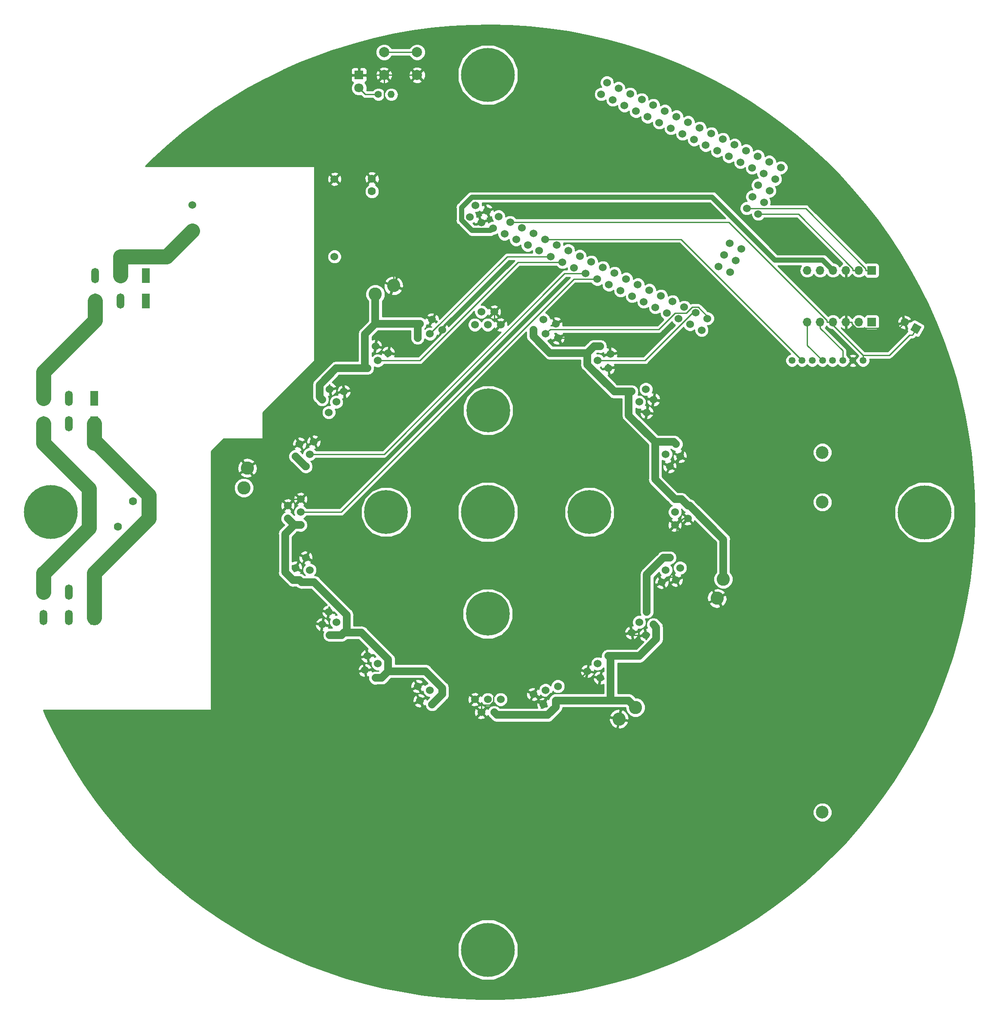
<source format=gbr>
G04 #@! TF.GenerationSoftware,KiCad,Pcbnew,(5.0.2)-1*
G04 #@! TF.CreationDate,2020-01-30T15:59:26+01:00*
G04 #@! TF.ProjectId,HB-OU-RGB-STACKFIRE,48422d4f-552d-4524-9742-2d535441434b,2.0.1*
G04 #@! TF.SameCoordinates,Original*
G04 #@! TF.FileFunction,Copper,L2,Bot*
G04 #@! TF.FilePolarity,Positive*
%FSLAX46Y46*%
G04 Gerber Fmt 4.6, Leading zero omitted, Abs format (unit mm)*
G04 Created by KiCad (PCBNEW (5.0.2)-1) date 30.01.2020 15:59:26*
%MOMM*%
%LPD*%
G01*
G04 APERTURE LIST*
G04 #@! TA.AperFunction,ComponentPad*
%ADD10C,2.500000*%
G04 #@! TD*
G04 #@! TA.AperFunction,ComponentPad*
%ADD11C,8.600000*%
G04 #@! TD*
G04 #@! TA.AperFunction,ComponentPad*
%ADD12C,0.900000*%
G04 #@! TD*
G04 #@! TA.AperFunction,ComponentPad*
%ADD13C,10.600000*%
G04 #@! TD*
G04 #@! TA.AperFunction,ComponentPad*
%ADD14C,1.600000*%
G04 #@! TD*
G04 #@! TA.AperFunction,Conductor*
%ADD15C,0.100000*%
G04 #@! TD*
G04 #@! TA.AperFunction,ComponentPad*
%ADD16R,1.700000X1.700000*%
G04 #@! TD*
G04 #@! TA.AperFunction,ComponentPad*
%ADD17O,1.700000X1.700000*%
G04 #@! TD*
G04 #@! TA.AperFunction,ComponentPad*
%ADD18C,1.350000*%
G04 #@! TD*
G04 #@! TA.AperFunction,ComponentPad*
%ADD19R,1.800000X1.800000*%
G04 #@! TD*
G04 #@! TA.AperFunction,ComponentPad*
%ADD20C,1.800000*%
G04 #@! TD*
G04 #@! TA.AperFunction,ComponentPad*
%ADD21R,1.500000X3.000000*%
G04 #@! TD*
G04 #@! TA.AperFunction,ComponentPad*
%ADD22O,1.500000X3.000000*%
G04 #@! TD*
G04 #@! TA.AperFunction,ComponentPad*
%ADD23C,1.524000*%
G04 #@! TD*
G04 #@! TA.AperFunction,ComponentPad*
%ADD24C,1.400000*%
G04 #@! TD*
G04 #@! TA.AperFunction,ComponentPad*
%ADD25O,1.400000X1.400000*%
G04 #@! TD*
G04 #@! TA.AperFunction,ComponentPad*
%ADD26C,2.000000*%
G04 #@! TD*
G04 #@! TA.AperFunction,ComponentPad*
%ADD27C,2.600000*%
G04 #@! TD*
G04 #@! TA.AperFunction,Conductor*
%ADD28C,0.250000*%
G04 #@! TD*
G04 #@! TA.AperFunction,Conductor*
%ADD29C,1.000000*%
G04 #@! TD*
G04 #@! TA.AperFunction,Conductor*
%ADD30C,3.000000*%
G04 #@! TD*
G04 #@! TA.AperFunction,Conductor*
%ADD31C,1.500000*%
G04 #@! TD*
G04 #@! TA.AperFunction,Conductor*
%ADD32C,0.254000*%
G04 #@! TD*
G04 APERTURE END LIST*
D10*
G04 #@! TO.P,MH3,1*
G04 #@! TO.N,N/C*
X239776000Y-223436000D03*
G04 #@! TD*
G04 #@! TO.P,MH2,1*
G04 #@! TO.N,N/C*
X239776000Y-162436000D03*
G04 #@! TD*
D11*
G04 #@! TO.P,P12,1*
G04 #@! TO.N,N/C*
X173926000Y-184402000D03*
D12*
X177151000Y-184402000D03*
X176206419Y-186682419D03*
X173926000Y-187627000D03*
X171645581Y-186682419D03*
X170701000Y-184402000D03*
X171645581Y-182121581D03*
X173926000Y-181177000D03*
X176206419Y-182121581D03*
G04 #@! TD*
G04 #@! TO.P,P14,1*
G04 #@! TO.N,N/C*
X176290419Y-142121581D03*
X174010000Y-141177000D03*
X171729581Y-142121581D03*
X170785000Y-144402000D03*
X171729581Y-146682419D03*
X174010000Y-147627000D03*
X176290419Y-146682419D03*
X177235000Y-144402000D03*
D11*
X174010000Y-144402000D03*
G04 #@! TD*
G04 #@! TO.P,P13,1*
G04 #@! TO.N,N/C*
X193926000Y-164402000D03*
D12*
X197151000Y-164402000D03*
X196206419Y-166682419D03*
X193926000Y-167627000D03*
X191645581Y-166682419D03*
X190701000Y-164402000D03*
X191645581Y-162121581D03*
X193926000Y-161177000D03*
X196206419Y-162121581D03*
G04 #@! TD*
D13*
G04 #@! TO.P,P5,1*
G04 #@! TO.N,N/C*
X259920000Y-164436000D03*
D12*
X263895000Y-164436000D03*
X262730749Y-167246749D03*
X259920000Y-168411000D03*
X257109251Y-167246749D03*
X255945000Y-164436000D03*
X257109251Y-161625251D03*
X259920000Y-160461000D03*
X262730749Y-161625251D03*
G04 #@! TD*
G04 #@! TO.P,P2,1*
G04 #@! TO.N,N/C*
X176736749Y-161591251D03*
X173926000Y-160427000D03*
X171115251Y-161591251D03*
X169951000Y-164402000D03*
X171115251Y-167212749D03*
X173926000Y-168377000D03*
X176736749Y-167212749D03*
X177901000Y-164402000D03*
D13*
X173926000Y-164402000D03*
G04 #@! TD*
G04 #@! TO.P,P4,1*
G04 #@! TO.N,N/C*
X87920000Y-164389000D03*
D12*
X91895000Y-164389000D03*
X90730749Y-167199749D03*
X87920000Y-168364000D03*
X85109251Y-167199749D03*
X83945000Y-164389000D03*
X85109251Y-161578251D03*
X87920000Y-160414000D03*
X90730749Y-161578251D03*
G04 #@! TD*
D13*
G04 #@! TO.P,P1,1*
G04 #@! TO.N,N/C*
X173920000Y-78436000D03*
D12*
X177895000Y-78436000D03*
X176730749Y-81246749D03*
X173920000Y-82411000D03*
X171109251Y-81246749D03*
X169945000Y-78436000D03*
X171109251Y-75625251D03*
X173920000Y-74461000D03*
X176730749Y-75625251D03*
G04 #@! TD*
D13*
G04 #@! TO.P,P3,1*
G04 #@! TO.N,N/C*
X173920000Y-250461000D03*
D12*
X177895000Y-250461000D03*
X176730749Y-253271749D03*
X173920000Y-254436000D03*
X171109251Y-253271749D03*
X169945000Y-250461000D03*
X171109251Y-247650251D03*
X173920000Y-246486000D03*
X176730749Y-247650251D03*
G04 #@! TD*
D14*
G04 #@! TO.P,C2,1*
G04 #@! TO.N,+3V3*
X258178000Y-128308000D03*
D15*
G04 #@! TD*
G04 #@! TO.N,+3V3*
G04 #@! TO.C,C2*
G36*
X259265543Y-127996152D02*
X258489848Y-129395543D01*
X257090457Y-128619848D01*
X257866152Y-127220457D01*
X259265543Y-127996152D01*
X259265543Y-127996152D01*
G37*
D14*
G04 #@! TO.P,C2,2*
G04 #@! TO.N,GND*
X255991451Y-127095976D03*
G04 #@! TD*
D16*
G04 #@! TO.P,J3,1*
G04 #@! TO.N,/HV4(SS)*
X249491000Y-116891000D03*
D17*
G04 #@! TO.P,J3,2*
G04 #@! TO.N,/HV3(SCK)*
X246951000Y-116891000D03*
G04 #@! TO.P,J3,3*
G04 #@! TO.N,GND*
X244411000Y-116891000D03*
G04 #@! TO.P,J3,4*
G04 #@! TO.N,+5V*
X241871000Y-116891000D03*
G04 #@! TO.P,J3,5*
G04 #@! TO.N,/HV2(MOSI)*
X239331000Y-116891000D03*
G04 #@! TO.P,J3,6*
G04 #@! TO.N,/HV1(MISO)*
X236791000Y-116891000D03*
G04 #@! TD*
G04 #@! TO.P,J4,6*
G04 #@! TO.N,/LV1(MISO)*
X236791000Y-127051000D03*
G04 #@! TO.P,J4,5*
G04 #@! TO.N,/LV2(MOSI)*
X239331000Y-127051000D03*
G04 #@! TO.P,J4,4*
G04 #@! TO.N,+3V3*
X241871000Y-127051000D03*
G04 #@! TO.P,J4,3*
G04 #@! TO.N,GND*
X244411000Y-127051000D03*
G04 #@! TO.P,J4,2*
G04 #@! TO.N,/LV3(SCK)*
X246951000Y-127051000D03*
D16*
G04 #@! TO.P,J4,1*
G04 #@! TO.N,/LV4(SS)*
X249491000Y-127051000D03*
G04 #@! TD*
D18*
G04 #@! TO.P,U2,8*
G04 #@! TO.N,/LV4(SS)*
X233788000Y-134618001D03*
G04 #@! TO.P,U2,1*
G04 #@! TO.N,+3V3*
X247788000Y-134618000D03*
G04 #@! TO.P,U2,2*
G04 #@! TO.N,GND*
X245788000Y-134618000D03*
G04 #@! TO.P,U2,3*
G04 #@! TO.N,/LV2(MOSI)*
X243788000Y-134618001D03*
G04 #@! TO.P,U2,4*
G04 #@! TO.N,/LV3(SCK)*
X241788000Y-134618001D03*
G04 #@! TO.P,U2,5*
G04 #@! TO.N,/LV1(MISO)*
X239788001Y-134617999D03*
G04 #@! TO.P,U2,6*
G04 #@! TO.N,Net-(U2-Pad6)*
X237788000Y-134618000D03*
G04 #@! TO.P,U2,7*
G04 #@! TO.N,/D2*
X235788000Y-134618000D03*
G04 #@! TD*
D14*
G04 #@! TO.P,C1,1*
G04 #@! TO.N,+VDC*
X151130000Y-101346000D03*
G04 #@! TO.P,C1,2*
G04 #@! TO.N,GND*
X151130000Y-98846000D03*
G04 #@! TD*
D19*
G04 #@! TO.P,D1,1*
G04 #@! TO.N,GND*
X148590000Y-78486000D03*
D20*
G04 #@! TO.P,D1,2*
G04 #@! TO.N,Net-(D1-Pad2)*
X148590000Y-81026000D03*
G04 #@! TD*
D21*
G04 #@! TO.P,J1,1*
G04 #@! TO.N,Net-(F1-Pad1)*
X106680000Y-122936000D03*
X106680000Y-117936000D03*
D22*
G04 #@! TO.P,J1,2*
G04 #@! TO.N,Net-(J1-Pad2)*
X101680000Y-122936000D03*
X101680000Y-117936000D03*
G04 #@! TO.P,J1,3*
G04 #@! TO.N,Net-(J1-Pad3)*
X96680000Y-122936000D03*
X96680000Y-117936000D03*
G04 #@! TD*
G04 #@! TO.P,J2,3*
G04 #@! TO.N,Net-(J1-Pad3)*
X86520000Y-142066000D03*
X86520000Y-147066000D03*
G04 #@! TO.P,J2,2*
G04 #@! TO.N,Net-(J1-Pad2)*
X91520000Y-142066000D03*
X91520000Y-147066000D03*
D21*
G04 #@! TO.P,J2,1*
G04 #@! TO.N,Net-(F1-Pad1)*
X96520000Y-142066000D03*
X96520000Y-147066000D03*
G04 #@! TD*
D23*
G04 #@! TO.P,PS1,1*
G04 #@! TO.N,Net-(F1-Pad2)*
X115824000Y-104013000D03*
G04 #@! TO.P,PS1,2*
G04 #@! TO.N,Net-(J1-Pad2)*
X115824000Y-109093000D03*
G04 #@! TO.P,PS1,3*
G04 #@! TO.N,GND*
X143764000Y-98933000D03*
G04 #@! TO.P,PS1,4*
G04 #@! TO.N,+VDC*
X143764000Y-114173000D03*
G04 #@! TD*
D24*
G04 #@! TO.P,R1,1*
G04 #@! TO.N,Net-(D1-Pad2)*
X152400000Y-82296000D03*
D25*
G04 #@! TO.P,R1,2*
G04 #@! TO.N,Net-(B1-Pad4)*
X154940000Y-82296000D03*
G04 #@! TD*
D14*
G04 #@! TO.P,RV1,1*
G04 #@! TO.N,Net-(F1-Pad2)*
X104140000Y-162306000D03*
G04 #@! TO.P,RV1,2*
G04 #@! TO.N,Net-(J1-Pad2)*
X101140000Y-167306000D03*
G04 #@! TD*
D26*
G04 #@! TO.P,SW1,2*
G04 #@! TO.N,Net-(B1-Pad8)*
X160020000Y-73986000D03*
G04 #@! TO.P,SW1,1*
G04 #@! TO.N,GND*
X160020000Y-78486000D03*
G04 #@! TO.P,SW1,2*
G04 #@! TO.N,Net-(B1-Pad8)*
X153520000Y-73986000D03*
G04 #@! TO.P,SW1,1*
G04 #@! TO.N,GND*
X153520000Y-78486000D03*
G04 #@! TD*
D27*
G04 #@! TO.P,J5,1*
G04 #@! TO.N,GND*
X155384000Y-119888000D03*
G04 #@! TO.P,J5,2*
G04 #@! TO.N,/VCC_WS28XX_1_1*
X151795021Y-121561568D03*
G04 #@! TD*
G04 #@! TO.P,J6,1*
G04 #@! TO.N,GND*
X126610000Y-155736000D03*
G04 #@! TO.P,J6,2*
G04 #@! TO.N,/VCC_WS28XX_1_2*
X125922353Y-159635839D03*
G04 #@! TD*
G04 #@! TO.P,J8,1*
G04 #@! TO.N,GND*
X199750000Y-205076000D03*
G04 #@! TO.P,J8,2*
G04 #@! TO.N,/VCC_WS28XX_2_1*
X202993842Y-202804637D03*
G04 #@! TD*
G04 #@! TO.P,J9,2*
G04 #@! TO.N,/VCC_WS28XX_2_2*
X220273707Y-177589816D03*
G04 #@! TO.P,J9,1*
G04 #@! TO.N,GND*
X219050000Y-181356000D03*
G04 #@! TD*
D23*
G04 #@! TO.P,B1,VIN*
G04 #@! TO.N,+VDC*
X170369855Y-106358994D03*
G04 #@! TO.P,B1,GND@*
G04 #@! TO.N,GND*
X172652792Y-107472457D03*
G04 #@! TO.P,B1,5V@1*
G04 #@! TO.N,+5V*
X174935729Y-108585920D03*
G04 #@! TO.P,B1,3.3V*
G04 #@! TO.N,+3V3*
X177218666Y-109699382D03*
G04 #@! TO.P,B1,RESE*
G04 #@! TO.N,Net-(B1-PadRESE)*
X179501602Y-110812845D03*
G04 #@! TO.P,B1,1*
G04 #@! TO.N,Net-(B1-Pad1)*
X181784539Y-111926308D03*
G04 #@! TO.P,B1,3*
G04 #@! TO.N,/WS28XX_1*
X184067476Y-113039770D03*
G04 #@! TO.P,B1,5*
G04 #@! TO.N,/WS28XX_2*
X186350413Y-114153233D03*
G04 #@! TO.P,B1,7*
G04 #@! TO.N,/WS28XX_3*
X188633350Y-115266696D03*
G04 #@! TO.P,B1,9*
G04 #@! TO.N,/WS28XX_4*
X190916287Y-116380159D03*
G04 #@! TO.P,B1,11*
G04 #@! TO.N,/WS28XX_5*
X193199224Y-117493621D03*
G04 #@! TO.P,B1,13*
G04 #@! TO.N,/WS28XX_6*
X195482161Y-118607084D03*
G04 #@! TO.P,B1,15*
G04 #@! TO.N,/WS28XX_7*
X197765097Y-119720547D03*
G04 #@! TO.P,B1,17*
G04 #@! TO.N,/WS28XX_8*
X200048034Y-120834009D03*
G04 #@! TO.P,B1,19*
G04 #@! TO.N,/WS28XX_9*
X202330971Y-121947472D03*
G04 #@! TO.P,B1,21*
G04 #@! TO.N,/WS28XX_10*
X204613908Y-123060935D03*
G04 #@! TO.P,B1,23*
G04 #@! TO.N,/WS28XX_11*
X206896845Y-124174398D03*
G04 #@! TO.P,B1,25*
G04 #@! TO.N,/WS28XX_12*
X209179782Y-125287860D03*
G04 #@! TO.P,B1,27*
G04 #@! TO.N,/WS28XX_13*
X211462719Y-126401323D03*
G04 #@! TO.P,B1,29*
G04 #@! TO.N,/WS28XX_14*
X213745656Y-127514786D03*
G04 #@! TO.P,B1,31*
G04 #@! TO.N,/WS28XX_15*
X216028592Y-128628248D03*
G04 #@! TO.P,B1,VIN*
G04 #@! TO.N,+VDC*
X171483318Y-104076057D03*
G04 #@! TO.P,B1,GND@*
G04 #@! TO.N,GND*
X173766255Y-105189520D03*
G04 #@! TO.P,B1,5V@2*
G04 #@! TO.N,Net-(B1-Pad5V@2)*
X176049191Y-106302983D03*
G04 #@! TO.P,B1,3.3V*
G04 #@! TO.N,+3V3*
X178332128Y-107416445D03*
G04 #@! TO.P,B1,AREF*
G04 #@! TO.N,Net-(B1-PadAREF)*
X180615065Y-108529908D03*
G04 #@! TO.P,B1,0*
G04 #@! TO.N,Net-(B1-Pad0)*
X182898002Y-109643371D03*
G04 #@! TO.P,B1,2*
G04 #@! TO.N,/D2*
X185180939Y-110756834D03*
G04 #@! TO.P,B1,4*
G04 #@! TO.N,Net-(B1-Pad4)*
X187463876Y-111870296D03*
G04 #@! TO.P,B1,6*
G04 #@! TO.N,Net-(B1-Pad6)*
X189746813Y-112983759D03*
G04 #@! TO.P,B1,8*
G04 #@! TO.N,Net-(B1-Pad8)*
X192029750Y-114097222D03*
G04 #@! TO.P,B1,10*
G04 #@! TO.N,Net-(B1-Pad10)*
X194312686Y-115210684D03*
G04 #@! TO.P,B1,12*
G04 #@! TO.N,Net-(B1-Pad12)*
X196595623Y-116324147D03*
G04 #@! TO.P,B1,14*
G04 #@! TO.N,Net-(B1-Pad14)*
X198878560Y-117437610D03*
G04 #@! TO.P,B1,16*
G04 #@! TO.N,Net-(B1-Pad16)*
X201161497Y-118551073D03*
G04 #@! TO.P,B1,18*
G04 #@! TO.N,Net-(B1-Pad18)*
X203444434Y-119664535D03*
G04 #@! TO.P,B1,20*
G04 #@! TO.N,Net-(B1-Pad20)*
X205727371Y-120777998D03*
G04 #@! TO.P,B1,22*
G04 #@! TO.N,/WS28XX_16*
X208010308Y-121891461D03*
G04 #@! TO.P,B1,24*
G04 #@! TO.N,/WS28XX_17*
X210293245Y-123004922D03*
G04 #@! TO.P,B1,26*
G04 #@! TO.N,/WS28XX_18*
X212576181Y-124118386D03*
G04 #@! TO.P,B1,28*
G04 #@! TO.N,/WS28XX_19*
X214859118Y-125231849D03*
G04 #@! TO.P,B1,30*
G04 #@! TO.N,/WS28XX_20*
X217142055Y-126345312D03*
G04 #@! TO.P,B1,GND*
G04 #@! TO.N,N/C*
X221595906Y-117213564D03*
G04 #@! TO.P,B1,MOSI*
X222709369Y-114930627D03*
G04 #@! TO.P,B1,VCC*
X223822831Y-112647690D03*
G04 #@! TO.P,B1,RESET*
X219312969Y-116100101D03*
G04 #@! TO.P,B1,SCK*
X220426432Y-113817164D03*
G04 #@! TO.P,B1,MISO*
X221539896Y-111534228D03*
G04 #@! TO.P,B1,52*
G04 #@! TO.N,/HV3(SCK)*
X227163221Y-105798880D03*
G04 #@! TO.P,B1,50*
G04 #@! TO.N,/HV1(MISO)*
X228276682Y-103515943D03*
G04 #@! TO.P,B1,48*
G04 #@! TO.N,Net-(B1-Pad48)*
X229390145Y-101233006D03*
G04 #@! TO.P,B1,53*
G04 #@! TO.N,/HV4(SS)*
X224880283Y-104685417D03*
G04 #@! TO.P,B1,51*
G04 #@! TO.N,/HV2(MOSI)*
X225993745Y-102402480D03*
G04 #@! TO.P,B1,49*
G04 #@! TO.N,Net-(B1-Pad49)*
X227107208Y-100119543D03*
G04 #@! TO.P,B1,47*
G04 #@! TO.N,Net-(B1-Pad47)*
X230503608Y-98950069D03*
G04 #@! TO.P,B1,39*
G04 #@! TO.N,Net-(B1-Pad39)*
X221371860Y-94496218D03*
G04 #@! TO.P,B1,37*
G04 #@! TO.N,Net-(B1-Pad37)*
X219088922Y-93382755D03*
G04 #@! TO.P,B1,35*
G04 #@! TO.N,Net-(B1-Pad35)*
X216805987Y-92269293D03*
G04 #@! TO.P,B1,33*
G04 #@! TO.N,Net-(B1-Pad33)*
X214523050Y-91155830D03*
G04 #@! TO.P,B1,A15*
G04 #@! TO.N,Net-(B1-PadA15)*
X212240113Y-90042367D03*
G04 #@! TO.P,B1,A13*
G04 #@! TO.N,Net-(B1-PadA13)*
X209957176Y-88928905D03*
G04 #@! TO.P,B1,A11*
G04 #@! TO.N,Net-(B1-PadA11)*
X207674239Y-87815442D03*
G04 #@! TO.P,B1,A9*
G04 #@! TO.N,Net-(B1-PadA9)*
X205391302Y-86701979D03*
G04 #@! TO.P,B1,A7*
G04 #@! TO.N,Net-(B1-PadA7)*
X203108365Y-85588516D03*
G04 #@! TO.P,B1,A5*
G04 #@! TO.N,Net-(B1-PadA5)*
X200825428Y-84475054D03*
G04 #@! TO.P,B1,A3*
G04 #@! TO.N,Net-(B1-PadA3)*
X198542491Y-83361591D03*
G04 #@! TO.P,B1,A1*
G04 #@! TO.N,Net-(B1-PadA1)*
X196259555Y-82248128D03*
G04 #@! TO.P,B1,46*
G04 #@! TO.N,Net-(B1-Pad46)*
X231617070Y-96667132D03*
G04 #@! TO.P,B1,38*
G04 #@! TO.N,Net-(B1-Pad38)*
X222485323Y-92213281D03*
G04 #@! TO.P,B1,36*
G04 #@! TO.N,Net-(B1-Pad36)*
X220202386Y-91099819D03*
G04 #@! TO.P,B1,34*
G04 #@! TO.N,Net-(B1-Pad34)*
X217919449Y-89986356D03*
G04 #@! TO.P,B1,32*
G04 #@! TO.N,Net-(B1-Pad32)*
X215636512Y-88872893D03*
G04 #@! TO.P,B1,A14*
G04 #@! TO.N,Net-(B1-PadA14)*
X213353575Y-87759430D03*
G04 #@! TO.P,B1,A12*
G04 #@! TO.N,Net-(B1-PadA12)*
X211070639Y-86645968D03*
G04 #@! TO.P,B1,A10*
G04 #@! TO.N,Net-(B1-PadA10)*
X208787702Y-85532505D03*
G04 #@! TO.P,B1,A8*
G04 #@! TO.N,Net-(B1-PadA8)*
X206504765Y-84419042D03*
G04 #@! TO.P,B1,A6*
G04 #@! TO.N,Net-(B1-PadA6)*
X204221828Y-83305580D03*
G04 #@! TO.P,B1,A4*
G04 #@! TO.N,Net-(B1-PadA4)*
X201938891Y-82192117D03*
G04 #@! TO.P,B1,A2*
G04 #@! TO.N,Net-(B1-PadA2)*
X199655954Y-81078654D03*
G04 #@! TO.P,B1,A0*
G04 #@! TO.N,Net-(B1-PadA0)*
X197373017Y-79965191D03*
G04 #@! TO.P,B1,40*
G04 #@! TO.N,Net-(B1-Pad40)*
X224768260Y-93326744D03*
G04 #@! TO.P,B1,41*
G04 #@! TO.N,Net-(B1-Pad41)*
X223654797Y-95609681D03*
G04 #@! TO.P,B1,42*
G04 #@! TO.N,Net-(B1-Pad42)*
X227051197Y-94440207D03*
G04 #@! TO.P,B1,43*
G04 #@! TO.N,Net-(B1-Pad43)*
X225937734Y-96723144D03*
G04 #@! TO.P,B1,44*
G04 #@! TO.N,Net-(B1-Pad44)*
X229334134Y-95553668D03*
G04 #@! TO.P,B1,45*
G04 #@! TO.N,Net-(B1-Pad45)*
X228220671Y-97836606D03*
G04 #@! TD*
D12*
G04 #@! TO.P,P11,1*
G04 #@! TO.N,N/C*
X156206419Y-162121581D03*
X153926000Y-161177000D03*
X151645581Y-162121581D03*
X150701000Y-164402000D03*
X151645581Y-166682419D03*
X153926000Y-167627000D03*
X156206419Y-166682419D03*
X157151000Y-164402000D03*
D11*
X153926000Y-164402000D03*
G04 #@! TD*
D23*
G04 #@! TO.P,J11,1*
G04 #@! TO.N,GND*
X176466000Y-127572000D03*
G04 #@! TO.P,J11,61*
X175196000Y-125032000D03*
G04 #@! TO.P,J11,2*
G04 #@! TO.N,/WS28XX_1*
X173926000Y-127572000D03*
G04 #@! TO.P,J11,3*
G04 #@! TO.N,/VCC_WS28XX_1_1*
X171386000Y-127572000D03*
G04 #@! TO.P,J11,62*
X172656000Y-125032000D03*
G04 #@! TO.P,J11,6*
X160129221Y-130159492D03*
G04 #@! TO.P,J11,9*
X150222966Y-136098879D03*
G04 #@! TO.P,J11,12*
X142636930Y-144808772D03*
G04 #@! TO.P,J11,15*
X138113685Y-155436588D03*
G04 #@! TO.P,J11,18*
G04 #@! TO.N,/VCC_WS28XX_1_2*
X137096000Y-166942000D03*
G04 #@! TO.P,J11,21*
X139683492Y-178198779D03*
G04 #@! TO.P,J11,24*
X145622879Y-188105034D03*
G04 #@! TO.P,J11,27*
X154332772Y-195691070D03*
G04 #@! TO.P,J11,30*
X164960588Y-200214315D03*
G04 #@! TO.P,J11,33*
G04 #@! TO.N,/VCC_WS28XX_2_1*
X176466000Y-201232000D03*
G04 #@! TO.P,J11,36*
X187722779Y-198644508D03*
G04 #@! TO.P,J11,39*
X197629034Y-192705121D03*
G04 #@! TO.P,J11,42*
X205215070Y-183995228D03*
G04 #@! TO.P,J11,45*
X209738315Y-173367412D03*
G04 #@! TO.P,J11,48*
G04 #@! TO.N,/VCC_WS28XX_2_2*
X210756000Y-161862000D03*
G04 #@! TO.P,J11,51*
X208168508Y-150605221D03*
G04 #@! TO.P,J11,54*
X202229121Y-140698966D03*
G04 #@! TO.P,J11,57*
X193519228Y-133112930D03*
G04 #@! TO.P,J11,60*
X182891412Y-128589685D03*
G04 #@! TO.P,J11,5*
G04 #@! TO.N,/WS28XX_2*
X162544904Y-129374589D03*
G04 #@! TO.P,J11,8*
G04 #@! TO.N,/WS28XX_3*
X152277869Y-134605904D03*
G04 #@! TO.P,J11,11*
G04 #@! TO.N,/WS28XX_4*
X144129904Y-142753869D03*
G04 #@! TO.P,J11,14*
G04 #@! TO.N,/WS28XX_5*
X138898589Y-153020904D03*
G04 #@! TO.P,J11,17*
G04 #@! TO.N,/WS28XX_6*
X137096000Y-164402000D03*
G04 #@! TO.P,J11,20*
G04 #@! TO.N,/WS28XX_7*
X138898589Y-175783096D03*
G04 #@! TO.P,J11,23*
G04 #@! TO.N,/WS28XX_8*
X144129904Y-186050131D03*
G04 #@! TO.P,J11,26*
G04 #@! TO.N,/WS28XX_9*
X152277869Y-194198096D03*
G04 #@! TO.P,J11,29*
G04 #@! TO.N,/WS28XX_10*
X162544904Y-199429411D03*
G04 #@! TO.P,J11,32*
G04 #@! TO.N,/WS28XX_11*
X173926000Y-201232000D03*
G04 #@! TO.P,J11,35*
G04 #@! TO.N,/WS28XX_12*
X185307096Y-199429411D03*
G04 #@! TO.P,J11,38*
G04 #@! TO.N,/WS28XX_13*
X195574131Y-194198096D03*
G04 #@! TO.P,J11,41*
G04 #@! TO.N,/WS28XX_14*
X203722096Y-186050131D03*
G04 #@! TO.P,J11,44*
G04 #@! TO.N,/WS28XX_15*
X208953411Y-175783096D03*
G04 #@! TO.P,J11,47*
G04 #@! TO.N,/WS28XX_16*
X210756000Y-164402000D03*
G04 #@! TO.P,J11,50*
G04 #@! TO.N,/WS28XX_17*
X208953411Y-153020904D03*
G04 #@! TO.P,J11,53*
G04 #@! TO.N,/WS28XX_18*
X203722096Y-142753869D03*
G04 #@! TO.P,J11,56*
G04 #@! TO.N,/WS28XX_19*
X195574131Y-134605904D03*
G04 #@! TO.P,J11,59*
G04 #@! TO.N,/WS28XX_20*
X185307096Y-129374589D03*
G04 #@! TO.P,J11,64*
G04 #@! TO.N,/VCC_WS28XX_1_1*
X160552159Y-127351357D03*
G04 #@! TO.P,J11,66*
X149757443Y-133297488D03*
G04 #@! TO.P,J11,68*
X141328514Y-142288346D03*
G04 #@! TO.P,J11,70*
X136090453Y-153443843D03*
G04 #@! TO.P,J11,72*
G04 #@! TO.N,/VCC_WS28XX_1_2*
X134556000Y-165672000D03*
G04 #@! TO.P,J11,74*
X136875357Y-177775841D03*
G04 #@! TO.P,J11,76*
X142821488Y-188570557D03*
G04 #@! TO.P,J11,78*
X151812346Y-196999486D03*
G04 #@! TO.P,J11,80*
X162967843Y-202237547D03*
G04 #@! TO.P,J11,82*
G04 #@! TO.N,/VCC_WS28XX_2_1*
X175196000Y-203772000D03*
G04 #@! TO.P,J11,84*
X187299841Y-201452643D03*
G04 #@! TO.P,J11,86*
X198094557Y-195506512D03*
G04 #@! TO.P,J11,88*
X206523486Y-186515654D03*
G04 #@! TO.P,J11,90*
X211761547Y-175360157D03*
G04 #@! TO.P,J11,92*
G04 #@! TO.N,/VCC_WS28XX_2_2*
X213296000Y-163132000D03*
G04 #@! TO.P,J11,94*
X210976643Y-151028159D03*
G04 #@! TO.P,J11,96*
X205030512Y-140233443D03*
G04 #@! TO.P,J11,98*
X196039654Y-131804514D03*
G04 #@! TO.P,J11,100*
X184884157Y-126566453D03*
G04 #@! TO.P,J11,4*
G04 #@! TO.N,GND*
X164960588Y-128589685D03*
G04 #@! TO.P,J11,7*
X154332772Y-133112930D03*
G04 #@! TO.P,J11,10*
X145622879Y-140698966D03*
G04 #@! TO.P,J11,13*
X139683492Y-150605221D03*
G04 #@! TO.P,J11,16*
X137096000Y-161862000D03*
G04 #@! TO.P,J11,19*
X138113685Y-173367412D03*
G04 #@! TO.P,J11,22*
X142636930Y-183995228D03*
G04 #@! TO.P,J11,25*
X150222966Y-192705121D03*
G04 #@! TO.P,J11,28*
X160129221Y-198644508D03*
G04 #@! TO.P,J11,31*
X171386000Y-201232000D03*
G04 #@! TO.P,J11,34*
X182891412Y-200214315D03*
G04 #@! TO.P,J11,37*
X193519228Y-195691070D03*
G04 #@! TO.P,J11,40*
X202229121Y-188105034D03*
G04 #@! TO.P,J11,43*
X208168508Y-178198779D03*
G04 #@! TO.P,J11,46*
X210756000Y-166942000D03*
G04 #@! TO.P,J11,49*
X209738315Y-155436588D03*
G04 #@! TO.P,J11,52*
X205215070Y-144808772D03*
G04 #@! TO.P,J11,55*
X197629034Y-136098879D03*
G04 #@! TO.P,J11,58*
X187722779Y-130159492D03*
G04 #@! TO.P,J11,63*
X162967843Y-126566453D03*
G04 #@! TO.P,J11,65*
X151812346Y-131804514D03*
G04 #@! TO.P,J11,67*
X142821488Y-140233443D03*
G04 #@! TO.P,J11,69*
X136875357Y-151028159D03*
G04 #@! TO.P,J11,71*
X134556000Y-163132000D03*
G04 #@! TO.P,J11,73*
X136090453Y-175360157D03*
G04 #@! TO.P,J11,75*
X141328514Y-186515654D03*
G04 #@! TO.P,J11,77*
X149757443Y-195506512D03*
G04 #@! TO.P,J11,79*
X160552159Y-201452643D03*
G04 #@! TO.P,J11,81*
X172656000Y-203772000D03*
G04 #@! TO.P,J11,83*
X184884157Y-202237547D03*
G04 #@! TO.P,J11,85*
X196039654Y-196999486D03*
G04 #@! TO.P,J11,87*
X205030512Y-188570557D03*
G04 #@! TO.P,J11,89*
X210976643Y-177775841D03*
G04 #@! TO.P,J11,91*
X213296000Y-165672000D03*
G04 #@! TO.P,J11,93*
X211761547Y-153443843D03*
G04 #@! TO.P,J11,95*
X206523486Y-142288346D03*
G04 #@! TO.P,J11,97*
X198094557Y-133297488D03*
G04 #@! TO.P,J11,99*
X187299841Y-127351357D03*
G04 #@! TD*
D21*
G04 #@! TO.P,J12,1*
G04 #@! TO.N,Net-(F1-Pad1)*
X96520000Y-185166000D03*
X96520000Y-180166000D03*
D22*
G04 #@! TO.P,J12,2*
G04 #@! TO.N,Net-(J1-Pad2)*
X91520000Y-185166000D03*
X91520000Y-180166000D03*
G04 #@! TO.P,J12,3*
G04 #@! TO.N,Net-(J1-Pad3)*
X86520000Y-185166000D03*
X86520000Y-180166000D03*
G04 #@! TD*
D10*
G04 #@! TO.P,MH1,1*
G04 #@! TO.N,N/C*
X239776000Y-152679000D03*
G04 #@! TD*
D28*
G04 #@! TO.N,+3V3*
X247788000Y-133555600D02*
X247788000Y-134618000D01*
X241283400Y-127051000D02*
X247788000Y-133555600D01*
X247788000Y-133555600D02*
X252930400Y-133555600D01*
X252930400Y-133555600D02*
X256911700Y-129574300D01*
X256911700Y-129574300D02*
X257476000Y-129574300D01*
X258178000Y-128308000D02*
X257476000Y-129574300D01*
X241283400Y-127051000D02*
X240695700Y-127051000D01*
X241871000Y-127051000D02*
X241283400Y-127051000D01*
X178332100Y-107416400D02*
X221358700Y-107416400D01*
X221358700Y-107416400D02*
X240695700Y-126753400D01*
X240695700Y-126753400D02*
X240695700Y-127051000D01*
G04 #@! TO.N,GND*
X176466000Y-127572000D02*
X175196000Y-126302000D01*
X175196000Y-126302000D02*
X175196000Y-125032000D01*
X244411000Y-127051000D02*
X245586300Y-127051000D01*
X255991500Y-127096000D02*
X254861200Y-128226300D01*
X254861200Y-128226300D02*
X246394200Y-128226300D01*
X246394200Y-128226300D02*
X245586300Y-127418400D01*
X245586300Y-127418400D02*
X245586300Y-127051000D01*
X210363500Y-177162700D02*
X210976600Y-177775800D01*
X211137000Y-166942000D02*
X211137000Y-173991900D01*
X211137000Y-173991900D02*
X210363500Y-174765400D01*
X210363500Y-174765400D02*
X210363500Y-177162700D01*
X210363500Y-177162700D02*
X209204600Y-177162700D01*
X209204600Y-177162700D02*
X208168500Y-178198800D01*
X211137000Y-166942000D02*
X210756000Y-166942000D01*
X213296000Y-165672000D02*
X212407000Y-165672000D01*
X212407000Y-165672000D02*
X211137000Y-166942000D01*
X184884200Y-201435900D02*
X184113000Y-201435900D01*
X184113000Y-201435900D02*
X182891400Y-200214300D01*
X193519200Y-195691100D02*
X189161900Y-200048400D01*
X189161900Y-200048400D02*
X186271700Y-200048400D01*
X186271700Y-200048400D02*
X184884200Y-201435900D01*
X184884200Y-201435900D02*
X184884200Y-202237500D01*
X139683500Y-150605200D02*
X145622900Y-144665800D01*
X145622900Y-144665800D02*
X145622900Y-140699000D01*
X211761500Y-153443800D02*
X209768700Y-155436600D01*
X209768700Y-155436600D02*
X209738300Y-155436600D01*
X212365200Y-142288300D02*
X212365200Y-152840100D01*
X212365200Y-152840100D02*
X211761500Y-153443800D01*
X212365200Y-142288300D02*
X206523500Y-142288300D01*
X245788000Y-134618000D02*
X238117700Y-142288300D01*
X238117700Y-142288300D02*
X212365200Y-142288300D01*
X205215100Y-142288300D02*
X206523500Y-142288300D01*
X197629000Y-136098900D02*
X199603900Y-136098900D01*
X199603900Y-136098900D02*
X203629800Y-140124800D01*
X203629800Y-140124800D02*
X203629800Y-140800800D01*
X203629800Y-140800800D02*
X205117300Y-142288300D01*
X205117300Y-142288300D02*
X205215100Y-142288300D01*
X205215100Y-142288300D02*
X205215100Y-144808800D01*
X155384000Y-119888000D02*
X155384000Y-103100000D01*
X155384000Y-103100000D02*
X151130000Y-98846000D01*
X153520000Y-78486000D02*
X153520000Y-96456000D01*
X153520000Y-96456000D02*
X151130000Y-98846000D01*
X160020000Y-78486000D02*
X153520000Y-78486000D01*
X137096000Y-161862000D02*
X135826000Y-161862000D01*
X135826000Y-161862000D02*
X134556000Y-163132000D01*
X205030500Y-188570600D02*
X202694700Y-188570600D01*
X202694700Y-188570600D02*
X202229100Y-188105000D01*
X172656000Y-202319300D02*
X174376500Y-202319300D01*
X174376500Y-202319300D02*
X175013300Y-201682500D01*
X175013300Y-201682500D02*
X175013300Y-200680500D01*
X175013300Y-200680500D02*
X175898700Y-199795100D01*
X175898700Y-199795100D02*
X182472200Y-199795100D01*
X182472200Y-199795100D02*
X182891400Y-200214300D01*
X171386000Y-201232000D02*
X172473300Y-202319300D01*
X172473300Y-202319300D02*
X172656000Y-202319300D01*
X172656000Y-202319300D02*
X172656000Y-203772000D01*
X153520000Y-78486000D02*
X148590000Y-78486000D01*
X187722800Y-130159500D02*
X196443300Y-130159500D01*
X196443300Y-130159500D02*
X198094600Y-131810800D01*
X198094600Y-131810800D02*
X198094600Y-133297500D01*
G04 #@! TO.N,/D2*
X185180900Y-110756800D02*
X211926800Y-110756800D01*
X211926800Y-110756800D02*
X235788000Y-134618000D01*
G04 #@! TO.N,/HV4(SS)*
X249491000Y-116891000D02*
X248315700Y-116891000D01*
X224880300Y-104685400D02*
X236477400Y-104685400D01*
X236477400Y-104685400D02*
X248315700Y-116523700D01*
X248315700Y-116523700D02*
X248315700Y-116891000D01*
G04 #@! TO.N,/HV3(SCK)*
X246951000Y-116891000D02*
X245775700Y-116891000D01*
X227163200Y-105798900D02*
X235050900Y-105798900D01*
X235050900Y-105798900D02*
X245775700Y-116523700D01*
X245775700Y-116523700D02*
X245775700Y-116891000D01*
G04 #@! TO.N,/LV1(MISO)*
X239788000Y-134618000D02*
X236791000Y-131621000D01*
X236791000Y-131621000D02*
X236791000Y-127051000D01*
G04 #@! TO.N,/LV2(MOSI)*
X239331000Y-127051000D02*
X239331000Y-128226300D01*
X243788000Y-134618000D02*
X243788000Y-132683300D01*
X243788000Y-132683300D02*
X239331000Y-128226300D01*
G04 #@! TO.N,Net-(B1-Pad8)*
X153520000Y-73986000D02*
X160020000Y-73986000D01*
G04 #@! TO.N,/WS28XX_2*
X162544900Y-129374600D02*
X177766300Y-114153200D01*
X177766300Y-114153200D02*
X186350400Y-114153200D01*
G04 #@! TO.N,/WS28XX_3*
X152277900Y-134605900D02*
X160540500Y-134605900D01*
X160540500Y-134605900D02*
X179879700Y-115266700D01*
X179879700Y-115266700D02*
X188633300Y-115266700D01*
G04 #@! TO.N,/WS28XX_6*
X137096000Y-164402000D02*
X145069300Y-164402000D01*
X145069300Y-164402000D02*
X190864200Y-118607100D01*
X190864200Y-118607100D02*
X195482200Y-118607100D01*
D29*
G04 #@! TO.N,+5V*
X174935700Y-108585900D02*
X174482800Y-109038800D01*
X174482800Y-109038800D02*
X170836900Y-109038800D01*
X170836900Y-109038800D02*
X168792800Y-106994700D01*
X168792800Y-106994700D02*
X168792800Y-104509600D01*
X168792800Y-104509600D02*
X170802500Y-102499900D01*
X170802500Y-102499900D02*
X218098500Y-102499900D01*
X218098500Y-102499900D02*
X230460600Y-114862000D01*
X230460600Y-114862000D02*
X239842000Y-114862000D01*
X239842000Y-114862000D02*
X241871000Y-116891000D01*
D28*
G04 #@! TO.N,Net-(D1-Pad2)*
X152400000Y-82296000D02*
X149860000Y-82296000D01*
X149860000Y-82296000D02*
X148590000Y-81026000D01*
D30*
G04 #@! TO.N,Net-(F1-Pad1)*
X96520000Y-180166000D02*
X96520000Y-176415700D01*
X96520000Y-176415700D02*
X107244000Y-165691700D01*
X107244000Y-165691700D02*
X107244000Y-161071500D01*
X107244000Y-161071500D02*
X96988800Y-150816300D01*
X96988800Y-150816300D02*
X96520000Y-150816300D01*
X96520000Y-181415700D02*
X96520000Y-180166000D01*
X96520000Y-147066000D02*
X96520000Y-150816300D01*
X96520000Y-185166000D02*
X96520000Y-181415700D01*
G04 #@! TO.N,Net-(J1-Pad2)*
X101680000Y-117936000D02*
X101680000Y-114185700D01*
X101680000Y-114185700D02*
X110731300Y-114185700D01*
X110731300Y-114185700D02*
X115824000Y-109093000D01*
G04 #@! TO.N,Net-(J1-Pad3)*
X96680000Y-122936000D02*
X96680000Y-126686300D01*
X86520000Y-142066000D02*
X86520000Y-136846300D01*
X86520000Y-136846300D02*
X96680000Y-126686300D01*
X86520000Y-180166000D02*
X86520000Y-176415700D01*
X86520000Y-147066000D02*
X86520000Y-150816300D01*
X86520000Y-150816300D02*
X95489000Y-159785300D01*
X95489000Y-159785300D02*
X95489000Y-167524400D01*
X95489000Y-167524400D02*
X86597700Y-176415700D01*
X86597700Y-176415700D02*
X86520000Y-176415700D01*
D28*
G04 #@! TO.N,/WS28XX_19*
X195574100Y-134605900D02*
X204856700Y-134605900D01*
X204856700Y-134605900D02*
X214230800Y-125231800D01*
X214230800Y-125231800D02*
X214859100Y-125231800D01*
G04 #@! TO.N,/WS28XX_5*
X193199200Y-117493600D02*
X189061600Y-117493600D01*
X189061600Y-117493600D02*
X153534300Y-153020900D01*
X153534300Y-153020900D02*
X138898600Y-153020900D01*
D31*
G04 #@! TO.N,/VCC_WS28XX_1_1*
X160129200Y-127351400D02*
X160552200Y-127351400D01*
X151795000Y-127351400D02*
X160129200Y-127351400D01*
X160129200Y-127351400D02*
X160129200Y-130159500D01*
X149757400Y-133297500D02*
X149757400Y-129389000D01*
X149757400Y-129389000D02*
X151795000Y-127351400D01*
X151795000Y-127351400D02*
X151795000Y-121561600D01*
X149757400Y-136098900D02*
X149757400Y-133297500D01*
X149757400Y-136098900D02*
X150223000Y-136098900D01*
X141328500Y-142288300D02*
X140805200Y-141765000D01*
X140805200Y-141765000D02*
X140805200Y-139398400D01*
X140805200Y-139398400D02*
X144104700Y-136098900D01*
X144104700Y-136098900D02*
X149757400Y-136098900D01*
X136090500Y-153443800D02*
X138083300Y-155436600D01*
X138083300Y-155436600D02*
X138113700Y-155436600D01*
G04 #@! TO.N,/VCC_WS28XX_1_2*
X146184600Y-188105000D02*
X145622900Y-188105000D01*
X154332800Y-195691100D02*
X154332800Y-193378500D01*
X154332800Y-193378500D02*
X149059300Y-188105000D01*
X149059300Y-188105000D02*
X146184600Y-188105000D01*
X146184600Y-188105000D02*
X146184600Y-184629800D01*
X146184600Y-184629800D02*
X139753600Y-178198800D01*
X139753600Y-178198800D02*
X139683500Y-178198800D01*
X164960600Y-200214300D02*
X164960600Y-198994900D01*
X164960600Y-198994900D02*
X161656800Y-195691100D01*
X161656800Y-195691100D02*
X154332800Y-195691100D01*
X135826000Y-166942000D02*
X137096000Y-166942000D01*
X134556000Y-165672000D02*
X135826000Y-166942000D01*
X135826000Y-166942000D02*
X134064900Y-168703100D01*
X134064900Y-168703100D02*
X134064900Y-176217800D01*
X134064900Y-176217800D02*
X135622900Y-177775800D01*
X135622900Y-177775800D02*
X136875400Y-177775800D01*
X162967800Y-202237500D02*
X164960600Y-200244700D01*
X164960600Y-200244700D02*
X164960600Y-200214300D01*
X136875400Y-177775800D02*
X137298400Y-178198800D01*
X137298400Y-178198800D02*
X139683500Y-178198800D01*
X142821500Y-188570600D02*
X145157300Y-188570600D01*
X145157300Y-188570600D02*
X145622900Y-188105000D01*
X151812300Y-196999500D02*
X153024400Y-196999500D01*
X153024400Y-196999500D02*
X154332800Y-195691100D01*
G04 #@! TO.N,/VCC_WS28XX_2_1*
X187299800Y-201452600D02*
X187299800Y-202726900D01*
X187299800Y-202726900D02*
X185729600Y-204297100D01*
X185729600Y-204297100D02*
X175721100Y-204297100D01*
X175721100Y-204297100D02*
X175196000Y-203772000D01*
X198094600Y-201452600D02*
X187299800Y-201452600D01*
X198094600Y-201452600D02*
X198094600Y-195506500D01*
X202993800Y-202804600D02*
X201641800Y-201452600D01*
X201641800Y-201452600D02*
X198094600Y-201452600D01*
X198094600Y-192705100D02*
X198094600Y-195506500D01*
X198094600Y-192705100D02*
X197629000Y-192705100D01*
X206523500Y-186515700D02*
X207075800Y-187068000D01*
X207075800Y-187068000D02*
X207075800Y-189375400D01*
X207075800Y-189375400D02*
X203746100Y-192705100D01*
X203746100Y-192705100D02*
X198094600Y-192705100D01*
X209738300Y-173367400D02*
X208518900Y-173367400D01*
X208518900Y-173367400D02*
X205215100Y-176671200D01*
X205215100Y-176671200D02*
X205215100Y-183995200D01*
G04 #@! TO.N,/VCC_WS28XX_2_2*
X193519200Y-133112900D02*
X194827600Y-131804500D01*
X194827600Y-131804500D02*
X196039700Y-131804500D01*
X201669700Y-140699000D02*
X198817300Y-140699000D01*
X198817300Y-140699000D02*
X193519200Y-135400900D01*
X193519200Y-135400900D02*
X193519200Y-133112900D01*
X206879800Y-150605200D02*
X208168500Y-150605200D01*
X201669700Y-140699000D02*
X201669700Y-145395100D01*
X201669700Y-145395100D02*
X206879800Y-150605200D01*
X206879800Y-150605200D02*
X206879800Y-157985800D01*
X206879800Y-157985800D02*
X210756000Y-161862000D01*
X201669700Y-140699000D02*
X202229100Y-140699000D01*
X182891400Y-128589700D02*
X182891400Y-129822700D01*
X182891400Y-129822700D02*
X186181600Y-133112900D01*
X186181600Y-133112900D02*
X193519200Y-133112900D01*
X213296000Y-163132000D02*
X213634000Y-163132000D01*
X213634000Y-163132000D02*
X220273700Y-169771700D01*
X220273700Y-169771700D02*
X220273700Y-177589800D01*
X210756000Y-161862000D02*
X212026000Y-161862000D01*
X212026000Y-161862000D02*
X213296000Y-163132000D01*
X210976600Y-151028200D02*
X210553600Y-150605200D01*
X210553600Y-150605200D02*
X208168500Y-150605200D01*
D28*
G04 #@! TO.N,/WS28XX_20*
X185307100Y-129374600D02*
X186217400Y-128464300D01*
X186217400Y-128464300D02*
X207601900Y-128464300D01*
X207601900Y-128464300D02*
X210783700Y-125282500D01*
X210783700Y-125282500D02*
X213011700Y-125282500D01*
X213011700Y-125282500D02*
X214186500Y-124107700D01*
X214186500Y-124107700D02*
X215333100Y-124107700D01*
X215333100Y-124107700D02*
X217142100Y-125916700D01*
X217142100Y-125916700D02*
X217142100Y-126345300D01*
G04 #@! TD*
D32*
G04 #@! TO.N,GND*
G36*
X178289187Y-68719583D02*
X182124952Y-68970993D01*
X185947537Y-69376136D01*
X189750784Y-69934359D01*
X193528564Y-70644765D01*
X197274792Y-71506206D01*
X200983430Y-72517297D01*
X204648503Y-73676408D01*
X208264107Y-74981670D01*
X211824415Y-76430982D01*
X215323692Y-78022008D01*
X218756299Y-79752184D01*
X222116705Y-81618724D01*
X225399497Y-83618618D01*
X228599385Y-85748646D01*
X231711213Y-88005375D01*
X234729968Y-90385169D01*
X237650785Y-92884194D01*
X240468959Y-95498424D01*
X243179949Y-98223646D01*
X245779387Y-101055469D01*
X248263084Y-103989331D01*
X250627040Y-107020505D01*
X252867444Y-110144107D01*
X254980689Y-113355103D01*
X256963367Y-116648322D01*
X258812286Y-120018455D01*
X260524465Y-123460074D01*
X262097147Y-126967633D01*
X263527798Y-130535482D01*
X264814111Y-134157870D01*
X265954016Y-137828962D01*
X266945674Y-141542843D01*
X267787489Y-145293530D01*
X268478104Y-149074978D01*
X269016407Y-152881096D01*
X269401529Y-156705750D01*
X269632851Y-160542779D01*
X269710000Y-164386000D01*
X269688997Y-166391551D01*
X269531379Y-170232313D01*
X269219751Y-174063656D01*
X268754616Y-177879406D01*
X268136722Y-181673416D01*
X267367066Y-185439572D01*
X266446887Y-189171806D01*
X265377668Y-192864105D01*
X264161132Y-196510520D01*
X262799239Y-200105175D01*
X261294183Y-203642279D01*
X259648389Y-207116134D01*
X257864509Y-210521141D01*
X255945417Y-213851814D01*
X253894206Y-217102788D01*
X251714179Y-220268824D01*
X249408850Y-223344821D01*
X246981933Y-226325823D01*
X244437338Y-229207027D01*
X241779165Y-231983791D01*
X239011697Y-234651640D01*
X236139392Y-237206277D01*
X233166880Y-239643585D01*
X230098949Y-241959638D01*
X226940542Y-244150703D01*
X223696748Y-246213250D01*
X220372793Y-248143956D01*
X216974034Y-249939711D01*
X213505946Y-251597621D01*
X209974117Y-253115014D01*
X206384237Y-254489447D01*
X202742091Y-255718704D01*
X199053547Y-256800805D01*
X195324547Y-257734006D01*
X191561101Y-258516804D01*
X187769272Y-259147937D01*
X183955168Y-259626389D01*
X180124936Y-259951389D01*
X176284748Y-260122413D01*
X172440789Y-260139186D01*
X168599254Y-260001680D01*
X164766332Y-259710117D01*
X160948198Y-259264967D01*
X157151005Y-258666947D01*
X153380871Y-257917021D01*
X149643870Y-257016396D01*
X145946024Y-255966525D01*
X142293289Y-254769098D01*
X138691552Y-253426045D01*
X135146616Y-251939530D01*
X131664192Y-250311948D01*
X129669983Y-249280455D01*
X167985000Y-249280455D01*
X167985000Y-251641545D01*
X168888550Y-253822908D01*
X170558092Y-255492450D01*
X172739455Y-256396000D01*
X175100545Y-256396000D01*
X177281908Y-255492450D01*
X178951450Y-253822908D01*
X179855000Y-251641545D01*
X179855000Y-249280455D01*
X178951450Y-247099092D01*
X177281908Y-245429550D01*
X175100545Y-244526000D01*
X172739455Y-244526000D01*
X170558092Y-245429550D01*
X168888550Y-247099092D01*
X167985000Y-249280455D01*
X129669983Y-249280455D01*
X128249891Y-248545921D01*
X124909215Y-246644295D01*
X121647546Y-244610133D01*
X118470139Y-242446713D01*
X115382113Y-240157522D01*
X112388445Y-237746246D01*
X109493957Y-235216772D01*
X106703313Y-232573174D01*
X104021010Y-229819713D01*
X101451368Y-226960824D01*
X98998530Y-224001114D01*
X98281096Y-223061050D01*
X237891000Y-223061050D01*
X237891000Y-223810950D01*
X238177974Y-224503767D01*
X238708233Y-225034026D01*
X239401050Y-225321000D01*
X240150950Y-225321000D01*
X240843767Y-225034026D01*
X241374026Y-224503767D01*
X241661000Y-223810950D01*
X241661000Y-223061050D01*
X241374026Y-222368233D01*
X240843767Y-221837974D01*
X240150950Y-221551000D01*
X239401050Y-221551000D01*
X238708233Y-221837974D01*
X238177974Y-222368233D01*
X237891000Y-223061050D01*
X98281096Y-223061050D01*
X96666446Y-220945352D01*
X94458874Y-217798460D01*
X92379370Y-214565510D01*
X90431286Y-211251710D01*
X88617760Y-207862400D01*
X87110887Y-204752213D01*
X171855392Y-204752213D01*
X171924857Y-204994397D01*
X172448302Y-205181144D01*
X173003368Y-205153362D01*
X173387143Y-204994397D01*
X173456608Y-204752213D01*
X172656000Y-203951605D01*
X171855392Y-204752213D01*
X87110887Y-204752213D01*
X86941714Y-204403040D01*
X86472722Y-203327000D01*
X119380000Y-203327000D01*
X119428601Y-203317333D01*
X119469803Y-203289803D01*
X119497333Y-203248601D01*
X119507000Y-203200000D01*
X119507000Y-202389276D01*
X159479059Y-202389276D01*
X159919177Y-202728637D01*
X160455662Y-202873739D01*
X160869776Y-202841148D01*
X161010680Y-202632283D01*
X160496658Y-201623458D01*
X159487833Y-202137480D01*
X159479059Y-202389276D01*
X119507000Y-202389276D01*
X119507000Y-201356146D01*
X159131063Y-201356146D01*
X159163654Y-201770260D01*
X159372519Y-201911164D01*
X160381344Y-201397142D01*
X159867322Y-200388317D01*
X159615526Y-200379543D01*
X159276165Y-200819661D01*
X159131063Y-201356146D01*
X119507000Y-201356146D01*
X119507000Y-200273003D01*
X160093638Y-200273003D01*
X160607660Y-201281828D01*
X161616485Y-200767806D01*
X161625259Y-200516010D01*
X161185141Y-200176649D01*
X160648656Y-200031547D01*
X160234542Y-200064138D01*
X160093638Y-200273003D01*
X119507000Y-200273003D01*
X119507000Y-199581141D01*
X159056121Y-199581141D01*
X159496239Y-199920502D01*
X160032724Y-200065604D01*
X160446838Y-200033013D01*
X160587742Y-199824148D01*
X160073720Y-198815323D01*
X159064895Y-199329345D01*
X159056121Y-199581141D01*
X119507000Y-199581141D01*
X119507000Y-198548011D01*
X158708125Y-198548011D01*
X158740716Y-198962125D01*
X158949581Y-199103029D01*
X159958406Y-198589007D01*
X159444384Y-197580182D01*
X159192588Y-197571408D01*
X158853227Y-198011526D01*
X158708125Y-198548011D01*
X119507000Y-198548011D01*
X119507000Y-196065697D01*
X148447428Y-196065697D01*
X148761138Y-196524452D01*
X149226526Y-196828235D01*
X149630443Y-196925208D01*
X149828994Y-196770107D01*
X149651874Y-195651816D01*
X148533582Y-195828936D01*
X148447428Y-196065697D01*
X119507000Y-196065697D01*
X119507000Y-195379512D01*
X148338747Y-195379512D01*
X148493848Y-195578063D01*
X149612139Y-195400943D01*
X149435019Y-194282651D01*
X149325826Y-194242917D01*
X149685892Y-194242917D01*
X149863012Y-195361208D01*
X150981304Y-195184088D01*
X151067458Y-194947327D01*
X150753748Y-194488572D01*
X150288360Y-194184789D01*
X149884443Y-194087816D01*
X149685892Y-194242917D01*
X149325826Y-194242917D01*
X149198258Y-194196497D01*
X148739503Y-194510207D01*
X148435720Y-194975595D01*
X148338747Y-195379512D01*
X119507000Y-195379512D01*
X119507000Y-193264306D01*
X148912951Y-193264306D01*
X149226661Y-193723061D01*
X149692049Y-194026844D01*
X150095966Y-194123817D01*
X150294517Y-193968716D01*
X150117397Y-192850425D01*
X148999105Y-193027545D01*
X148912951Y-193264306D01*
X119507000Y-193264306D01*
X119507000Y-192578121D01*
X148804270Y-192578121D01*
X148959371Y-192776672D01*
X150077662Y-192599552D01*
X149900542Y-191481260D01*
X149663781Y-191395106D01*
X149205026Y-191708816D01*
X148901243Y-192174204D01*
X148804270Y-192578121D01*
X119507000Y-192578121D01*
X119507000Y-186642654D01*
X139909818Y-186642654D01*
X140066411Y-187175897D01*
X140415147Y-187608625D01*
X140769329Y-187825669D01*
X141006090Y-187739515D01*
X141183210Y-186621223D01*
X140064919Y-186444103D01*
X139909818Y-186642654D01*
X119507000Y-186642654D01*
X119507000Y-186410085D01*
X141473818Y-186410085D01*
X142592109Y-186587205D01*
X142747210Y-186388654D01*
X142590617Y-185855411D01*
X142241881Y-185422683D01*
X141887699Y-185205639D01*
X141650938Y-185291793D01*
X141473818Y-186410085D01*
X119507000Y-186410085D01*
X119507000Y-185956469D01*
X140018499Y-185956469D01*
X140104653Y-186193230D01*
X141222945Y-186370350D01*
X141400065Y-185252059D01*
X141201514Y-185096958D01*
X140668271Y-185253551D01*
X140235543Y-185602287D01*
X140018499Y-185956469D01*
X119507000Y-185956469D01*
X119507000Y-184122228D01*
X141218234Y-184122228D01*
X141374827Y-184655471D01*
X141723563Y-185088199D01*
X142077745Y-185305243D01*
X142314506Y-185219089D01*
X142491626Y-184100797D01*
X141373335Y-183923677D01*
X141218234Y-184122228D01*
X119507000Y-184122228D01*
X119507000Y-168703100D01*
X132652767Y-168703100D01*
X132679900Y-168839507D01*
X132679901Y-176081388D01*
X132652767Y-176217800D01*
X132760259Y-176758199D01*
X132989103Y-177100688D01*
X133066372Y-177216329D01*
X133182012Y-177293597D01*
X134547102Y-178658688D01*
X134624371Y-178774329D01*
X135039688Y-179051835D01*
X135082500Y-179080441D01*
X135622900Y-179187933D01*
X135759307Y-179160800D01*
X136275463Y-179160800D01*
X136299871Y-179197329D01*
X136758000Y-179503441D01*
X137161993Y-179583800D01*
X137298399Y-179610933D01*
X137434805Y-179583800D01*
X139179915Y-179583800D01*
X142249210Y-182653095D01*
X141976687Y-182733125D01*
X141543959Y-183081861D01*
X141326915Y-183436043D01*
X141413069Y-183672804D01*
X142531361Y-183849924D01*
X142656424Y-183060309D01*
X142878428Y-183282313D01*
X142823512Y-183629038D01*
X142651071Y-183801479D01*
X142830679Y-183981087D01*
X142902982Y-183908784D01*
X143618174Y-184022059D01*
X144249246Y-184653131D01*
X143886450Y-184653131D01*
X143946945Y-184554413D01*
X143860791Y-184317652D01*
X143003120Y-184181810D01*
X142830679Y-184009369D01*
X142651071Y-184188977D01*
X142723374Y-184261280D01*
X142565379Y-185258823D01*
X142763930Y-185413924D01*
X142897585Y-185374675D01*
X142732904Y-185772250D01*
X142732904Y-186328012D01*
X142945584Y-186841468D01*
X143289716Y-187185600D01*
X143128443Y-187185600D01*
X143099369Y-187173557D01*
X142578034Y-187173557D01*
X142638529Y-187074839D01*
X142552375Y-186838078D01*
X141694704Y-186702236D01*
X141522263Y-186529795D01*
X141342655Y-186709403D01*
X141414958Y-186781706D01*
X141256963Y-187779249D01*
X141455514Y-187934350D01*
X141589169Y-187895101D01*
X141559875Y-187965822D01*
X141516859Y-188030200D01*
X141501754Y-188106140D01*
X141424488Y-188292676D01*
X141424488Y-188494581D01*
X141409367Y-188570600D01*
X141424488Y-188646619D01*
X141424488Y-188848438D01*
X141501721Y-189034895D01*
X141516859Y-189111000D01*
X141559969Y-189175519D01*
X141637168Y-189361894D01*
X141779814Y-189504540D01*
X141822971Y-189569129D01*
X141887560Y-189612286D01*
X142030151Y-189754877D01*
X142216455Y-189832046D01*
X142281100Y-189875241D01*
X142357355Y-189890409D01*
X142543607Y-189967557D01*
X143099369Y-189967557D01*
X143128236Y-189955600D01*
X145020893Y-189955600D01*
X145157300Y-189982733D01*
X145293707Y-189955600D01*
X145697700Y-189875241D01*
X146155829Y-189569129D01*
X146191487Y-189515763D01*
X146321007Y-189490000D01*
X148485615Y-189490000D01*
X150311830Y-191316215D01*
X150151415Y-191441526D01*
X150309410Y-192439069D01*
X150237107Y-192511372D01*
X150416715Y-192690980D01*
X150589156Y-192518539D01*
X151387679Y-192392065D01*
X151856249Y-192860635D01*
X151610364Y-192962483D01*
X151641662Y-192832121D01*
X151486561Y-192633570D01*
X150489018Y-192791565D01*
X150416715Y-192719262D01*
X150237107Y-192898870D01*
X150409548Y-193071311D01*
X150545390Y-193928982D01*
X150782151Y-194015136D01*
X150880869Y-193947630D01*
X150880869Y-194475977D01*
X151093549Y-194989433D01*
X151486532Y-195382416D01*
X151999988Y-195595096D01*
X152470119Y-195595096D01*
X152450715Y-195614500D01*
X152119231Y-195614500D01*
X152090227Y-195602486D01*
X151534465Y-195602486D01*
X151348002Y-195679721D01*
X151271900Y-195694859D01*
X151207384Y-195737967D01*
X151144842Y-195763873D01*
X151176139Y-195633512D01*
X151021038Y-195434961D01*
X150023495Y-195592956D01*
X149951192Y-195520653D01*
X149771584Y-195700261D01*
X149944025Y-195872702D01*
X150079867Y-196730373D01*
X150316628Y-196816527D01*
X150415346Y-196749021D01*
X150415346Y-196923190D01*
X150400167Y-196999500D01*
X150415346Y-197075810D01*
X150415346Y-197277367D01*
X150492478Y-197463581D01*
X150507659Y-197539900D01*
X150550890Y-197604600D01*
X150628026Y-197790823D01*
X150770556Y-197933353D01*
X150813771Y-197998029D01*
X150878447Y-198041244D01*
X151021009Y-198183806D01*
X151207274Y-198260959D01*
X151271900Y-198304141D01*
X151348132Y-198319304D01*
X151534465Y-198396486D01*
X152090227Y-198396486D01*
X152119164Y-198384500D01*
X152887993Y-198384500D01*
X153024400Y-198411633D01*
X153160807Y-198384500D01*
X153564800Y-198304141D01*
X154022929Y-197998029D01*
X154100199Y-197882386D01*
X154517717Y-197464868D01*
X159670700Y-197464868D01*
X160184722Y-198473693D01*
X161193547Y-197959671D01*
X161202321Y-197707875D01*
X160762203Y-197368514D01*
X160225718Y-197223412D01*
X159811604Y-197256003D01*
X159670700Y-197464868D01*
X154517717Y-197464868D01*
X154906486Y-197076100D01*
X161083115Y-197076100D01*
X162106087Y-198099073D01*
X161753567Y-198245091D01*
X161528965Y-198469693D01*
X161517726Y-198326891D01*
X161308861Y-198185987D01*
X160300036Y-198700009D01*
X160814058Y-199708834D01*
X161065854Y-199717608D01*
X161147904Y-199611197D01*
X161147904Y-199707292D01*
X161360584Y-200220748D01*
X161753567Y-200613731D01*
X162267023Y-200826411D01*
X162420204Y-200826411D01*
X162205325Y-201041290D01*
X162176506Y-201053227D01*
X161951903Y-201277830D01*
X161940664Y-201135026D01*
X161731799Y-200994122D01*
X160722974Y-201508144D01*
X161236996Y-202516969D01*
X161488792Y-202525743D01*
X161570843Y-202419331D01*
X161570843Y-202515428D01*
X161648005Y-202701713D01*
X161663159Y-202777899D01*
X161706314Y-202842485D01*
X161783523Y-203028884D01*
X161926189Y-203171550D01*
X161969272Y-203236028D01*
X162033750Y-203279111D01*
X162176506Y-203421867D01*
X162363022Y-203499124D01*
X162427401Y-203542141D01*
X162503342Y-203557247D01*
X162689962Y-203634547D01*
X162891958Y-203634547D01*
X162967800Y-203649633D01*
X163043642Y-203634547D01*
X163245724Y-203634547D01*
X163415311Y-203564302D01*
X171246856Y-203564302D01*
X171274638Y-204119368D01*
X171433603Y-204503143D01*
X171675787Y-204572608D01*
X172476395Y-203772000D01*
X172835605Y-203772000D01*
X173636213Y-204572608D01*
X173878397Y-204503143D01*
X173927272Y-204366147D01*
X173934452Y-204376893D01*
X174011680Y-204563337D01*
X174404663Y-204956320D01*
X174433636Y-204968321D01*
X174645300Y-205179985D01*
X174722571Y-205295629D01*
X175180700Y-205601741D01*
X175584693Y-205682100D01*
X175721100Y-205709233D01*
X175857507Y-205682100D01*
X185593193Y-205682100D01*
X185729600Y-205709233D01*
X185866007Y-205682100D01*
X186270000Y-205601741D01*
X186728129Y-205295629D01*
X186805399Y-205179986D01*
X186816765Y-205168620D01*
X197779267Y-205168620D01*
X197964724Y-205915737D01*
X198421974Y-206535011D01*
X198988935Y-206896206D01*
X199074336Y-206880268D01*
X199560818Y-206880268D01*
X199842620Y-207046733D01*
X200589737Y-206861276D01*
X201209011Y-206404026D01*
X201570206Y-205837065D01*
X201510161Y-205515323D01*
X199853017Y-205223124D01*
X199560818Y-206880268D01*
X199074336Y-206880268D01*
X199310677Y-206836161D01*
X199602876Y-205179017D01*
X198434399Y-204972983D01*
X199897124Y-204972983D01*
X201554268Y-205265182D01*
X201720733Y-204983380D01*
X201535276Y-204236263D01*
X201078026Y-203616989D01*
X200511065Y-203255794D01*
X200189323Y-203315839D01*
X199897124Y-204972983D01*
X198434399Y-204972983D01*
X197945732Y-204886818D01*
X197779267Y-205168620D01*
X186816765Y-205168620D01*
X187670450Y-204314935D01*
X197929794Y-204314935D01*
X197989839Y-204636677D01*
X199646983Y-204928876D01*
X199939182Y-203271732D01*
X199657380Y-203105267D01*
X198910263Y-203290724D01*
X198290989Y-203747974D01*
X197929794Y-204314935D01*
X187670450Y-204314935D01*
X188182688Y-203802698D01*
X188298329Y-203725429D01*
X188604441Y-203267300D01*
X188684800Y-202863307D01*
X188689913Y-202837600D01*
X197958193Y-202837600D01*
X198094600Y-202864733D01*
X198231007Y-202837600D01*
X201058842Y-202837600D01*
X201058842Y-203189532D01*
X201353428Y-203900727D01*
X201897752Y-204445051D01*
X202608947Y-204739637D01*
X203378737Y-204739637D01*
X204089932Y-204445051D01*
X204634256Y-203900727D01*
X204928842Y-203189532D01*
X204928842Y-202419742D01*
X204634256Y-201708547D01*
X204089932Y-201164223D01*
X203378737Y-200869637D01*
X203017522Y-200869637D01*
X202717599Y-200569714D01*
X202640329Y-200454071D01*
X202182200Y-200147959D01*
X201778207Y-200067600D01*
X201641800Y-200040467D01*
X201505393Y-200067600D01*
X199479600Y-200067600D01*
X199479600Y-195813260D01*
X199491557Y-195784393D01*
X199491557Y-195228631D01*
X199479600Y-195199764D01*
X199479600Y-194090100D01*
X203609693Y-194090100D01*
X203746100Y-194117233D01*
X203882507Y-194090100D01*
X204286500Y-194009741D01*
X204744629Y-193703629D01*
X204821899Y-193587986D01*
X207958688Y-190451198D01*
X208074329Y-190373929D01*
X208380441Y-189915800D01*
X208404585Y-189794418D01*
X208487933Y-189375400D01*
X208460800Y-189238993D01*
X208460800Y-187204405D01*
X208487933Y-187067999D01*
X208433634Y-186795019D01*
X208380441Y-186527600D01*
X208074328Y-186069471D01*
X207958687Y-185992202D01*
X207719830Y-185753345D01*
X207707806Y-185724317D01*
X207314823Y-185331334D01*
X207128235Y-185254047D01*
X207063899Y-185211059D01*
X206988009Y-185195964D01*
X206801367Y-185118654D01*
X206599348Y-185118654D01*
X206523500Y-185103567D01*
X206447652Y-185118654D01*
X206245605Y-185118654D01*
X206058937Y-185195974D01*
X205983101Y-185211059D01*
X205918811Y-185254016D01*
X205732149Y-185331334D01*
X205589281Y-185474202D01*
X205524972Y-185517172D01*
X205482002Y-185581481D01*
X205339166Y-185724317D01*
X205261865Y-185910938D01*
X205218859Y-185975301D01*
X205203757Y-186051224D01*
X205126486Y-186237773D01*
X205126486Y-186439692D01*
X205111367Y-186515700D01*
X205126486Y-186591708D01*
X205126486Y-186793535D01*
X205203722Y-186979999D01*
X205218859Y-187056099D01*
X205261966Y-187120613D01*
X205287873Y-187183158D01*
X205157512Y-187151861D01*
X204958961Y-187306962D01*
X205116956Y-188304505D01*
X205044653Y-188376808D01*
X205224261Y-188556416D01*
X205396702Y-188383975D01*
X205690801Y-188337394D01*
X205690801Y-188594560D01*
X205296564Y-188657001D01*
X205224261Y-188584698D01*
X205044653Y-188764306D01*
X205217095Y-188936748D01*
X205263401Y-189229114D01*
X205041396Y-189451118D01*
X204924943Y-188715861D01*
X203806651Y-188892981D01*
X203720497Y-189129742D01*
X204034207Y-189588497D01*
X204499595Y-189892280D01*
X204580751Y-189911764D01*
X203172415Y-191320100D01*
X198231007Y-191320100D01*
X198094600Y-191292967D01*
X197958193Y-191320100D01*
X197935835Y-191320100D01*
X197906915Y-191308121D01*
X197351153Y-191308121D01*
X197164841Y-191385294D01*
X197088600Y-191400459D01*
X197023966Y-191443646D01*
X196837697Y-191520801D01*
X196695132Y-191663366D01*
X196630471Y-191706571D01*
X196587266Y-191771232D01*
X196444714Y-191913784D01*
X196367566Y-192100036D01*
X196324359Y-192164700D01*
X196309187Y-192240977D01*
X196232034Y-192427240D01*
X196232034Y-192628850D01*
X196216867Y-192705100D01*
X196232034Y-192781350D01*
X196232034Y-192958506D01*
X195852012Y-192801096D01*
X195296250Y-192801096D01*
X194782794Y-193013776D01*
X194389811Y-193406759D01*
X194177131Y-193920215D01*
X194177131Y-194441550D01*
X194078413Y-194381055D01*
X193841652Y-194467209D01*
X193705810Y-195324880D01*
X193533369Y-195497321D01*
X193712977Y-195676929D01*
X193785280Y-195604626D01*
X194782823Y-195762621D01*
X194937924Y-195564070D01*
X194898675Y-195430415D01*
X195296250Y-195595096D01*
X195852012Y-195595096D01*
X196365468Y-195382416D01*
X196709601Y-195038283D01*
X196709601Y-195199555D01*
X196697557Y-195228631D01*
X196697557Y-195749966D01*
X196598839Y-195689471D01*
X196362078Y-195775625D01*
X196226236Y-196633296D01*
X196053795Y-196805737D01*
X196233403Y-196985345D01*
X196305706Y-196913042D01*
X196709601Y-196977012D01*
X196709601Y-197234179D01*
X196405845Y-197186069D01*
X196233403Y-197013627D01*
X196053795Y-197193235D01*
X196126098Y-197265538D01*
X195968103Y-198263081D01*
X196166654Y-198418182D01*
X196699897Y-198261589D01*
X196709601Y-198253769D01*
X196709600Y-200067600D01*
X187606589Y-200067600D01*
X187577722Y-200055643D01*
X187376095Y-200055643D01*
X187299800Y-200040467D01*
X187223505Y-200055643D01*
X187021960Y-200055643D01*
X186835757Y-200132771D01*
X186759400Y-200147959D01*
X186694668Y-200191211D01*
X186508504Y-200268323D01*
X186366020Y-200410807D01*
X186301271Y-200454071D01*
X186258007Y-200518820D01*
X186115521Y-200661306D01*
X186038408Y-200847473D01*
X185995159Y-200912200D01*
X185979972Y-200988551D01*
X185902841Y-201174762D01*
X185902841Y-201260516D01*
X185820790Y-201164447D01*
X185568994Y-201173221D01*
X185054972Y-202182046D01*
X185605474Y-202462541D01*
X185447116Y-202620898D01*
X185077906Y-202251688D01*
X184898298Y-202431296D01*
X184917956Y-202450954D01*
X184682991Y-202912100D01*
X184397919Y-202912100D01*
X184406964Y-202894348D01*
X184870016Y-202431296D01*
X184690408Y-202251688D01*
X184670750Y-202271346D01*
X183704517Y-201779026D01*
X183495652Y-201919930D01*
X183479799Y-202475464D01*
X183646232Y-202912100D01*
X176311757Y-202912100D01*
X175987337Y-202587680D01*
X175800893Y-202510452D01*
X175736399Y-202467359D01*
X175660323Y-202452226D01*
X175473881Y-202375000D01*
X175272079Y-202375000D01*
X175196000Y-202359867D01*
X175119921Y-202375000D01*
X174918119Y-202375000D01*
X174731677Y-202452226D01*
X174655601Y-202467359D01*
X174591107Y-202510452D01*
X174404663Y-202587680D01*
X174261962Y-202730381D01*
X174197472Y-202773472D01*
X174154381Y-202837962D01*
X174011680Y-202980663D01*
X173934452Y-203167107D01*
X173932131Y-203170582D01*
X173878397Y-203040857D01*
X173636213Y-202971392D01*
X172835605Y-203772000D01*
X172476395Y-203772000D01*
X171675787Y-202971392D01*
X171433603Y-203040857D01*
X171246856Y-203564302D01*
X163415311Y-203564302D01*
X163432424Y-203557214D01*
X163508199Y-203542141D01*
X163572438Y-203499218D01*
X163759180Y-203421867D01*
X164152163Y-203028884D01*
X164164228Y-202999758D01*
X164372199Y-202791787D01*
X171855392Y-202791787D01*
X172656000Y-203592395D01*
X173456608Y-202791787D01*
X173387143Y-202549603D01*
X172863698Y-202362856D01*
X172308632Y-202390638D01*
X171924857Y-202549603D01*
X171855392Y-202791787D01*
X164372199Y-202791787D01*
X164951773Y-202212213D01*
X170585392Y-202212213D01*
X170654857Y-202454397D01*
X171178302Y-202641144D01*
X171733368Y-202613362D01*
X172117143Y-202454397D01*
X172186608Y-202212213D01*
X171386000Y-201411605D01*
X170585392Y-202212213D01*
X164951773Y-202212213D01*
X165843490Y-201320496D01*
X165959128Y-201243229D01*
X166036395Y-201127591D01*
X166036397Y-201127589D01*
X166063433Y-201087127D01*
X166126258Y-201024302D01*
X169976856Y-201024302D01*
X170004638Y-201579368D01*
X170163603Y-201963143D01*
X170405787Y-202032608D01*
X171206395Y-201232000D01*
X171565605Y-201232000D01*
X172366213Y-202032608D01*
X172608397Y-201963143D01*
X172658535Y-201822607D01*
X172741680Y-202023337D01*
X173134663Y-202416320D01*
X173648119Y-202629000D01*
X174203881Y-202629000D01*
X174717337Y-202416320D01*
X175110320Y-202023337D01*
X175196000Y-201816487D01*
X175281680Y-202023337D01*
X175674663Y-202416320D01*
X176188119Y-202629000D01*
X176743881Y-202629000D01*
X177257337Y-202416320D01*
X177650320Y-202023337D01*
X177863000Y-201509881D01*
X177863000Y-201393955D01*
X182432891Y-201393955D01*
X182573795Y-201602820D01*
X183129329Y-201618673D01*
X183648643Y-201420726D01*
X183788924Y-201300914D01*
X183811057Y-201300914D01*
X183819831Y-201552710D01*
X184828656Y-202066732D01*
X185342678Y-201057907D01*
X185201774Y-200849042D01*
X184646240Y-200833189D01*
X184126926Y-201031136D01*
X183811057Y-201300914D01*
X183788924Y-201300914D01*
X183964512Y-201150948D01*
X183955738Y-200899152D01*
X182946913Y-200385130D01*
X182432891Y-201393955D01*
X177863000Y-201393955D01*
X177863000Y-200954119D01*
X177655113Y-200452232D01*
X181487054Y-200452232D01*
X181685001Y-200971546D01*
X181954779Y-201287415D01*
X182206575Y-201278641D01*
X182720597Y-200269816D01*
X182502744Y-200158814D01*
X183062227Y-200158814D01*
X184071052Y-200672836D01*
X184279917Y-200531932D01*
X184284191Y-200382163D01*
X184515759Y-200613731D01*
X185029215Y-200826411D01*
X185584977Y-200826411D01*
X186098433Y-200613731D01*
X186491416Y-200220748D01*
X186704096Y-199707292D01*
X186704096Y-199601482D01*
X186931442Y-199828828D01*
X187444898Y-200041508D01*
X188000660Y-200041508D01*
X188514116Y-199828828D01*
X188907099Y-199435845D01*
X189119779Y-198922389D01*
X189119779Y-198366627D01*
X188907099Y-197853171D01*
X188514116Y-197460188D01*
X188000660Y-197247508D01*
X187444898Y-197247508D01*
X186931442Y-197460188D01*
X186538459Y-197853171D01*
X186325779Y-198366627D01*
X186325779Y-198472437D01*
X186098433Y-198245091D01*
X185584977Y-198032411D01*
X185029215Y-198032411D01*
X184515759Y-198245091D01*
X184122776Y-198638074D01*
X183910096Y-199151530D01*
X183910096Y-199237284D01*
X183828045Y-199141215D01*
X183576249Y-199149989D01*
X183062227Y-200158814D01*
X182502744Y-200158814D01*
X181711772Y-199755794D01*
X181502907Y-199896698D01*
X181487054Y-200452232D01*
X177655113Y-200452232D01*
X177650320Y-200440663D01*
X177257337Y-200047680D01*
X176743881Y-199835000D01*
X176188119Y-199835000D01*
X175674663Y-200047680D01*
X175281680Y-200440663D01*
X175196000Y-200647513D01*
X175110320Y-200440663D01*
X174717337Y-200047680D01*
X174203881Y-199835000D01*
X173648119Y-199835000D01*
X173134663Y-200047680D01*
X172741680Y-200440663D01*
X172662572Y-200631647D01*
X172608397Y-200500857D01*
X172366213Y-200431392D01*
X171565605Y-201232000D01*
X171206395Y-201232000D01*
X170405787Y-200431392D01*
X170163603Y-200500857D01*
X169976856Y-201024302D01*
X166126258Y-201024302D01*
X166144908Y-201005652D01*
X166189002Y-200899200D01*
X166265241Y-200785100D01*
X166292013Y-200650509D01*
X166357588Y-200492196D01*
X166357588Y-200320839D01*
X166371323Y-200251787D01*
X170585392Y-200251787D01*
X171386000Y-201052395D01*
X172186608Y-200251787D01*
X172117143Y-200009603D01*
X171593698Y-199822856D01*
X171038632Y-199850638D01*
X170654857Y-200009603D01*
X170585392Y-200251787D01*
X166371323Y-200251787D01*
X166372733Y-200244700D01*
X166357588Y-200168561D01*
X166357588Y-199936434D01*
X166345600Y-199907492D01*
X166345600Y-199277682D01*
X181818312Y-199277682D01*
X181827086Y-199529478D01*
X182835911Y-200043500D01*
X183349933Y-199034675D01*
X183209029Y-198825810D01*
X182653495Y-198809957D01*
X182134181Y-199007904D01*
X181818312Y-199277682D01*
X166345600Y-199277682D01*
X166345600Y-199131307D01*
X166372733Y-198994900D01*
X166265241Y-198454500D01*
X166125318Y-198245091D01*
X165959129Y-197996371D01*
X165843488Y-197919102D01*
X165050872Y-197126486D01*
X194620958Y-197126486D01*
X194777551Y-197659729D01*
X195126287Y-198092457D01*
X195480469Y-198309501D01*
X195717230Y-198223347D01*
X195894350Y-197105055D01*
X194776059Y-196927935D01*
X194620958Y-197126486D01*
X165050872Y-197126486D01*
X163742456Y-195818070D01*
X192100532Y-195818070D01*
X192257125Y-196351313D01*
X192605861Y-196784041D01*
X192960043Y-197001085D01*
X193087610Y-196954665D01*
X193447677Y-196954665D01*
X193646228Y-197109766D01*
X194179471Y-196953173D01*
X194612199Y-196604437D01*
X194712782Y-196440301D01*
X194729639Y-196440301D01*
X194815793Y-196677062D01*
X195934085Y-196854182D01*
X196111205Y-195735891D01*
X195912654Y-195580790D01*
X195379411Y-195737383D01*
X194946683Y-196086119D01*
X194729639Y-196440301D01*
X194712782Y-196440301D01*
X194829243Y-196250255D01*
X194743089Y-196013494D01*
X193624797Y-195836374D01*
X193447677Y-196954665D01*
X193087610Y-196954665D01*
X193196804Y-196914931D01*
X193373924Y-195796639D01*
X192255633Y-195619519D01*
X192100532Y-195818070D01*
X163742456Y-195818070D01*
X163056271Y-195131885D01*
X192209213Y-195131885D01*
X192295367Y-195368646D01*
X193413659Y-195545766D01*
X193590779Y-194427475D01*
X193392228Y-194272374D01*
X192858985Y-194428967D01*
X192426257Y-194777703D01*
X192209213Y-195131885D01*
X163056271Y-195131885D01*
X162732599Y-194808214D01*
X162655329Y-194692571D01*
X162197200Y-194386459D01*
X161793207Y-194306100D01*
X161656800Y-194278967D01*
X161520393Y-194306100D01*
X155717800Y-194306100D01*
X155717800Y-193514905D01*
X155744933Y-193378499D01*
X155716596Y-193236038D01*
X155637441Y-192838100D01*
X155331329Y-192379971D01*
X155215688Y-192302702D01*
X150135099Y-187222114D01*
X150057829Y-187106471D01*
X149599700Y-186800359D01*
X149195707Y-186720000D01*
X149059300Y-186692867D01*
X148922893Y-186720000D01*
X147569600Y-186720000D01*
X147569600Y-184766201D01*
X147596732Y-184629799D01*
X147569600Y-184493397D01*
X147569600Y-184493393D01*
X147489241Y-184089400D01*
X147183129Y-183631271D01*
X147067485Y-183554000D01*
X146933853Y-183420368D01*
X168991000Y-183420368D01*
X168991000Y-185383632D01*
X169742309Y-187197453D01*
X171130547Y-188585691D01*
X172944368Y-189337000D01*
X174907632Y-189337000D01*
X176531869Y-188664219D01*
X200919106Y-188664219D01*
X201232816Y-189122974D01*
X201698204Y-189426757D01*
X202102121Y-189523730D01*
X202300672Y-189368629D01*
X202123552Y-188250338D01*
X201005260Y-188427458D01*
X200919106Y-188664219D01*
X176531869Y-188664219D01*
X176721453Y-188585691D01*
X177096541Y-188210603D01*
X202374425Y-188210603D01*
X202551545Y-189328895D01*
X202788306Y-189415049D01*
X203247061Y-189101339D01*
X203550844Y-188635951D01*
X203597034Y-188443557D01*
X203611816Y-188443557D01*
X203766917Y-188642108D01*
X204885208Y-188464988D01*
X204708088Y-187346696D01*
X204471327Y-187260542D01*
X204012572Y-187574252D01*
X203708789Y-188039640D01*
X203611816Y-188443557D01*
X203597034Y-188443557D01*
X203647817Y-188232034D01*
X203492716Y-188033483D01*
X202374425Y-188210603D01*
X177096541Y-188210603D01*
X177329110Y-187978034D01*
X200810425Y-187978034D01*
X200965526Y-188176585D01*
X202083817Y-187999465D01*
X201906697Y-186881173D01*
X201797504Y-186841439D01*
X202157570Y-186841439D01*
X202315565Y-187838982D01*
X202243262Y-187911285D01*
X202422870Y-188090893D01*
X202595311Y-187918452D01*
X203452982Y-187782610D01*
X203539136Y-187545849D01*
X203471630Y-187447131D01*
X203999977Y-187447131D01*
X204513433Y-187234451D01*
X204906416Y-186841468D01*
X205119096Y-186328012D01*
X205119096Y-185772250D01*
X204961686Y-185392228D01*
X205139162Y-185392228D01*
X205215100Y-185407333D01*
X205291038Y-185392228D01*
X205492951Y-185392228D01*
X205679494Y-185314959D01*
X205755500Y-185299841D01*
X205819934Y-185256787D01*
X206006407Y-185179548D01*
X206149127Y-185036828D01*
X206213629Y-184993729D01*
X206256728Y-184929227D01*
X206399390Y-184786565D01*
X206476598Y-184600168D01*
X206519741Y-184535600D01*
X206534891Y-184459436D01*
X206612070Y-184273109D01*
X206612070Y-183717347D01*
X206600100Y-183688449D01*
X206600100Y-182290748D01*
X217495195Y-182290748D01*
X217531843Y-182615986D01*
X218129581Y-183101049D01*
X218867446Y-183320444D01*
X219537614Y-183267701D01*
X219758432Y-183026118D01*
X218994499Y-181526815D01*
X217495195Y-182290748D01*
X206600100Y-182290748D01*
X206600100Y-181173446D01*
X217085556Y-181173446D01*
X217138299Y-181843614D01*
X217379882Y-182064432D01*
X218661331Y-181411501D01*
X219220815Y-181411501D01*
X219984748Y-182910805D01*
X220309986Y-182874157D01*
X220795049Y-182276419D01*
X221014444Y-181538554D01*
X220961701Y-180868386D01*
X220720118Y-180647568D01*
X219220815Y-181411501D01*
X218661331Y-181411501D01*
X218879185Y-181300499D01*
X218115252Y-179801195D01*
X217790014Y-179837843D01*
X217304951Y-180435581D01*
X217085556Y-181173446D01*
X206600100Y-181173446D01*
X206600100Y-179685882D01*
X218341568Y-179685882D01*
X219105501Y-181185185D01*
X220604805Y-180421252D01*
X220568157Y-180096014D01*
X219970419Y-179610951D01*
X219232554Y-179391556D01*
X218562386Y-179444299D01*
X218341568Y-179685882D01*
X206600100Y-179685882D01*
X206600100Y-179135412D01*
X207095408Y-179135412D01*
X207535526Y-179474773D01*
X208072011Y-179619875D01*
X208486125Y-179587284D01*
X208627029Y-179378419D01*
X208113007Y-178369594D01*
X207104182Y-178883616D01*
X207095408Y-179135412D01*
X206600100Y-179135412D01*
X206600100Y-178102282D01*
X206747412Y-178102282D01*
X206780003Y-178516396D01*
X206988868Y-178657300D01*
X207779839Y-178254280D01*
X208339323Y-178254280D01*
X208853345Y-179263105D01*
X209105141Y-179271879D01*
X209444502Y-178831761D01*
X209476765Y-178712474D01*
X209903543Y-178712474D01*
X210343661Y-179051835D01*
X210880146Y-179196937D01*
X211294260Y-179164346D01*
X211435164Y-178955481D01*
X210921142Y-177946656D01*
X209912317Y-178460678D01*
X209903543Y-178712474D01*
X209476765Y-178712474D01*
X209589604Y-178295276D01*
X209557013Y-177881162D01*
X209348148Y-177740258D01*
X208339323Y-178254280D01*
X207779839Y-178254280D01*
X207997693Y-178143278D01*
X207483671Y-177134453D01*
X207231875Y-177125679D01*
X206892514Y-177565797D01*
X206747412Y-178102282D01*
X206600100Y-178102282D01*
X206600100Y-177244885D01*
X207623073Y-176221913D01*
X207769091Y-176574433D01*
X207993693Y-176799035D01*
X207850891Y-176810274D01*
X207709987Y-177019139D01*
X208224009Y-178027964D01*
X208908214Y-177679344D01*
X209555547Y-177679344D01*
X209588138Y-178093458D01*
X209797003Y-178234362D01*
X210587974Y-177831342D01*
X211147458Y-177831342D01*
X211661480Y-178840167D01*
X211913276Y-178848941D01*
X212252637Y-178408823D01*
X212397739Y-177872338D01*
X212365148Y-177458224D01*
X212156283Y-177317320D01*
X211147458Y-177831342D01*
X210587974Y-177831342D01*
X210805828Y-177720340D01*
X210291806Y-176711515D01*
X210040010Y-176702741D01*
X209700649Y-177142859D01*
X209555547Y-177679344D01*
X208908214Y-177679344D01*
X209232834Y-177513942D01*
X209241608Y-177262146D01*
X209135197Y-177180096D01*
X209231292Y-177180096D01*
X209744748Y-176967416D01*
X210137731Y-176574433D01*
X210350411Y-176060977D01*
X210350411Y-175505215D01*
X210175225Y-175082276D01*
X210364547Y-175082276D01*
X210364547Y-175638038D01*
X210577227Y-176151494D01*
X210801830Y-176376097D01*
X210659026Y-176387336D01*
X210518122Y-176596201D01*
X211032144Y-177605026D01*
X212040969Y-177091004D01*
X212049743Y-176839208D01*
X211943331Y-176757157D01*
X212039428Y-176757157D01*
X212552884Y-176544477D01*
X212945867Y-176151494D01*
X213158547Y-175638038D01*
X213158547Y-175082276D01*
X212945867Y-174568820D01*
X212552884Y-174175837D01*
X212039428Y-173963157D01*
X211483666Y-173963157D01*
X210970210Y-174175837D01*
X210577227Y-174568820D01*
X210364547Y-175082276D01*
X210175225Y-175082276D01*
X210137731Y-174991759D01*
X209910384Y-174764412D01*
X210016196Y-174764412D01*
X210202706Y-174687157D01*
X210278700Y-174672041D01*
X210343124Y-174628994D01*
X210529652Y-174551732D01*
X210672415Y-174408969D01*
X210736829Y-174365929D01*
X210779869Y-174301515D01*
X210922635Y-174158749D01*
X210999899Y-173972217D01*
X211042941Y-173907800D01*
X211058055Y-173831815D01*
X211135315Y-173645293D01*
X211135315Y-173443403D01*
X211150433Y-173367400D01*
X211135315Y-173291397D01*
X211135315Y-173089531D01*
X211058065Y-172903032D01*
X211042941Y-172827000D01*
X210999873Y-172762544D01*
X210922635Y-172576075D01*
X210779918Y-172433358D01*
X210736829Y-172368871D01*
X210672342Y-172325782D01*
X210529652Y-172183092D01*
X210343218Y-172105869D01*
X210278700Y-172062759D01*
X210202595Y-172047621D01*
X210016196Y-171970412D01*
X209460434Y-171970412D01*
X209431492Y-171982400D01*
X208655307Y-171982400D01*
X208518900Y-171955267D01*
X208382493Y-171982400D01*
X207978500Y-172062759D01*
X207520371Y-172368871D01*
X207443102Y-172484512D01*
X204332212Y-175595403D01*
X204216571Y-175672672D01*
X204139303Y-175788312D01*
X203910459Y-176130801D01*
X203802967Y-176671200D01*
X203830100Y-176807607D01*
X203830101Y-183688302D01*
X203818070Y-183717347D01*
X203818070Y-184273109D01*
X203895366Y-184459720D01*
X203910460Y-184535600D01*
X203953443Y-184599928D01*
X203975480Y-184653131D01*
X203444215Y-184653131D01*
X202930759Y-184865811D01*
X202537776Y-185258794D01*
X202325096Y-185772250D01*
X202325096Y-186328012D01*
X202486483Y-186717636D01*
X202356121Y-186686338D01*
X202157570Y-186841439D01*
X201797504Y-186841439D01*
X201669936Y-186795019D01*
X201211181Y-187108729D01*
X200907398Y-187574117D01*
X200810425Y-187978034D01*
X177329110Y-187978034D01*
X178109691Y-187197453D01*
X178861000Y-185383632D01*
X178861000Y-183420368D01*
X178109691Y-181606547D01*
X176721453Y-180218309D01*
X174907632Y-179467000D01*
X172944368Y-179467000D01*
X171130547Y-180218309D01*
X169742309Y-181606547D01*
X168991000Y-183420368D01*
X146933853Y-183420368D01*
X140829400Y-177315915D01*
X140752129Y-177200271D01*
X140476414Y-177016044D01*
X140474829Y-177014459D01*
X140472758Y-177013601D01*
X140294000Y-176894159D01*
X140083140Y-176852216D01*
X139961373Y-176801779D01*
X139855563Y-176801779D01*
X140082909Y-176574433D01*
X140295589Y-176060977D01*
X140295589Y-175505215D01*
X140082909Y-174991759D01*
X139689926Y-174598776D01*
X139176470Y-174386096D01*
X139090716Y-174386096D01*
X139186785Y-174304045D01*
X139178011Y-174052249D01*
X138169186Y-173538227D01*
X137655164Y-174547052D01*
X137796068Y-174755917D01*
X137945837Y-174760191D01*
X137714269Y-174991759D01*
X137501589Y-175505215D01*
X137501589Y-176060977D01*
X137714269Y-176574433D01*
X137953636Y-176813800D01*
X137898337Y-176813800D01*
X137873929Y-176777271D01*
X137809180Y-176734007D01*
X137666694Y-176591521D01*
X137480527Y-176514408D01*
X137415800Y-176471159D01*
X137339449Y-176455972D01*
X137153238Y-176378841D01*
X137067484Y-176378841D01*
X137163553Y-176296790D01*
X137154779Y-176044994D01*
X136145954Y-175530972D01*
X135872818Y-176067032D01*
X135718002Y-175912216D01*
X136076312Y-175553906D01*
X135896704Y-175374298D01*
X135877046Y-175393956D01*
X135449900Y-175176315D01*
X135449900Y-174899212D01*
X135896704Y-175346016D01*
X135938064Y-175304656D01*
X136261268Y-175304656D01*
X137270093Y-175818678D01*
X137478958Y-175677774D01*
X137494811Y-175122240D01*
X137296864Y-174602926D01*
X137027086Y-174287057D01*
X136775290Y-174295831D01*
X136261268Y-175304656D01*
X135938064Y-175304656D01*
X136076312Y-175166408D01*
X136056654Y-175146750D01*
X136548974Y-174180517D01*
X136408070Y-173971652D01*
X135852536Y-173955799D01*
X135449900Y-174109272D01*
X135449900Y-173605329D01*
X136709327Y-173605329D01*
X136907274Y-174124643D01*
X137177052Y-174440512D01*
X137428848Y-174431738D01*
X137942870Y-173422913D01*
X137725017Y-173311911D01*
X138284500Y-173311911D01*
X139293325Y-173825933D01*
X139502190Y-173685029D01*
X139518043Y-173129495D01*
X139320096Y-172610181D01*
X139050318Y-172294312D01*
X138798522Y-172303086D01*
X138284500Y-173311911D01*
X137725017Y-173311911D01*
X136934045Y-172908891D01*
X136725180Y-173049795D01*
X136709327Y-173605329D01*
X135449900Y-173605329D01*
X135449900Y-172430779D01*
X137040585Y-172430779D01*
X137049359Y-172682575D01*
X138058184Y-173196597D01*
X138572206Y-172187772D01*
X138431302Y-171978907D01*
X137875768Y-171963054D01*
X137356454Y-172161001D01*
X137040585Y-172430779D01*
X135449900Y-172430779D01*
X135449900Y-169276785D01*
X136399686Y-168327000D01*
X136789148Y-168327000D01*
X136818119Y-168339000D01*
X137373881Y-168339000D01*
X137560322Y-168261774D01*
X137636400Y-168246641D01*
X137700896Y-168203546D01*
X137887337Y-168126320D01*
X138030033Y-167983624D01*
X138094529Y-167940529D01*
X138137624Y-167876033D01*
X138280320Y-167733337D01*
X138357546Y-167546896D01*
X138400641Y-167482400D01*
X138415774Y-167406322D01*
X138493000Y-167219881D01*
X138493000Y-167018079D01*
X138508133Y-166942000D01*
X138493000Y-166865921D01*
X138493000Y-166664119D01*
X138415774Y-166477678D01*
X138400641Y-166401600D01*
X138357546Y-166337104D01*
X138280320Y-166150663D01*
X138137624Y-166007967D01*
X138094529Y-165943471D01*
X138030033Y-165900376D01*
X137887337Y-165757680D01*
X137700896Y-165680454D01*
X137685275Y-165670016D01*
X137887337Y-165586320D01*
X138280320Y-165193337D01*
X138293300Y-165162000D01*
X144994453Y-165162000D01*
X145069300Y-165176888D01*
X145144147Y-165162000D01*
X145144152Y-165162000D01*
X145365837Y-165117904D01*
X145617229Y-164949929D01*
X145659631Y-164886470D01*
X147125733Y-163420368D01*
X148991000Y-163420368D01*
X148991000Y-165383632D01*
X149742309Y-167197453D01*
X151130547Y-168585691D01*
X152944368Y-169337000D01*
X154907632Y-169337000D01*
X156721453Y-168585691D01*
X158109691Y-167197453D01*
X158861000Y-165383632D01*
X158861000Y-163420368D01*
X158778608Y-163221455D01*
X167991000Y-163221455D01*
X167991000Y-165582545D01*
X168894550Y-167763908D01*
X170564092Y-169433450D01*
X172745455Y-170337000D01*
X175106545Y-170337000D01*
X177287908Y-169433450D01*
X178957450Y-167763908D01*
X179861000Y-165582545D01*
X179861000Y-163420368D01*
X188991000Y-163420368D01*
X188991000Y-165383632D01*
X189742309Y-167197453D01*
X191130547Y-168585691D01*
X192944368Y-169337000D01*
X194907632Y-169337000D01*
X196721453Y-168585691D01*
X197384931Y-167922213D01*
X209955392Y-167922213D01*
X210024857Y-168164397D01*
X210548302Y-168351144D01*
X211103368Y-168323362D01*
X211487143Y-168164397D01*
X211556608Y-167922213D01*
X210756000Y-167121605D01*
X209955392Y-167922213D01*
X197384931Y-167922213D01*
X198109691Y-167197453D01*
X198301534Y-166734302D01*
X209346856Y-166734302D01*
X209374638Y-167289368D01*
X209533603Y-167673143D01*
X209775787Y-167742608D01*
X210576395Y-166942000D01*
X210935605Y-166942000D01*
X211736213Y-167742608D01*
X211978397Y-167673143D01*
X212165144Y-167149698D01*
X212140245Y-166652213D01*
X212495392Y-166652213D01*
X212564857Y-166894397D01*
X213088302Y-167081144D01*
X213643368Y-167053362D01*
X214027143Y-166894397D01*
X214096608Y-166652213D01*
X213296000Y-165851605D01*
X212495392Y-166652213D01*
X212140245Y-166652213D01*
X212137362Y-166594632D01*
X211978397Y-166210857D01*
X211736213Y-166141392D01*
X210935605Y-166942000D01*
X210576395Y-166942000D01*
X209775787Y-166141392D01*
X209533603Y-166210857D01*
X209346856Y-166734302D01*
X198301534Y-166734302D01*
X198861000Y-165383632D01*
X198861000Y-163420368D01*
X198109691Y-161606547D01*
X196721453Y-160218309D01*
X194907632Y-159467000D01*
X192944368Y-159467000D01*
X191130547Y-160218309D01*
X189742309Y-161606547D01*
X188991000Y-163420368D01*
X179861000Y-163420368D01*
X179861000Y-163221455D01*
X178957450Y-161040092D01*
X177287908Y-159370550D01*
X175106545Y-158467000D01*
X172745455Y-158467000D01*
X170564092Y-159370550D01*
X168894550Y-161040092D01*
X167991000Y-163221455D01*
X158778608Y-163221455D01*
X158109691Y-161606547D01*
X156721453Y-160218309D01*
X154907632Y-159467000D01*
X152944368Y-159467000D01*
X151130547Y-160218309D01*
X149742309Y-161606547D01*
X148991000Y-163420368D01*
X147125733Y-163420368D01*
X167125733Y-143420368D01*
X169075000Y-143420368D01*
X169075000Y-145383632D01*
X169826309Y-147197453D01*
X171214547Y-148585691D01*
X173028368Y-149337000D01*
X174991632Y-149337000D01*
X176805453Y-148585691D01*
X178193691Y-147197453D01*
X178945000Y-145383632D01*
X178945000Y-143420368D01*
X178193691Y-141606547D01*
X176805453Y-140218309D01*
X174991632Y-139467000D01*
X173028368Y-139467000D01*
X171214547Y-140218309D01*
X169826309Y-141606547D01*
X169075000Y-143420368D01*
X167125733Y-143420368D01*
X181506400Y-129039702D01*
X181506400Y-129686293D01*
X181479267Y-129822700D01*
X181506400Y-129959107D01*
X181586759Y-130363100D01*
X181892872Y-130821229D01*
X182008513Y-130898498D01*
X185105800Y-133995785D01*
X185183071Y-134111429D01*
X185641200Y-134417541D01*
X186045193Y-134497900D01*
X186045197Y-134497900D01*
X186181599Y-134525032D01*
X186318001Y-134497900D01*
X192134200Y-134497900D01*
X192134200Y-135264493D01*
X192107067Y-135400900D01*
X192134200Y-135537306D01*
X192214559Y-135941299D01*
X192520671Y-136399428D01*
X192636312Y-136476697D01*
X197741502Y-141581888D01*
X197818771Y-141697529D01*
X197934411Y-141774797D01*
X198276900Y-142003641D01*
X198817300Y-142111133D01*
X198953707Y-142084000D01*
X200284700Y-142084000D01*
X200284701Y-145258688D01*
X200257567Y-145395100D01*
X200365059Y-145935499D01*
X200545650Y-146205772D01*
X200671172Y-146393629D01*
X200786812Y-146470897D01*
X205494800Y-151178886D01*
X205494801Y-157849388D01*
X205467667Y-157985800D01*
X205575159Y-158526199D01*
X205779766Y-158832415D01*
X205881272Y-158984329D01*
X205996912Y-159061597D01*
X209559680Y-162624366D01*
X209571680Y-162653337D01*
X209714376Y-162796033D01*
X209757471Y-162860529D01*
X209821967Y-162903624D01*
X209964663Y-163046320D01*
X210151104Y-163123546D01*
X210166725Y-163133984D01*
X209964663Y-163217680D01*
X209571680Y-163610663D01*
X209359000Y-164124119D01*
X209359000Y-164679881D01*
X209571680Y-165193337D01*
X209964663Y-165586320D01*
X210155647Y-165665428D01*
X210024857Y-165719603D01*
X209955392Y-165961787D01*
X210756000Y-166762395D01*
X211556608Y-165961787D01*
X211487143Y-165719603D01*
X211346607Y-165669465D01*
X211547337Y-165586320D01*
X211669355Y-165464302D01*
X211886856Y-165464302D01*
X211914638Y-166019368D01*
X212073603Y-166403143D01*
X212315787Y-166472608D01*
X213116395Y-165672000D01*
X212315787Y-164871392D01*
X212073603Y-164940857D01*
X211886856Y-165464302D01*
X211669355Y-165464302D01*
X211940320Y-165193337D01*
X212153000Y-164679881D01*
X212153000Y-164124119D01*
X212028243Y-163822929D01*
X212099680Y-163894365D01*
X212111680Y-163923337D01*
X212254376Y-164066033D01*
X212297471Y-164130529D01*
X212361967Y-164173624D01*
X212504663Y-164316320D01*
X212691104Y-164393546D01*
X212694581Y-164395869D01*
X212564857Y-164449603D01*
X212495392Y-164691787D01*
X213296000Y-165492395D01*
X213310143Y-165478253D01*
X213489748Y-165657858D01*
X213475605Y-165672000D01*
X214276213Y-166472608D01*
X214518397Y-166403143D01*
X214630957Y-166087642D01*
X218888700Y-170345386D01*
X218888701Y-176238318D01*
X218633293Y-176493726D01*
X218338707Y-177204921D01*
X218338707Y-177974711D01*
X218633293Y-178685906D01*
X219177617Y-179230230D01*
X219888812Y-179524816D01*
X220658602Y-179524816D01*
X221369797Y-179230230D01*
X221914121Y-178685906D01*
X222208707Y-177974711D01*
X222208707Y-177204921D01*
X221914121Y-176493726D01*
X221658700Y-176238305D01*
X221658700Y-169908107D01*
X221685833Y-169771700D01*
X221578341Y-169231300D01*
X221349497Y-168888811D01*
X221349495Y-168888809D01*
X221272228Y-168773171D01*
X221156590Y-168695904D01*
X214709799Y-162249114D01*
X214632529Y-162133471D01*
X214524144Y-162061050D01*
X237891000Y-162061050D01*
X237891000Y-162810950D01*
X238177974Y-163503767D01*
X238708233Y-164034026D01*
X239401050Y-164321000D01*
X240150950Y-164321000D01*
X240843767Y-164034026D01*
X241374026Y-163503767D01*
X241476880Y-163255455D01*
X253985000Y-163255455D01*
X253985000Y-165616545D01*
X254888550Y-167797908D01*
X256558092Y-169467450D01*
X258739455Y-170371000D01*
X261100545Y-170371000D01*
X263281908Y-169467450D01*
X264951450Y-167797908D01*
X265855000Y-165616545D01*
X265855000Y-163255455D01*
X264951450Y-161074092D01*
X263281908Y-159404550D01*
X261100545Y-158501000D01*
X258739455Y-158501000D01*
X256558092Y-159404550D01*
X254888550Y-161074092D01*
X253985000Y-163255455D01*
X241476880Y-163255455D01*
X241661000Y-162810950D01*
X241661000Y-162061050D01*
X241374026Y-161368233D01*
X240843767Y-160837974D01*
X240150950Y-160551000D01*
X239401050Y-160551000D01*
X238708233Y-160837974D01*
X238177974Y-161368233D01*
X237891000Y-162061050D01*
X214524144Y-162061050D01*
X214174400Y-161827359D01*
X213894337Y-161771651D01*
X213101799Y-160979114D01*
X213024529Y-160863471D01*
X212566400Y-160557359D01*
X212162407Y-160477000D01*
X212026000Y-160449867D01*
X211889593Y-160477000D01*
X211329686Y-160477000D01*
X208264800Y-157412115D01*
X208264800Y-156616228D01*
X209279794Y-156616228D01*
X209420698Y-156825093D01*
X209976232Y-156840946D01*
X210495546Y-156642999D01*
X210811415Y-156373221D01*
X210802641Y-156121425D01*
X209793816Y-155607403D01*
X209279794Y-156616228D01*
X208264800Y-156616228D01*
X208264800Y-155674505D01*
X208333957Y-155674505D01*
X208531904Y-156193819D01*
X208801682Y-156509688D01*
X209053478Y-156500914D01*
X209567500Y-155492089D01*
X209349647Y-155381087D01*
X209909130Y-155381087D01*
X210917955Y-155895109D01*
X211126820Y-155754205D01*
X211142673Y-155198671D01*
X210944726Y-154679357D01*
X210897006Y-154623483D01*
X211303026Y-154623483D01*
X211443930Y-154832348D01*
X211999464Y-154848201D01*
X212518778Y-154650254D01*
X212834647Y-154380476D01*
X212825873Y-154128680D01*
X211817048Y-153614658D01*
X211303026Y-154623483D01*
X210897006Y-154623483D01*
X210674948Y-154363488D01*
X210423152Y-154372262D01*
X209909130Y-155381087D01*
X209349647Y-155381087D01*
X208558675Y-154978067D01*
X208349810Y-155118971D01*
X208333957Y-155674505D01*
X208264800Y-155674505D01*
X208264800Y-154247774D01*
X208675530Y-154417904D01*
X208761284Y-154417904D01*
X208665215Y-154499955D01*
X208673989Y-154751751D01*
X209682814Y-155265773D01*
X210196836Y-154256948D01*
X210055932Y-154048083D01*
X209906163Y-154043809D01*
X210137731Y-153812241D01*
X210191777Y-153681760D01*
X210357189Y-153681760D01*
X210555136Y-154201074D01*
X210824914Y-154516943D01*
X211076710Y-154508169D01*
X211590732Y-153499344D01*
X211372879Y-153388342D01*
X211932362Y-153388342D01*
X212941187Y-153902364D01*
X213150052Y-153761460D01*
X213165905Y-153205926D01*
X212967958Y-152686612D01*
X212698180Y-152370743D01*
X212446384Y-152379517D01*
X211932362Y-153388342D01*
X211372879Y-153388342D01*
X210581907Y-152985322D01*
X210373042Y-153126226D01*
X210357189Y-153681760D01*
X210191777Y-153681760D01*
X210350411Y-153298785D01*
X210350411Y-152743023D01*
X210137731Y-152229567D01*
X209898364Y-151990200D01*
X209963027Y-151990200D01*
X210185306Y-152212479D01*
X210371477Y-152289594D01*
X210436200Y-152332840D01*
X210512548Y-152348027D01*
X210698762Y-152425159D01*
X210784516Y-152425159D01*
X210688447Y-152507210D01*
X210697221Y-152759006D01*
X211706046Y-153273028D01*
X212199764Y-152304050D01*
X237891000Y-152304050D01*
X237891000Y-153053950D01*
X238177974Y-153746767D01*
X238708233Y-154277026D01*
X239401050Y-154564000D01*
X240150950Y-154564000D01*
X240843767Y-154277026D01*
X241374026Y-153746767D01*
X241661000Y-153053950D01*
X241661000Y-152304050D01*
X241374026Y-151611233D01*
X240843767Y-151080974D01*
X240150950Y-150794000D01*
X239401050Y-150794000D01*
X238708233Y-151080974D01*
X238177974Y-151611233D01*
X237891000Y-152304050D01*
X212199764Y-152304050D01*
X212220068Y-152264203D01*
X212079164Y-152055338D01*
X211938325Y-152051319D01*
X211975128Y-152026728D01*
X212018214Y-151962245D01*
X212160963Y-151819496D01*
X212238218Y-151632987D01*
X212281240Y-151568599D01*
X212296348Y-151492648D01*
X212373643Y-151306040D01*
X212373643Y-151104061D01*
X212388733Y-151028199D01*
X212373643Y-150952337D01*
X212373643Y-150750278D01*
X212296317Y-150563596D01*
X212281240Y-150487800D01*
X212238306Y-150423545D01*
X212160963Y-150236822D01*
X211767980Y-149843839D01*
X211738863Y-149831778D01*
X211629400Y-149722315D01*
X211552129Y-149606671D01*
X211094000Y-149300559D01*
X210690007Y-149220200D01*
X210553600Y-149193067D01*
X210417193Y-149220200D01*
X208475309Y-149220200D01*
X208446389Y-149208221D01*
X207890627Y-149208221D01*
X207861707Y-149220200D01*
X207453486Y-149220200D01*
X203169058Y-144935772D01*
X203796374Y-144935772D01*
X203952967Y-145469015D01*
X204301703Y-145901743D01*
X204655885Y-146118787D01*
X204783452Y-146072367D01*
X205143519Y-146072367D01*
X205342070Y-146227468D01*
X205875313Y-146070875D01*
X206308041Y-145722139D01*
X206525085Y-145367957D01*
X206438931Y-145131196D01*
X205320639Y-144954076D01*
X205143519Y-146072367D01*
X204783452Y-146072367D01*
X204892646Y-146032633D01*
X205069766Y-144914341D01*
X203951475Y-144737221D01*
X203796374Y-144935772D01*
X203169058Y-144935772D01*
X203054700Y-144821415D01*
X203054700Y-143989527D01*
X203444215Y-144150869D01*
X203965550Y-144150869D01*
X203905055Y-144249587D01*
X203991209Y-144486348D01*
X204848880Y-144622190D01*
X205021321Y-144794631D01*
X205112749Y-144703203D01*
X205360374Y-144703203D01*
X206478665Y-144880323D01*
X206633766Y-144681772D01*
X206477173Y-144148529D01*
X206128437Y-143715801D01*
X205774255Y-143498757D01*
X205537494Y-143584911D01*
X205360374Y-144703203D01*
X205112749Y-144703203D01*
X205200929Y-144615023D01*
X205128626Y-144542720D01*
X205286621Y-143545177D01*
X205088070Y-143390076D01*
X204954415Y-143429325D01*
X205119096Y-143031750D01*
X205119096Y-142475988D01*
X205093978Y-142415346D01*
X205104790Y-142415346D01*
X205261383Y-142948589D01*
X205610119Y-143381317D01*
X205964301Y-143598361D01*
X206091868Y-143551941D01*
X206451935Y-143551941D01*
X206650486Y-143707042D01*
X207183729Y-143550449D01*
X207616457Y-143201713D01*
X207833501Y-142847531D01*
X207747347Y-142610770D01*
X206629055Y-142433650D01*
X206451935Y-143551941D01*
X206091868Y-143551941D01*
X206201062Y-143512207D01*
X206378182Y-142393915D01*
X205259891Y-142216795D01*
X205104790Y-142415346D01*
X205093978Y-142415346D01*
X204906416Y-141962532D01*
X204513433Y-141569549D01*
X203999977Y-141356869D01*
X203468711Y-141356869D01*
X203490665Y-141303868D01*
X203533741Y-141239400D01*
X203548867Y-141163354D01*
X203626121Y-140976847D01*
X203626121Y-140774973D01*
X203641233Y-140699000D01*
X203626121Y-140623027D01*
X203626121Y-140421085D01*
X203548841Y-140234515D01*
X203533741Y-140158600D01*
X203490739Y-140094242D01*
X203433296Y-139955562D01*
X203633512Y-139955562D01*
X203633512Y-140511324D01*
X203846192Y-141024780D01*
X204239175Y-141417763D01*
X204752631Y-141630443D01*
X205273966Y-141630443D01*
X205213471Y-141729161D01*
X205299625Y-141965922D01*
X206157296Y-142101764D01*
X206329737Y-142274205D01*
X206421165Y-142182777D01*
X206668790Y-142182777D01*
X207787081Y-142359897D01*
X207942182Y-142161346D01*
X207785589Y-141628103D01*
X207436853Y-141195375D01*
X207082671Y-140978331D01*
X206845910Y-141064485D01*
X206668790Y-142182777D01*
X206421165Y-142182777D01*
X206509345Y-142094597D01*
X206437042Y-142022294D01*
X206595037Y-141024751D01*
X206396486Y-140869650D01*
X206262831Y-140908899D01*
X206427512Y-140511324D01*
X206427512Y-139955562D01*
X206214832Y-139442106D01*
X205821849Y-139049123D01*
X205308393Y-138836443D01*
X204752631Y-138836443D01*
X204239175Y-139049123D01*
X203846192Y-139442106D01*
X203633512Y-139955562D01*
X203433296Y-139955562D01*
X203413441Y-139907629D01*
X203270613Y-139764801D01*
X203227629Y-139700471D01*
X203163299Y-139657487D01*
X203020458Y-139514646D01*
X202833828Y-139437341D01*
X202769500Y-139394359D01*
X202693620Y-139379266D01*
X202507002Y-139301966D01*
X201951240Y-139301966D01*
X201922187Y-139314000D01*
X201806107Y-139314000D01*
X201669700Y-139286867D01*
X201533293Y-139314000D01*
X199390986Y-139314000D01*
X197553981Y-137476996D01*
X197700585Y-137362474D01*
X197542590Y-136364931D01*
X197614893Y-136292628D01*
X197526713Y-136204448D01*
X197774338Y-136204448D01*
X197951458Y-137322740D01*
X198188219Y-137408894D01*
X198646974Y-137095184D01*
X198950757Y-136629796D01*
X199047730Y-136225879D01*
X198892629Y-136027328D01*
X197774338Y-136204448D01*
X197526713Y-136204448D01*
X197435285Y-136113020D01*
X197262844Y-136285461D01*
X196485557Y-136408571D01*
X196013146Y-135936160D01*
X196241636Y-135841517D01*
X196210338Y-135971879D01*
X196365439Y-136170430D01*
X197362982Y-136012435D01*
X197435285Y-136084738D01*
X197614893Y-135905130D01*
X197442452Y-135732689D01*
X197384358Y-135365900D01*
X197641524Y-135365900D01*
X197715478Y-135832827D01*
X197643175Y-135905130D01*
X197822783Y-136084738D01*
X197995224Y-135912297D01*
X198852895Y-135776455D01*
X198939049Y-135539694D01*
X198820204Y-135365900D01*
X204781853Y-135365900D01*
X204856700Y-135380788D01*
X204931547Y-135365900D01*
X204931552Y-135365900D01*
X205153237Y-135321804D01*
X205404629Y-135153829D01*
X205447031Y-135090370D01*
X212464665Y-128072738D01*
X212561336Y-128306123D01*
X212954319Y-128699106D01*
X213467775Y-128911786D01*
X214023537Y-128911786D01*
X214536993Y-128699106D01*
X214631592Y-128604507D01*
X214631592Y-128906129D01*
X214844272Y-129419585D01*
X215237255Y-129812568D01*
X215750711Y-130025248D01*
X216306473Y-130025248D01*
X216819929Y-129812568D01*
X217212912Y-129419585D01*
X217425592Y-128906129D01*
X217425592Y-128350367D01*
X217212912Y-127836911D01*
X217118313Y-127742312D01*
X217419936Y-127742312D01*
X217933392Y-127529632D01*
X218326375Y-127136649D01*
X218539055Y-126623193D01*
X218539055Y-126067431D01*
X218326375Y-125553975D01*
X217933392Y-125160992D01*
X217419936Y-124948312D01*
X217248514Y-124948312D01*
X215923431Y-123623230D01*
X215881029Y-123559771D01*
X215629637Y-123391796D01*
X215407952Y-123347700D01*
X215407947Y-123347700D01*
X215333100Y-123332812D01*
X215258253Y-123347700D01*
X214261346Y-123347700D01*
X214186499Y-123332812D01*
X214111652Y-123347700D01*
X214111648Y-123347700D01*
X213889963Y-123391796D01*
X213809570Y-123445513D01*
X213760501Y-123327049D01*
X213367518Y-122934066D01*
X212854062Y-122721386D01*
X212298300Y-122721386D01*
X211784844Y-122934066D01*
X211690245Y-123028665D01*
X211690245Y-122727041D01*
X211477565Y-122213585D01*
X211084582Y-121820602D01*
X210571126Y-121607922D01*
X210015364Y-121607922D01*
X209501908Y-121820602D01*
X209407308Y-121915202D01*
X209407308Y-121613580D01*
X209194628Y-121100124D01*
X208801645Y-120707141D01*
X208288189Y-120494461D01*
X207732427Y-120494461D01*
X207218971Y-120707141D01*
X207124371Y-120801741D01*
X207124371Y-120500117D01*
X206911691Y-119986661D01*
X206518708Y-119593678D01*
X206005252Y-119380998D01*
X205449490Y-119380998D01*
X204936034Y-119593678D01*
X204841434Y-119688278D01*
X204841434Y-119386654D01*
X204628754Y-118873198D01*
X204235771Y-118480215D01*
X203722315Y-118267535D01*
X203166553Y-118267535D01*
X202653097Y-118480215D01*
X202558497Y-118574815D01*
X202558497Y-118273192D01*
X202345817Y-117759736D01*
X201952834Y-117366753D01*
X201439378Y-117154073D01*
X200883616Y-117154073D01*
X200370160Y-117366753D01*
X200275560Y-117461353D01*
X200275560Y-117159729D01*
X200062880Y-116646273D01*
X199669897Y-116253290D01*
X199156441Y-116040610D01*
X198600679Y-116040610D01*
X198087223Y-116253290D01*
X197992623Y-116347890D01*
X197992623Y-116046266D01*
X197779943Y-115532810D01*
X197386960Y-115139827D01*
X196873504Y-114927147D01*
X196317742Y-114927147D01*
X195804286Y-115139827D01*
X195709686Y-115234427D01*
X195709686Y-114932803D01*
X195497006Y-114419347D01*
X195104023Y-114026364D01*
X194590567Y-113813684D01*
X194034805Y-113813684D01*
X193521349Y-114026364D01*
X193426750Y-114120963D01*
X193426750Y-113819341D01*
X193214070Y-113305885D01*
X192821087Y-112912902D01*
X192307631Y-112700222D01*
X191751869Y-112700222D01*
X191238413Y-112912902D01*
X191143813Y-113007502D01*
X191143813Y-112705878D01*
X190931133Y-112192422D01*
X190538150Y-111799439D01*
X190024694Y-111586759D01*
X189468932Y-111586759D01*
X188955476Y-111799439D01*
X188860876Y-111894039D01*
X188860876Y-111592415D01*
X188829555Y-111516800D01*
X211611999Y-111516800D01*
X233439584Y-133344386D01*
X233045945Y-133507437D01*
X232677436Y-133875946D01*
X232478000Y-134357426D01*
X232478000Y-134878576D01*
X232677436Y-135360056D01*
X233045945Y-135728565D01*
X233527425Y-135928001D01*
X234048575Y-135928001D01*
X234530055Y-135728565D01*
X234788001Y-135470620D01*
X235045945Y-135728564D01*
X235527425Y-135928000D01*
X236048575Y-135928000D01*
X236530055Y-135728564D01*
X236788000Y-135470619D01*
X237045945Y-135728564D01*
X237527425Y-135928000D01*
X238048575Y-135928000D01*
X238530055Y-135728564D01*
X238788001Y-135470618D01*
X239045946Y-135728563D01*
X239527426Y-135927999D01*
X240048576Y-135927999D01*
X240530056Y-135728563D01*
X240788000Y-135470620D01*
X241045945Y-135728565D01*
X241527425Y-135928001D01*
X242048575Y-135928001D01*
X242530055Y-135728565D01*
X242788000Y-135470620D01*
X243045945Y-135728565D01*
X243527425Y-135928001D01*
X244048575Y-135928001D01*
X244530055Y-135728565D01*
X244723473Y-135535147D01*
X245050458Y-135535147D01*
X245109219Y-135768328D01*
X245601100Y-135940522D01*
X246121434Y-135911375D01*
X246466781Y-135768328D01*
X246525542Y-135535147D01*
X245788000Y-134797605D01*
X245050458Y-135535147D01*
X244723473Y-135535147D01*
X244898564Y-135360056D01*
X244921351Y-135305044D01*
X245608395Y-134618000D01*
X244921349Y-133930954D01*
X244898564Y-133875946D01*
X244723471Y-133700853D01*
X245050458Y-133700853D01*
X245788000Y-134438395D01*
X246525542Y-133700853D01*
X246466781Y-133467672D01*
X245974900Y-133295478D01*
X245454566Y-133324625D01*
X245109219Y-133467672D01*
X245050458Y-133700853D01*
X244723471Y-133700853D01*
X244548000Y-133525382D01*
X244548000Y-132758148D01*
X244562888Y-132683300D01*
X244548000Y-132608452D01*
X244548000Y-132608448D01*
X244503904Y-132386763D01*
X244503904Y-132386762D01*
X244378329Y-132198827D01*
X244335929Y-132135371D01*
X244272473Y-132092971D01*
X240341380Y-128161879D01*
X240401625Y-128121625D01*
X240601000Y-127823239D01*
X240800375Y-128121625D01*
X241291582Y-128449839D01*
X241685865Y-128528267D01*
X246855490Y-133697891D01*
X246677436Y-133875945D01*
X246654650Y-133930955D01*
X245967605Y-134618000D01*
X246654650Y-135305045D01*
X246677436Y-135360055D01*
X247045945Y-135728564D01*
X247527425Y-135928000D01*
X248048575Y-135928000D01*
X248530055Y-135728564D01*
X248898564Y-135360055D01*
X249098000Y-134878575D01*
X249098000Y-134357425D01*
X249080675Y-134315600D01*
X252855553Y-134315600D01*
X252930400Y-134330488D01*
X253005247Y-134315600D01*
X253005252Y-134315600D01*
X253226937Y-134271504D01*
X253478329Y-134103529D01*
X253520731Y-134040070D01*
X257226503Y-130334300D01*
X257357312Y-130334300D01*
X257388244Y-130344203D01*
X257507488Y-130334300D01*
X257550852Y-130334300D01*
X257581933Y-130328117D01*
X257689552Y-130319180D01*
X257729005Y-130298863D01*
X257772537Y-130290204D01*
X257862339Y-130230200D01*
X257958351Y-130180757D01*
X257987028Y-130146885D01*
X258023929Y-130122229D01*
X258083931Y-130032430D01*
X258104401Y-130008252D01*
X258125419Y-129970338D01*
X258143240Y-129943668D01*
X258175963Y-129961807D01*
X258416556Y-130038821D01*
X258668307Y-130017902D01*
X258892889Y-129902235D01*
X259056112Y-129709428D01*
X259831807Y-128310037D01*
X259908821Y-128069444D01*
X259887902Y-127817693D01*
X259772235Y-127593111D01*
X259579428Y-127429888D01*
X258180037Y-126654193D01*
X257939444Y-126577179D01*
X257687693Y-126598098D01*
X257463111Y-126713765D01*
X257308988Y-126895823D01*
X257274334Y-126860233D01*
X256233710Y-127158627D01*
X256185200Y-127110117D01*
X256005592Y-127289725D01*
X256248890Y-127533023D01*
X256471354Y-128308847D01*
X256519900Y-128319376D01*
X256447179Y-128546556D01*
X256468098Y-128798307D01*
X256528775Y-128916119D01*
X256427226Y-128983971D01*
X256427224Y-128983973D01*
X256363771Y-129026371D01*
X256321373Y-129089824D01*
X252615599Y-132795600D01*
X248102802Y-132795600D01*
X243483589Y-128176388D01*
X243644076Y-128322645D01*
X244054110Y-128492476D01*
X244284000Y-128371155D01*
X244284000Y-127178000D01*
X244264000Y-127178000D01*
X244264000Y-126924000D01*
X244284000Y-126924000D01*
X244284000Y-125730845D01*
X244538000Y-125730845D01*
X244538000Y-126924000D01*
X244558000Y-126924000D01*
X244558000Y-127178000D01*
X244538000Y-127178000D01*
X244538000Y-128371155D01*
X244767890Y-128492476D01*
X245177924Y-128322645D01*
X245606183Y-127932358D01*
X245667157Y-127802522D01*
X245880375Y-128121625D01*
X246371582Y-128449839D01*
X246804744Y-128536000D01*
X247097256Y-128536000D01*
X247530418Y-128449839D01*
X248021625Y-128121625D01*
X248033816Y-128103381D01*
X248042843Y-128148765D01*
X248183191Y-128358809D01*
X248393235Y-128499157D01*
X248641000Y-128548440D01*
X250341000Y-128548440D01*
X250588765Y-128499157D01*
X250798809Y-128358809D01*
X250939157Y-128148765D01*
X250988440Y-127901000D01*
X250988440Y-127827082D01*
X254724098Y-127827082D01*
X255100351Y-128256424D01*
X255612267Y-128509099D01*
X256043033Y-128558179D01*
X256227194Y-128378859D01*
X255904377Y-127253062D01*
X254778580Y-127575879D01*
X254724098Y-127827082D01*
X250988440Y-127827082D01*
X250988440Y-127147558D01*
X254529248Y-127147558D01*
X254708568Y-127331719D01*
X255834365Y-127008902D01*
X255511548Y-125883105D01*
X255260345Y-125828623D01*
X254831003Y-126204876D01*
X254578328Y-126716792D01*
X254529248Y-127147558D01*
X250988440Y-127147558D01*
X250988440Y-126201000D01*
X250939157Y-125953235D01*
X250845517Y-125813093D01*
X255755708Y-125813093D01*
X256078525Y-126938890D01*
X257204322Y-126616073D01*
X257258804Y-126364870D01*
X256882551Y-125935528D01*
X256370635Y-125682853D01*
X255939869Y-125633773D01*
X255755708Y-125813093D01*
X250845517Y-125813093D01*
X250798809Y-125743191D01*
X250588765Y-125602843D01*
X250341000Y-125553560D01*
X248641000Y-125553560D01*
X248393235Y-125602843D01*
X248183191Y-125743191D01*
X248042843Y-125953235D01*
X248033816Y-125998619D01*
X248021625Y-125980375D01*
X247530418Y-125652161D01*
X247097256Y-125566000D01*
X246804744Y-125566000D01*
X246371582Y-125652161D01*
X245880375Y-125980375D01*
X245667157Y-126299478D01*
X245606183Y-126169642D01*
X245177924Y-125779355D01*
X244767890Y-125609524D01*
X244538000Y-125730845D01*
X244284000Y-125730845D01*
X244054110Y-125609524D01*
X243644076Y-125779355D01*
X243215817Y-126169642D01*
X243154843Y-126299478D01*
X242941625Y-125980375D01*
X242450418Y-125652161D01*
X242017256Y-125566000D01*
X241724744Y-125566000D01*
X241291582Y-125652161D01*
X240918529Y-125901427D01*
X231014101Y-115997000D01*
X235602358Y-115997000D01*
X235392161Y-116311582D01*
X235276908Y-116891000D01*
X235392161Y-117470418D01*
X235720375Y-117961625D01*
X236211582Y-118289839D01*
X236644744Y-118376000D01*
X236937256Y-118376000D01*
X237370418Y-118289839D01*
X237861625Y-117961625D01*
X238061000Y-117663239D01*
X238260375Y-117961625D01*
X238751582Y-118289839D01*
X239184744Y-118376000D01*
X239477256Y-118376000D01*
X239910418Y-118289839D01*
X240401625Y-117961625D01*
X240601000Y-117663239D01*
X240800375Y-117961625D01*
X241291582Y-118289839D01*
X241724744Y-118376000D01*
X242017256Y-118376000D01*
X242450418Y-118289839D01*
X242941625Y-117961625D01*
X243154843Y-117642522D01*
X243215817Y-117772358D01*
X243644076Y-118162645D01*
X244054110Y-118332476D01*
X244284000Y-118211155D01*
X244284000Y-117018000D01*
X244264000Y-117018000D01*
X244264000Y-116764000D01*
X244284000Y-116764000D01*
X244284000Y-116744000D01*
X244538000Y-116744000D01*
X244538000Y-116764000D01*
X244558000Y-116764000D01*
X244558000Y-117018000D01*
X244538000Y-117018000D01*
X244538000Y-118211155D01*
X244767890Y-118332476D01*
X245177924Y-118162645D01*
X245606183Y-117772358D01*
X245666394Y-117644147D01*
X245668526Y-117644571D01*
X245880375Y-117961625D01*
X246371582Y-118289839D01*
X246804744Y-118376000D01*
X247097256Y-118376000D01*
X247530418Y-118289839D01*
X248021625Y-117961625D01*
X248033816Y-117943381D01*
X248042843Y-117988765D01*
X248183191Y-118198809D01*
X248393235Y-118339157D01*
X248641000Y-118388440D01*
X250341000Y-118388440D01*
X250588765Y-118339157D01*
X250798809Y-118198809D01*
X250939157Y-117988765D01*
X250988440Y-117741000D01*
X250988440Y-116041000D01*
X250939157Y-115793235D01*
X250798809Y-115583191D01*
X250588765Y-115442843D01*
X250341000Y-115393560D01*
X248641000Y-115393560D01*
X248393235Y-115442843D01*
X248343127Y-115476324D01*
X237067731Y-104200930D01*
X237025329Y-104137471D01*
X236773937Y-103969496D01*
X236552252Y-103925400D01*
X236552247Y-103925400D01*
X236477400Y-103910512D01*
X236402553Y-103925400D01*
X229619182Y-103925400D01*
X229673682Y-103793824D01*
X229673682Y-103238062D01*
X229461002Y-102724606D01*
X229366402Y-102630006D01*
X229668026Y-102630006D01*
X230181482Y-102417326D01*
X230574465Y-102024343D01*
X230787145Y-101510887D01*
X230787145Y-100955125D01*
X230574465Y-100441669D01*
X230479865Y-100347069D01*
X230781489Y-100347069D01*
X231294945Y-100134389D01*
X231687928Y-99741406D01*
X231900608Y-99227950D01*
X231900608Y-98672188D01*
X231687928Y-98158732D01*
X231593328Y-98064132D01*
X231894951Y-98064132D01*
X232408407Y-97851452D01*
X232801390Y-97458469D01*
X233014070Y-96945013D01*
X233014070Y-96389251D01*
X232801390Y-95875795D01*
X232408407Y-95482812D01*
X231894951Y-95270132D01*
X231339189Y-95270132D01*
X230825733Y-95482812D01*
X230731134Y-95577411D01*
X230731134Y-95275787D01*
X230518454Y-94762331D01*
X230125471Y-94369348D01*
X229612015Y-94156668D01*
X229056253Y-94156668D01*
X228542797Y-94369348D01*
X228448197Y-94463948D01*
X228448197Y-94162326D01*
X228235517Y-93648870D01*
X227842534Y-93255887D01*
X227329078Y-93043207D01*
X226773316Y-93043207D01*
X226259860Y-93255887D01*
X226165260Y-93350487D01*
X226165260Y-93048863D01*
X225952580Y-92535407D01*
X225559597Y-92142424D01*
X225046141Y-91929744D01*
X224490379Y-91929744D01*
X223976923Y-92142424D01*
X223882323Y-92237024D01*
X223882323Y-91935400D01*
X223669643Y-91421944D01*
X223276660Y-91028961D01*
X222763204Y-90816281D01*
X222207442Y-90816281D01*
X221693986Y-91028961D01*
X221599386Y-91123561D01*
X221599386Y-90821938D01*
X221386706Y-90308482D01*
X220993723Y-89915499D01*
X220480267Y-89702819D01*
X219924505Y-89702819D01*
X219411049Y-89915499D01*
X219316449Y-90010099D01*
X219316449Y-89708475D01*
X219103769Y-89195019D01*
X218710786Y-88802036D01*
X218197330Y-88589356D01*
X217641568Y-88589356D01*
X217128112Y-88802036D01*
X217033512Y-88896636D01*
X217033512Y-88595012D01*
X216820832Y-88081556D01*
X216427849Y-87688573D01*
X215914393Y-87475893D01*
X215358631Y-87475893D01*
X214845175Y-87688573D01*
X214750575Y-87783173D01*
X214750575Y-87481549D01*
X214537895Y-86968093D01*
X214144912Y-86575110D01*
X213631456Y-86362430D01*
X213075694Y-86362430D01*
X212562238Y-86575110D01*
X212467639Y-86669709D01*
X212467639Y-86368087D01*
X212254959Y-85854631D01*
X211861976Y-85461648D01*
X211348520Y-85248968D01*
X210792758Y-85248968D01*
X210279302Y-85461648D01*
X210184702Y-85556248D01*
X210184702Y-85254624D01*
X209972022Y-84741168D01*
X209579039Y-84348185D01*
X209065583Y-84135505D01*
X208509821Y-84135505D01*
X207996365Y-84348185D01*
X207901765Y-84442785D01*
X207901765Y-84141161D01*
X207689085Y-83627705D01*
X207296102Y-83234722D01*
X206782646Y-83022042D01*
X206226884Y-83022042D01*
X205713428Y-83234722D01*
X205618828Y-83329322D01*
X205618828Y-83027699D01*
X205406148Y-82514243D01*
X205013165Y-82121260D01*
X204499709Y-81908580D01*
X203943947Y-81908580D01*
X203430491Y-82121260D01*
X203335891Y-82215860D01*
X203335891Y-81914236D01*
X203123211Y-81400780D01*
X202730228Y-81007797D01*
X202216772Y-80795117D01*
X201661010Y-80795117D01*
X201147554Y-81007797D01*
X201052954Y-81102397D01*
X201052954Y-80800773D01*
X200840274Y-80287317D01*
X200447291Y-79894334D01*
X199933835Y-79681654D01*
X199378073Y-79681654D01*
X198864617Y-79894334D01*
X198770017Y-79988934D01*
X198770017Y-79687310D01*
X198557337Y-79173854D01*
X198164354Y-78780871D01*
X197650898Y-78568191D01*
X197095136Y-78568191D01*
X196581680Y-78780871D01*
X196188697Y-79173854D01*
X195976017Y-79687310D01*
X195976017Y-80243072D01*
X196188697Y-80756528D01*
X196283297Y-80851128D01*
X195981674Y-80851128D01*
X195468218Y-81063808D01*
X195075235Y-81456791D01*
X194862555Y-81970247D01*
X194862555Y-82526009D01*
X195075235Y-83039465D01*
X195468218Y-83432448D01*
X195981674Y-83645128D01*
X196537436Y-83645128D01*
X197050892Y-83432448D01*
X197145491Y-83337849D01*
X197145491Y-83639472D01*
X197358171Y-84152928D01*
X197751154Y-84545911D01*
X198264610Y-84758591D01*
X198820372Y-84758591D01*
X199333828Y-84545911D01*
X199428428Y-84451311D01*
X199428428Y-84752935D01*
X199641108Y-85266391D01*
X200034091Y-85659374D01*
X200547547Y-85872054D01*
X201103309Y-85872054D01*
X201616765Y-85659374D01*
X201711365Y-85564774D01*
X201711365Y-85866397D01*
X201924045Y-86379853D01*
X202317028Y-86772836D01*
X202830484Y-86985516D01*
X203386246Y-86985516D01*
X203899702Y-86772836D01*
X203994302Y-86678236D01*
X203994302Y-86979860D01*
X204206982Y-87493316D01*
X204599965Y-87886299D01*
X205113421Y-88098979D01*
X205669183Y-88098979D01*
X206182639Y-87886299D01*
X206277239Y-87791699D01*
X206277239Y-88093323D01*
X206489919Y-88606779D01*
X206882902Y-88999762D01*
X207396358Y-89212442D01*
X207952120Y-89212442D01*
X208465576Y-88999762D01*
X208560176Y-88905162D01*
X208560176Y-89206786D01*
X208772856Y-89720242D01*
X209165839Y-90113225D01*
X209679295Y-90325905D01*
X210235057Y-90325905D01*
X210748513Y-90113225D01*
X210843113Y-90018625D01*
X210843113Y-90320248D01*
X211055793Y-90833704D01*
X211448776Y-91226687D01*
X211962232Y-91439367D01*
X212517994Y-91439367D01*
X213031450Y-91226687D01*
X213126050Y-91132087D01*
X213126050Y-91433711D01*
X213338730Y-91947167D01*
X213731713Y-92340150D01*
X214245169Y-92552830D01*
X214800931Y-92552830D01*
X215314387Y-92340150D01*
X215408987Y-92245550D01*
X215408987Y-92547174D01*
X215621667Y-93060630D01*
X216014650Y-93453613D01*
X216528106Y-93666293D01*
X217083868Y-93666293D01*
X217597324Y-93453613D01*
X217691922Y-93359015D01*
X217691922Y-93660636D01*
X217904602Y-94174092D01*
X218297585Y-94567075D01*
X218811041Y-94779755D01*
X219366803Y-94779755D01*
X219880259Y-94567075D01*
X219974860Y-94472474D01*
X219974860Y-94774099D01*
X220187540Y-95287555D01*
X220580523Y-95680538D01*
X221093979Y-95893218D01*
X221649741Y-95893218D01*
X222163197Y-95680538D01*
X222257797Y-95585938D01*
X222257797Y-95887562D01*
X222470477Y-96401018D01*
X222863460Y-96794001D01*
X223376916Y-97006681D01*
X223932678Y-97006681D01*
X224446134Y-96794001D01*
X224540734Y-96699401D01*
X224540734Y-97001025D01*
X224753414Y-97514481D01*
X225146397Y-97907464D01*
X225659853Y-98120144D01*
X226215615Y-98120144D01*
X226729071Y-97907464D01*
X226823671Y-97812864D01*
X226823671Y-98114487D01*
X227036351Y-98627943D01*
X227130951Y-98722543D01*
X226829327Y-98722543D01*
X226315871Y-98935223D01*
X225922888Y-99328206D01*
X225710208Y-99841662D01*
X225710208Y-100397424D01*
X225922888Y-100910880D01*
X226017488Y-101005480D01*
X225715864Y-101005480D01*
X225202408Y-101218160D01*
X224809425Y-101611143D01*
X224596745Y-102124599D01*
X224596745Y-102680361D01*
X224809425Y-103193817D01*
X224904025Y-103288417D01*
X224602402Y-103288417D01*
X224088946Y-103501097D01*
X223695963Y-103894080D01*
X223483283Y-104407536D01*
X223483283Y-104963298D01*
X223695963Y-105476754D01*
X224088946Y-105869737D01*
X224602402Y-106082417D01*
X225158164Y-106082417D01*
X225671620Y-105869737D01*
X225766221Y-105775136D01*
X225766221Y-106076761D01*
X225978901Y-106590217D01*
X226371884Y-106983200D01*
X226885340Y-107195880D01*
X227441102Y-107195880D01*
X227954558Y-106983200D01*
X228347541Y-106590217D01*
X228360513Y-106558900D01*
X234736099Y-106558900D01*
X243751896Y-115574697D01*
X243644076Y-115619355D01*
X243215817Y-116009642D01*
X243154843Y-116139478D01*
X242941625Y-115820375D01*
X242450418Y-115492161D01*
X242017256Y-115406000D01*
X241991132Y-115406000D01*
X240723613Y-114138482D01*
X240660289Y-114043711D01*
X240284855Y-113792854D01*
X239953783Y-113727000D01*
X239842000Y-113704765D01*
X239730217Y-113727000D01*
X230930733Y-113727000D01*
X218980113Y-101776382D01*
X218916789Y-101681611D01*
X218541355Y-101430754D01*
X218210283Y-101364900D01*
X218098500Y-101342665D01*
X217986717Y-101364900D01*
X170914283Y-101364900D01*
X170802500Y-101342665D01*
X170690717Y-101364900D01*
X170359645Y-101430754D01*
X169984211Y-101681611D01*
X169920889Y-101776379D01*
X168069280Y-103627989D01*
X167974512Y-103691311D01*
X167839026Y-103894080D01*
X167723654Y-104066746D01*
X167635565Y-104509600D01*
X167657801Y-104621388D01*
X167657800Y-106882917D01*
X167635565Y-106994700D01*
X167716502Y-107401600D01*
X167723654Y-107437554D01*
X167974511Y-107812989D01*
X168069282Y-107876313D01*
X169955289Y-109762321D01*
X170018611Y-109857089D01*
X170394045Y-110107946D01*
X170836900Y-110196035D01*
X170948683Y-110173800D01*
X174371017Y-110173800D01*
X174482800Y-110196035D01*
X174594583Y-110173800D01*
X174925655Y-110107946D01*
X175112770Y-109982920D01*
X175213610Y-109982920D01*
X175727066Y-109770240D01*
X175821666Y-109675640D01*
X175821666Y-109977263D01*
X176034346Y-110490719D01*
X176427329Y-110883702D01*
X176940785Y-111096382D01*
X177496547Y-111096382D01*
X178010003Y-110883702D01*
X178104602Y-110789103D01*
X178104602Y-111090726D01*
X178317282Y-111604182D01*
X178710265Y-111997165D01*
X179223721Y-112209845D01*
X179779483Y-112209845D01*
X180292939Y-111997165D01*
X180387539Y-111902565D01*
X180387539Y-112204189D01*
X180600219Y-112717645D01*
X180993202Y-113110628D01*
X181506658Y-113323308D01*
X182062420Y-113323308D01*
X182575876Y-113110628D01*
X182670476Y-113016028D01*
X182670476Y-113317651D01*
X182701769Y-113393200D01*
X177841146Y-113393200D01*
X177766299Y-113378312D01*
X177691452Y-113393200D01*
X177691448Y-113393200D01*
X177469763Y-113437296D01*
X177407202Y-113479098D01*
X177281826Y-113562871D01*
X177281824Y-113562873D01*
X177218371Y-113605271D01*
X177175973Y-113668724D01*
X164367972Y-126476727D01*
X164372201Y-126328536D01*
X164174254Y-125809222D01*
X163904476Y-125493353D01*
X163652680Y-125502127D01*
X163138658Y-126510952D01*
X163930356Y-126914342D01*
X163741508Y-127103191D01*
X163624644Y-127043646D01*
X163161592Y-126580594D01*
X162981984Y-126760202D01*
X163001642Y-126779860D01*
X162509322Y-127746093D01*
X162650226Y-127954958D01*
X162883096Y-127961603D01*
X162854127Y-127990571D01*
X162822785Y-127977589D01*
X162267023Y-127977589D01*
X161753567Y-128190269D01*
X161514200Y-128429636D01*
X161514200Y-128374337D01*
X161550729Y-128349929D01*
X161593993Y-128285180D01*
X161736479Y-128142694D01*
X161813592Y-127956527D01*
X161856841Y-127891800D01*
X161872028Y-127815449D01*
X161949159Y-127629238D01*
X161949159Y-127543484D01*
X162031210Y-127639553D01*
X162283006Y-127630779D01*
X162797028Y-126621954D01*
X161788203Y-126107932D01*
X161579338Y-126248836D01*
X161575319Y-126389673D01*
X161550729Y-126352871D01*
X161486239Y-126309780D01*
X161343496Y-126167037D01*
X161156993Y-126089785D01*
X161092600Y-126046759D01*
X161016643Y-126031650D01*
X160830040Y-125954357D01*
X160274278Y-125954357D01*
X160251823Y-125963658D01*
X160129200Y-125939267D01*
X159992793Y-125966400D01*
X153180000Y-125966400D01*
X153180000Y-125629820D01*
X161894743Y-125629820D01*
X161903517Y-125881616D01*
X162912342Y-126395638D01*
X163426364Y-125386813D01*
X163285460Y-125177948D01*
X162729926Y-125162095D01*
X162210612Y-125360042D01*
X161894743Y-125629820D01*
X153180000Y-125629820D01*
X153180000Y-122913093D01*
X153435435Y-122657658D01*
X153730021Y-121946463D01*
X153730021Y-121632006D01*
X154884384Y-121632006D01*
X155132999Y-121844877D01*
X155900969Y-121791972D01*
X156590236Y-121449205D01*
X157044395Y-120953578D01*
X157041133Y-120626298D01*
X155459904Y-120050778D01*
X154884384Y-121632006D01*
X153730021Y-121632006D01*
X153730021Y-121176673D01*
X153435435Y-120465478D01*
X152891111Y-119921154D01*
X152205099Y-119636999D01*
X153427123Y-119636999D01*
X153480028Y-120404969D01*
X153822795Y-121094236D01*
X154318422Y-121548395D01*
X154645702Y-121545133D01*
X155221222Y-119963904D01*
X154804134Y-119812096D01*
X155546778Y-119812096D01*
X157128006Y-120387616D01*
X157340877Y-120139001D01*
X157287972Y-119371031D01*
X156945205Y-118681764D01*
X156449578Y-118227605D01*
X156122298Y-118230867D01*
X155546778Y-119812096D01*
X154804134Y-119812096D01*
X153639994Y-119388384D01*
X153427123Y-119636999D01*
X152205099Y-119636999D01*
X152179916Y-119626568D01*
X151410126Y-119626568D01*
X150698931Y-119921154D01*
X150154607Y-120465478D01*
X149860021Y-121176673D01*
X149860021Y-121946463D01*
X150154607Y-122657658D01*
X150410001Y-122913052D01*
X150410000Y-126777714D01*
X148874512Y-128313203D01*
X148758872Y-128390471D01*
X148681603Y-128506112D01*
X148452759Y-128848601D01*
X148345267Y-129389000D01*
X148372401Y-129525412D01*
X148372400Y-132990740D01*
X148360443Y-133019607D01*
X148360443Y-133575369D01*
X148372401Y-133604238D01*
X148372400Y-134713900D01*
X144241107Y-134713900D01*
X144104700Y-134686767D01*
X143650283Y-134777156D01*
X143564300Y-134794259D01*
X143106171Y-135100371D01*
X143028902Y-135216012D01*
X139922312Y-138322603D01*
X139806672Y-138399871D01*
X139729403Y-138515512D01*
X139500559Y-138858001D01*
X139393067Y-139398400D01*
X139420201Y-139534811D01*
X139420200Y-141628593D01*
X139393067Y-141765000D01*
X139420200Y-141901406D01*
X139500559Y-142305399D01*
X139806671Y-142763528D01*
X139922312Y-142840797D01*
X140132170Y-143050655D01*
X140144194Y-143079683D01*
X140537177Y-143472666D01*
X140723765Y-143549953D01*
X140788101Y-143592941D01*
X140863991Y-143608036D01*
X141050633Y-143685346D01*
X141252652Y-143685346D01*
X141328500Y-143700433D01*
X141404348Y-143685346D01*
X141606395Y-143685346D01*
X141793062Y-143608026D01*
X141868900Y-143592941D01*
X141933191Y-143549983D01*
X142119851Y-143472666D01*
X142262719Y-143329798D01*
X142327028Y-143286828D01*
X142369998Y-143222519D01*
X142512834Y-143079683D01*
X142590134Y-142893065D01*
X142633141Y-142828700D01*
X142648243Y-142752775D01*
X142725514Y-142566227D01*
X142725514Y-142364309D01*
X142740633Y-142288300D01*
X142725514Y-142212292D01*
X142725514Y-142010465D01*
X142648278Y-141824001D01*
X142633141Y-141747901D01*
X142590034Y-141683387D01*
X142564127Y-141620842D01*
X142694488Y-141652139D01*
X142893039Y-141497038D01*
X142735044Y-140499495D01*
X142807347Y-140427192D01*
X142719167Y-140339012D01*
X142966792Y-140339012D01*
X143143912Y-141457304D01*
X143380673Y-141543458D01*
X143839428Y-141229748D01*
X144143211Y-140764360D01*
X144189401Y-140571966D01*
X144204183Y-140571966D01*
X144359284Y-140770517D01*
X145477575Y-140593397D01*
X145300455Y-139475105D01*
X145191262Y-139435371D01*
X145551328Y-139435371D01*
X145728448Y-140553662D01*
X146846740Y-140376542D01*
X146932894Y-140139781D01*
X146619184Y-139681026D01*
X146153796Y-139377243D01*
X145749879Y-139280270D01*
X145551328Y-139435371D01*
X145191262Y-139435371D01*
X145063694Y-139388951D01*
X144604939Y-139702661D01*
X144301156Y-140168049D01*
X144204183Y-140571966D01*
X144189401Y-140571966D01*
X144240184Y-140360443D01*
X144085083Y-140161892D01*
X142966792Y-140339012D01*
X142719167Y-140339012D01*
X142627739Y-140247584D01*
X142455297Y-140420026D01*
X142190200Y-140462013D01*
X142190200Y-140204846D01*
X142555436Y-140146999D01*
X142627739Y-140219302D01*
X142807347Y-140039694D01*
X142634906Y-139867253D01*
X142588435Y-139573850D01*
X142810440Y-139351846D01*
X142927057Y-140088139D01*
X144045349Y-139911019D01*
X144131503Y-139674258D01*
X143817793Y-139215503D01*
X143352405Y-138911720D01*
X143270282Y-138892004D01*
X144678386Y-137483900D01*
X149620993Y-137483900D01*
X149757400Y-137511033D01*
X149893807Y-137483900D01*
X149916165Y-137483900D01*
X149945085Y-137495879D01*
X150500847Y-137495879D01*
X150687159Y-137418706D01*
X150763400Y-137403541D01*
X150828034Y-137360354D01*
X151014303Y-137283199D01*
X151156868Y-137140634D01*
X151221529Y-137097429D01*
X151264734Y-137032768D01*
X151407286Y-136890216D01*
X151484434Y-136703964D01*
X151527641Y-136639300D01*
X151542813Y-136563023D01*
X151619966Y-136376760D01*
X151619966Y-136175150D01*
X151635133Y-136098900D01*
X151619966Y-136022650D01*
X151619966Y-135845494D01*
X151999988Y-136002904D01*
X152555750Y-136002904D01*
X153069206Y-135790224D01*
X153462189Y-135397241D01*
X153475171Y-135365900D01*
X160465653Y-135365900D01*
X160540500Y-135380788D01*
X160615347Y-135365900D01*
X160615352Y-135365900D01*
X160837037Y-135321804D01*
X161088429Y-135153829D01*
X161130831Y-135090370D01*
X168927082Y-127294119D01*
X169989000Y-127294119D01*
X169989000Y-127849881D01*
X170201680Y-128363337D01*
X170594663Y-128756320D01*
X171108119Y-128969000D01*
X171663881Y-128969000D01*
X172177337Y-128756320D01*
X172570320Y-128363337D01*
X172656000Y-128156487D01*
X172741680Y-128363337D01*
X173134663Y-128756320D01*
X173648119Y-128969000D01*
X174203881Y-128969000D01*
X174717337Y-128756320D01*
X175110320Y-128363337D01*
X175189428Y-128172353D01*
X175243603Y-128303143D01*
X175485787Y-128372608D01*
X176286395Y-127572000D01*
X175485787Y-126771392D01*
X175243603Y-126840857D01*
X175193465Y-126981393D01*
X175110320Y-126780663D01*
X174921444Y-126591787D01*
X175665392Y-126591787D01*
X176466000Y-127392395D01*
X177266608Y-126591787D01*
X177197143Y-126349603D01*
X176673698Y-126162856D01*
X176118632Y-126190638D01*
X175734857Y-126349603D01*
X175665392Y-126591787D01*
X174921444Y-126591787D01*
X174717337Y-126387680D01*
X174203881Y-126175000D01*
X173648119Y-126175000D01*
X173134663Y-126387680D01*
X172741680Y-126780663D01*
X172656000Y-126987513D01*
X172570320Y-126780663D01*
X172177337Y-126387680D01*
X171663881Y-126175000D01*
X171108119Y-126175000D01*
X170594663Y-126387680D01*
X170201680Y-126780663D01*
X169989000Y-127294119D01*
X168927082Y-127294119D01*
X171259000Y-124962202D01*
X171259000Y-125309881D01*
X171471680Y-125823337D01*
X171864663Y-126216320D01*
X172378119Y-126429000D01*
X172933881Y-126429000D01*
X173447337Y-126216320D01*
X173651444Y-126012213D01*
X174395392Y-126012213D01*
X174464857Y-126254397D01*
X174988302Y-126441144D01*
X175543368Y-126413362D01*
X175927143Y-126254397D01*
X175996608Y-126012213D01*
X175196000Y-125211605D01*
X174395392Y-126012213D01*
X173651444Y-126012213D01*
X173840320Y-125823337D01*
X173919428Y-125632353D01*
X173973603Y-125763143D01*
X174215787Y-125832608D01*
X175016395Y-125032000D01*
X175375605Y-125032000D01*
X176176213Y-125832608D01*
X176418397Y-125763143D01*
X176605144Y-125239698D01*
X176577362Y-124684632D01*
X176418397Y-124300857D01*
X176176213Y-124231392D01*
X175375605Y-125032000D01*
X175016395Y-125032000D01*
X174215787Y-124231392D01*
X173973603Y-124300857D01*
X173923465Y-124441393D01*
X173840320Y-124240663D01*
X173651444Y-124051787D01*
X174395392Y-124051787D01*
X175196000Y-124852395D01*
X175996608Y-124051787D01*
X175927143Y-123809603D01*
X175403698Y-123622856D01*
X174848632Y-123650638D01*
X174464857Y-123809603D01*
X174395392Y-124051787D01*
X173651444Y-124051787D01*
X173447337Y-123847680D01*
X172933881Y-123635000D01*
X172586202Y-123635000D01*
X180194502Y-116026700D01*
X187436051Y-116026700D01*
X187449030Y-116058033D01*
X187842013Y-116451016D01*
X188355469Y-116663696D01*
X188911231Y-116663696D01*
X189424687Y-116451016D01*
X189519287Y-116356416D01*
X189519287Y-116658040D01*
X189550585Y-116733600D01*
X189136446Y-116733600D01*
X189061599Y-116718712D01*
X188986752Y-116733600D01*
X188986748Y-116733600D01*
X188765063Y-116777696D01*
X188765061Y-116777697D01*
X188765062Y-116777697D01*
X188577126Y-116903271D01*
X188577124Y-116903273D01*
X188513671Y-116945671D01*
X188471273Y-117009124D01*
X177866829Y-127613569D01*
X177847362Y-127224632D01*
X177688397Y-126840857D01*
X177446213Y-126771392D01*
X176645605Y-127572000D01*
X176659748Y-127586143D01*
X176480143Y-127765748D01*
X176466000Y-127751605D01*
X175665392Y-128552213D01*
X175734857Y-128794397D01*
X176258302Y-128981144D01*
X176511949Y-128968449D01*
X153219499Y-152260900D01*
X140095888Y-152260900D01*
X140082909Y-152229567D01*
X139858307Y-152004965D01*
X140001109Y-151993726D01*
X140142013Y-151784861D01*
X139627991Y-150776036D01*
X138619166Y-151290058D01*
X138610392Y-151541854D01*
X138716803Y-151623904D01*
X138620708Y-151623904D01*
X138107252Y-151836584D01*
X137714269Y-152229567D01*
X137501589Y-152743023D01*
X137501589Y-152896204D01*
X137286710Y-152681325D01*
X137274773Y-152652506D01*
X137050170Y-152427903D01*
X137192974Y-152416664D01*
X137333878Y-152207799D01*
X136819856Y-151198974D01*
X135811031Y-151712996D01*
X135802257Y-151964792D01*
X135908669Y-152046843D01*
X135812572Y-152046843D01*
X135626287Y-152124005D01*
X135550101Y-152139159D01*
X135485515Y-152182314D01*
X135299116Y-152259523D01*
X135156450Y-152402189D01*
X135091972Y-152445272D01*
X135048889Y-152509750D01*
X134906133Y-152652506D01*
X134828876Y-152839022D01*
X134785859Y-152903401D01*
X134770753Y-152979342D01*
X134693453Y-153165962D01*
X134693453Y-153367958D01*
X134678367Y-153443800D01*
X134693453Y-153519642D01*
X134693453Y-153721724D01*
X134770786Y-153908424D01*
X134785859Y-153984199D01*
X134828782Y-154048438D01*
X134906133Y-154235180D01*
X135299116Y-154628163D01*
X135328242Y-154640228D01*
X137007502Y-156319488D01*
X137084771Y-156435129D01*
X137240873Y-156539433D01*
X137322348Y-156620908D01*
X137428800Y-156665002D01*
X137436241Y-156669974D01*
X137542900Y-156741241D01*
X137677491Y-156768013D01*
X137835804Y-156833588D01*
X138007161Y-156833588D01*
X138083300Y-156848733D01*
X138159439Y-156833588D01*
X138391566Y-156833588D01*
X138577937Y-156756391D01*
X138654100Y-156741241D01*
X138718667Y-156698098D01*
X138905022Y-156620908D01*
X139047652Y-156478278D01*
X139112229Y-156435129D01*
X139155378Y-156370552D01*
X139298005Y-156227925D01*
X139375194Y-156041574D01*
X139418341Y-155977000D01*
X139433492Y-155900829D01*
X139510685Y-155714469D01*
X139510685Y-155512754D01*
X139525833Y-155436600D01*
X139510685Y-155360446D01*
X139510685Y-155158707D01*
X139433483Y-154972325D01*
X139418341Y-154896200D01*
X139375220Y-154831665D01*
X139298005Y-154645251D01*
X139155330Y-154502576D01*
X139112229Y-154438071D01*
X139082047Y-154417904D01*
X139176470Y-154417904D01*
X139689926Y-154205224D01*
X140082909Y-153812241D01*
X140095891Y-153780900D01*
X153459453Y-153780900D01*
X153534300Y-153795788D01*
X153609147Y-153780900D01*
X153609152Y-153780900D01*
X153830837Y-153736804D01*
X154082229Y-153568829D01*
X154124631Y-153505370D01*
X189376403Y-118253600D01*
X190142898Y-118253600D01*
X144754499Y-163642000D01*
X138293300Y-163642000D01*
X138280320Y-163610663D01*
X137887337Y-163217680D01*
X137696353Y-163138572D01*
X137827143Y-163084397D01*
X137896608Y-162842213D01*
X137096000Y-162041605D01*
X136295392Y-162842213D01*
X136364857Y-163084397D01*
X136505393Y-163134535D01*
X136304663Y-163217680D01*
X135911680Y-163610663D01*
X135699000Y-164124119D01*
X135699000Y-164679881D01*
X135823757Y-164981072D01*
X135752321Y-164909636D01*
X135740320Y-164880663D01*
X135347337Y-164487680D01*
X135160893Y-164410452D01*
X135157418Y-164408131D01*
X135287143Y-164354397D01*
X135356608Y-164112213D01*
X134556000Y-163311605D01*
X133755392Y-164112213D01*
X133824857Y-164354397D01*
X133961853Y-164403272D01*
X133951107Y-164410452D01*
X133764663Y-164487680D01*
X133621962Y-164630381D01*
X133557472Y-164673472D01*
X133514381Y-164737962D01*
X133371680Y-164880663D01*
X133294452Y-165067107D01*
X133251359Y-165131601D01*
X133236226Y-165207677D01*
X133159000Y-165394119D01*
X133159000Y-165595921D01*
X133143867Y-165672000D01*
X133159000Y-165748079D01*
X133159000Y-165949881D01*
X133236226Y-166136323D01*
X133251359Y-166212399D01*
X133294452Y-166276893D01*
X133371680Y-166463337D01*
X133764663Y-166856320D01*
X133793636Y-166868321D01*
X133867315Y-166942000D01*
X133182012Y-167627303D01*
X133066371Y-167704572D01*
X132989103Y-167820212D01*
X132760259Y-168162701D01*
X132652767Y-168703100D01*
X119507000Y-168703100D01*
X119507000Y-162924302D01*
X133146856Y-162924302D01*
X133174638Y-163479368D01*
X133333603Y-163863143D01*
X133575787Y-163932608D01*
X134376395Y-163132000D01*
X134735605Y-163132000D01*
X135536213Y-163932608D01*
X135778397Y-163863143D01*
X135965144Y-163339698D01*
X135937362Y-162784632D01*
X135778397Y-162400857D01*
X135536213Y-162331392D01*
X134735605Y-163132000D01*
X134376395Y-163132000D01*
X133575787Y-162331392D01*
X133333603Y-162400857D01*
X133146856Y-162924302D01*
X119507000Y-162924302D01*
X119507000Y-162151787D01*
X133755392Y-162151787D01*
X134556000Y-162952395D01*
X135356608Y-162151787D01*
X135287143Y-161909603D01*
X134763698Y-161722856D01*
X134208632Y-161750638D01*
X133824857Y-161909603D01*
X133755392Y-162151787D01*
X119507000Y-162151787D01*
X119507000Y-161654302D01*
X135686856Y-161654302D01*
X135714638Y-162209368D01*
X135873603Y-162593143D01*
X136115787Y-162662608D01*
X136916395Y-161862000D01*
X137275605Y-161862000D01*
X138076213Y-162662608D01*
X138318397Y-162593143D01*
X138505144Y-162069698D01*
X138477362Y-161514632D01*
X138318397Y-161130857D01*
X138076213Y-161061392D01*
X137275605Y-161862000D01*
X136916395Y-161862000D01*
X136115787Y-161061392D01*
X135873603Y-161130857D01*
X135686856Y-161654302D01*
X119507000Y-161654302D01*
X119507000Y-159250944D01*
X123987353Y-159250944D01*
X123987353Y-160020734D01*
X124281939Y-160731929D01*
X124826263Y-161276253D01*
X125537458Y-161570839D01*
X126307248Y-161570839D01*
X127018443Y-161276253D01*
X127412909Y-160881787D01*
X136295392Y-160881787D01*
X137096000Y-161682395D01*
X137896608Y-160881787D01*
X137827143Y-160639603D01*
X137303698Y-160452856D01*
X136748632Y-160480638D01*
X136364857Y-160639603D01*
X136295392Y-160881787D01*
X127412909Y-160881787D01*
X127562767Y-160731929D01*
X127857353Y-160020734D01*
X127857353Y-159250944D01*
X127562767Y-158539749D01*
X127018443Y-157995425D01*
X126307248Y-157700839D01*
X125537458Y-157700839D01*
X124826263Y-157995425D01*
X124281939Y-158539749D01*
X123987353Y-159250944D01*
X119507000Y-159250944D01*
X119507000Y-156878038D01*
X125200418Y-156878038D01*
X125281973Y-157195011D01*
X125941403Y-157592164D01*
X126702620Y-157706733D01*
X127358926Y-157561234D01*
X127543974Y-157291270D01*
X126578812Y-155912877D01*
X125200418Y-156878038D01*
X119507000Y-156878038D01*
X119507000Y-155828620D01*
X124639267Y-155828620D01*
X124784766Y-156484926D01*
X125054730Y-156669974D01*
X126344040Y-155767188D01*
X126786877Y-155767188D01*
X127752038Y-157145582D01*
X128069011Y-157064027D01*
X128466164Y-156404597D01*
X128580733Y-155643380D01*
X128435234Y-154987074D01*
X128165270Y-154802026D01*
X126786877Y-155767188D01*
X126344040Y-155767188D01*
X126433123Y-155704812D01*
X125467962Y-154326418D01*
X125150989Y-154407973D01*
X124753836Y-155067403D01*
X124639267Y-155828620D01*
X119507000Y-155828620D01*
X119507000Y-154180730D01*
X125676026Y-154180730D01*
X126641188Y-155559123D01*
X128019582Y-154593962D01*
X127938027Y-154276989D01*
X127278597Y-153879836D01*
X126517380Y-153765267D01*
X125861074Y-153910766D01*
X125676026Y-154180730D01*
X119507000Y-154180730D01*
X119507000Y-152452606D01*
X121027944Y-150931662D01*
X135454261Y-150931662D01*
X135486852Y-151345776D01*
X135695717Y-151486680D01*
X136486688Y-151083660D01*
X137046172Y-151083660D01*
X137560194Y-152092485D01*
X137811990Y-152101259D01*
X138151351Y-151661141D01*
X138296453Y-151124656D01*
X138263862Y-150710542D01*
X138054997Y-150569638D01*
X137046172Y-151083660D01*
X136486688Y-151083660D01*
X136704542Y-150972658D01*
X136190520Y-149963833D01*
X135938724Y-149955059D01*
X135599363Y-150395177D01*
X135454261Y-150931662D01*
X121027944Y-150931662D01*
X121972606Y-149987000D01*
X129540000Y-149987000D01*
X129588601Y-149977333D01*
X129629803Y-149949803D01*
X129657333Y-149908601D01*
X129667000Y-149860000D01*
X129667000Y-149848519D01*
X136416836Y-149848519D01*
X136930858Y-150857344D01*
X137615063Y-150508724D01*
X138262396Y-150508724D01*
X138294987Y-150922838D01*
X138503852Y-151063742D01*
X139294823Y-150660722D01*
X139854307Y-150660722D01*
X140368329Y-151669547D01*
X140620125Y-151678321D01*
X140959486Y-151238203D01*
X141104588Y-150701718D01*
X141071997Y-150287604D01*
X140863132Y-150146700D01*
X139854307Y-150660722D01*
X139294823Y-150660722D01*
X139512677Y-150549720D01*
X138998655Y-149540895D01*
X138746859Y-149532121D01*
X138407498Y-149972239D01*
X138262396Y-150508724D01*
X137615063Y-150508724D01*
X137939683Y-150343322D01*
X137948457Y-150091526D01*
X137508339Y-149752165D01*
X136971854Y-149607063D01*
X136557740Y-149639654D01*
X136416836Y-149848519D01*
X129667000Y-149848519D01*
X129667000Y-149425581D01*
X139224971Y-149425581D01*
X139738993Y-150434406D01*
X140747818Y-149920384D01*
X140756592Y-149668588D01*
X140316474Y-149329227D01*
X139779989Y-149184125D01*
X139365875Y-149216716D01*
X139224971Y-149425581D01*
X129667000Y-149425581D01*
X129667000Y-144832606D01*
X129968715Y-144530891D01*
X141239930Y-144530891D01*
X141239930Y-145086653D01*
X141452610Y-145600109D01*
X141845593Y-145993092D01*
X142359049Y-146205772D01*
X142914811Y-146205772D01*
X143428267Y-145993092D01*
X143821250Y-145600109D01*
X144033930Y-145086653D01*
X144033930Y-144530891D01*
X143876520Y-144150869D01*
X144407785Y-144150869D01*
X144921241Y-143938189D01*
X145314224Y-143545206D01*
X145526904Y-143031750D01*
X145526904Y-142475988D01*
X145365517Y-142086364D01*
X145495879Y-142117662D01*
X145694430Y-141962561D01*
X145536435Y-140965018D01*
X145608738Y-140892715D01*
X145520558Y-140804535D01*
X145768183Y-140804535D01*
X145945303Y-141922827D01*
X146182064Y-142008981D01*
X146640819Y-141695271D01*
X146944602Y-141229883D01*
X147041575Y-140825966D01*
X146886474Y-140627415D01*
X145768183Y-140804535D01*
X145520558Y-140804535D01*
X145429130Y-140713107D01*
X145256689Y-140885548D01*
X144399018Y-141021390D01*
X144312864Y-141258151D01*
X144380370Y-141356869D01*
X143852023Y-141356869D01*
X143338567Y-141569549D01*
X142945584Y-141962532D01*
X142732904Y-142475988D01*
X142732904Y-143031750D01*
X142890314Y-143411772D01*
X142359049Y-143411772D01*
X141845593Y-143624452D01*
X141452610Y-144017435D01*
X141239930Y-144530891D01*
X129968715Y-144530891D01*
X139789803Y-134709803D01*
X139817333Y-134668601D01*
X139827000Y-134620000D01*
X139827000Y-118822422D01*
X153723605Y-118822422D01*
X153726867Y-119149702D01*
X155308096Y-119725222D01*
X155883616Y-118143994D01*
X155635001Y-117931123D01*
X154867031Y-117984028D01*
X154177764Y-118326795D01*
X153723605Y-118822422D01*
X139827000Y-118822422D01*
X139827000Y-113895119D01*
X142367000Y-113895119D01*
X142367000Y-114450881D01*
X142579680Y-114964337D01*
X142972663Y-115357320D01*
X143486119Y-115570000D01*
X144041881Y-115570000D01*
X144555337Y-115357320D01*
X144948320Y-114964337D01*
X145161000Y-114450881D01*
X145161000Y-113895119D01*
X144948320Y-113381663D01*
X144555337Y-112988680D01*
X144041881Y-112776000D01*
X143486119Y-112776000D01*
X142972663Y-112988680D01*
X142579680Y-113381663D01*
X142367000Y-113895119D01*
X139827000Y-113895119D01*
X139827000Y-101060561D01*
X149695000Y-101060561D01*
X149695000Y-101631439D01*
X149913466Y-102158862D01*
X150317138Y-102562534D01*
X150844561Y-102781000D01*
X151415439Y-102781000D01*
X151942862Y-102562534D01*
X152346534Y-102158862D01*
X152565000Y-101631439D01*
X152565000Y-101060561D01*
X152346534Y-100533138D01*
X151942862Y-100129466D01*
X151877701Y-100102475D01*
X151884005Y-100099864D01*
X151958139Y-99853745D01*
X151130000Y-99025605D01*
X150301861Y-99853745D01*
X150375995Y-100099864D01*
X150382746Y-100102290D01*
X150317138Y-100129466D01*
X149913466Y-100533138D01*
X149695000Y-101060561D01*
X139827000Y-101060561D01*
X139827000Y-99913213D01*
X142963392Y-99913213D01*
X143032857Y-100155397D01*
X143556302Y-100342144D01*
X144111368Y-100314362D01*
X144495143Y-100155397D01*
X144564608Y-99913213D01*
X143764000Y-99112605D01*
X142963392Y-99913213D01*
X139827000Y-99913213D01*
X139827000Y-98725302D01*
X142354856Y-98725302D01*
X142382638Y-99280368D01*
X142541603Y-99664143D01*
X142783787Y-99733608D01*
X143584395Y-98933000D01*
X143943605Y-98933000D01*
X144744213Y-99733608D01*
X144986397Y-99664143D01*
X145173144Y-99140698D01*
X145147544Y-98629223D01*
X149683035Y-98629223D01*
X149710222Y-99199454D01*
X149876136Y-99600005D01*
X150122255Y-99674139D01*
X150950395Y-98846000D01*
X151309605Y-98846000D01*
X152137745Y-99674139D01*
X152383864Y-99600005D01*
X152576965Y-99062777D01*
X152549778Y-98492546D01*
X152383864Y-98091995D01*
X152137745Y-98017861D01*
X151309605Y-98846000D01*
X150950395Y-98846000D01*
X150122255Y-98017861D01*
X149876136Y-98091995D01*
X149683035Y-98629223D01*
X145147544Y-98629223D01*
X145145362Y-98585632D01*
X144986397Y-98201857D01*
X144744213Y-98132392D01*
X143943605Y-98933000D01*
X143584395Y-98933000D01*
X142783787Y-98132392D01*
X142541603Y-98201857D01*
X142354856Y-98725302D01*
X139827000Y-98725302D01*
X139827000Y-97952787D01*
X142963392Y-97952787D01*
X143764000Y-98753395D01*
X144564608Y-97952787D01*
X144531758Y-97838255D01*
X150301861Y-97838255D01*
X151130000Y-98666395D01*
X151958139Y-97838255D01*
X151884005Y-97592136D01*
X151346777Y-97399035D01*
X150776546Y-97426222D01*
X150375995Y-97592136D01*
X150301861Y-97838255D01*
X144531758Y-97838255D01*
X144495143Y-97710603D01*
X143971698Y-97523856D01*
X143416632Y-97551638D01*
X143032857Y-97710603D01*
X142963392Y-97952787D01*
X139827000Y-97952787D01*
X139827000Y-96520000D01*
X139817333Y-96471399D01*
X139789803Y-96430197D01*
X139748601Y-96402667D01*
X139700000Y-96393000D01*
X106533508Y-96393000D01*
X108146065Y-94805577D01*
X110991460Y-92221002D01*
X113938286Y-89752700D01*
X116981796Y-87404648D01*
X120117085Y-85180629D01*
X123339103Y-83084226D01*
X126642657Y-81118818D01*
X130022425Y-79287571D01*
X131073025Y-78771750D01*
X147055000Y-78771750D01*
X147055000Y-79512309D01*
X147151673Y-79745698D01*
X147330301Y-79924327D01*
X147465044Y-79980139D01*
X147288690Y-80156493D01*
X147055000Y-80720670D01*
X147055000Y-81331330D01*
X147288690Y-81895507D01*
X147720493Y-82327310D01*
X148284670Y-82561000D01*
X148895330Y-82561000D01*
X149004838Y-82515640D01*
X149269671Y-82780473D01*
X149312071Y-82843929D01*
X149563463Y-83011904D01*
X149785148Y-83056000D01*
X149785152Y-83056000D01*
X149859999Y-83070888D01*
X149934846Y-83056000D01*
X151272025Y-83056000D01*
X151643783Y-83427758D01*
X152134452Y-83631000D01*
X152665548Y-83631000D01*
X153156217Y-83427758D01*
X153531758Y-83052217D01*
X153665191Y-82730082D01*
X153682458Y-82816891D01*
X153977519Y-83258481D01*
X154419109Y-83553542D01*
X154808515Y-83631000D01*
X155071485Y-83631000D01*
X155460891Y-83553542D01*
X155902481Y-83258481D01*
X156197542Y-82816891D01*
X156301154Y-82296000D01*
X156197542Y-81775109D01*
X155902481Y-81333519D01*
X155460891Y-81038458D01*
X155071485Y-80961000D01*
X154808515Y-80961000D01*
X154419109Y-81038458D01*
X153977519Y-81333519D01*
X153682458Y-81775109D01*
X153665191Y-81861918D01*
X153531758Y-81539783D01*
X153156217Y-81164242D01*
X152665548Y-80961000D01*
X152134452Y-80961000D01*
X151643783Y-81164242D01*
X151272025Y-81536000D01*
X150174802Y-81536000D01*
X150079640Y-81440838D01*
X150125000Y-81331330D01*
X150125000Y-80720670D01*
X149891310Y-80156493D01*
X149714956Y-79980139D01*
X149849699Y-79924327D01*
X150028327Y-79745698D01*
X150072716Y-79638532D01*
X152547073Y-79638532D01*
X152645736Y-79905387D01*
X153255461Y-80131908D01*
X153905460Y-80107856D01*
X154394264Y-79905387D01*
X154492927Y-79638532D01*
X159047073Y-79638532D01*
X159145736Y-79905387D01*
X159755461Y-80131908D01*
X160405460Y-80107856D01*
X160894264Y-79905387D01*
X160992927Y-79638532D01*
X160020000Y-78665605D01*
X159047073Y-79638532D01*
X154492927Y-79638532D01*
X153520000Y-78665605D01*
X152547073Y-79638532D01*
X150072716Y-79638532D01*
X150125000Y-79512309D01*
X150125000Y-78771750D01*
X149966250Y-78613000D01*
X148717000Y-78613000D01*
X148717000Y-78633000D01*
X148463000Y-78633000D01*
X148463000Y-78613000D01*
X147213750Y-78613000D01*
X147055000Y-78771750D01*
X131073025Y-78771750D01*
X133472962Y-77593435D01*
X133775484Y-77459691D01*
X147055000Y-77459691D01*
X147055000Y-78200250D01*
X147213750Y-78359000D01*
X148463000Y-78359000D01*
X148463000Y-77109750D01*
X148717000Y-77109750D01*
X148717000Y-78359000D01*
X149966250Y-78359000D01*
X150103789Y-78221461D01*
X151874092Y-78221461D01*
X151898144Y-78871460D01*
X152100613Y-79360264D01*
X152367468Y-79458927D01*
X153340395Y-78486000D01*
X153699605Y-78486000D01*
X154672532Y-79458927D01*
X154939387Y-79360264D01*
X155165908Y-78750539D01*
X155146331Y-78221461D01*
X158374092Y-78221461D01*
X158398144Y-78871460D01*
X158600613Y-79360264D01*
X158867468Y-79458927D01*
X159840395Y-78486000D01*
X160199605Y-78486000D01*
X161172532Y-79458927D01*
X161439387Y-79360264D01*
X161665908Y-78750539D01*
X161641856Y-78100540D01*
X161439387Y-77611736D01*
X161172532Y-77513073D01*
X160199605Y-78486000D01*
X159840395Y-78486000D01*
X158867468Y-77513073D01*
X158600613Y-77611736D01*
X158374092Y-78221461D01*
X155146331Y-78221461D01*
X155141856Y-78100540D01*
X154939387Y-77611736D01*
X154672532Y-77513073D01*
X153699605Y-78486000D01*
X153340395Y-78486000D01*
X152367468Y-77513073D01*
X152100613Y-77611736D01*
X151874092Y-78221461D01*
X150103789Y-78221461D01*
X150125000Y-78200250D01*
X150125000Y-77459691D01*
X150072717Y-77333468D01*
X152547073Y-77333468D01*
X153520000Y-78306395D01*
X154492927Y-77333468D01*
X159047073Y-77333468D01*
X160020000Y-78306395D01*
X160992927Y-77333468D01*
X160964084Y-77255455D01*
X167985000Y-77255455D01*
X167985000Y-79616545D01*
X168888550Y-81797908D01*
X170558092Y-83467450D01*
X172739455Y-84371000D01*
X175100545Y-84371000D01*
X177281908Y-83467450D01*
X178951450Y-81797908D01*
X179855000Y-79616545D01*
X179855000Y-77255455D01*
X178951450Y-75074092D01*
X177281908Y-73404550D01*
X175100545Y-72501000D01*
X172739455Y-72501000D01*
X170558092Y-73404550D01*
X168888550Y-75074092D01*
X167985000Y-77255455D01*
X160964084Y-77255455D01*
X160894264Y-77066613D01*
X160284539Y-76840092D01*
X159634540Y-76864144D01*
X159145736Y-77066613D01*
X159047073Y-77333468D01*
X154492927Y-77333468D01*
X154394264Y-77066613D01*
X153784539Y-76840092D01*
X153134540Y-76864144D01*
X152645736Y-77066613D01*
X152547073Y-77333468D01*
X150072717Y-77333468D01*
X150028327Y-77226302D01*
X149849699Y-77047673D01*
X149616310Y-76951000D01*
X148875750Y-76951000D01*
X148717000Y-77109750D01*
X148463000Y-77109750D01*
X148304250Y-76951000D01*
X147563690Y-76951000D01*
X147330301Y-77047673D01*
X147151673Y-77226302D01*
X147055000Y-77459691D01*
X133775484Y-77459691D01*
X136988708Y-76039140D01*
X140563998Y-74627190D01*
X143331377Y-73660778D01*
X151885000Y-73660778D01*
X151885000Y-74311222D01*
X152133914Y-74912153D01*
X152593847Y-75372086D01*
X153194778Y-75621000D01*
X153845222Y-75621000D01*
X154446153Y-75372086D01*
X154906086Y-74912153D01*
X154974909Y-74746000D01*
X158565091Y-74746000D01*
X158633914Y-74912153D01*
X159093847Y-75372086D01*
X159694778Y-75621000D01*
X160345222Y-75621000D01*
X160946153Y-75372086D01*
X161406086Y-74912153D01*
X161655000Y-74311222D01*
X161655000Y-73660778D01*
X161406086Y-73059847D01*
X160946153Y-72599914D01*
X160345222Y-72351000D01*
X159694778Y-72351000D01*
X159093847Y-72599914D01*
X158633914Y-73059847D01*
X158565091Y-73226000D01*
X154974909Y-73226000D01*
X154906086Y-73059847D01*
X154446153Y-72599914D01*
X153845222Y-72351000D01*
X153194778Y-72351000D01*
X152593847Y-72599914D01*
X152133914Y-73059847D01*
X151885000Y-73660778D01*
X143331377Y-73660778D01*
X144193072Y-73359861D01*
X147870082Y-72239194D01*
X151589105Y-71266995D01*
X155344147Y-70444830D01*
X159129160Y-69774023D01*
X162938044Y-69255657D01*
X166764662Y-68890566D01*
X170602850Y-68679337D01*
X174446422Y-68622313D01*
X178289187Y-68719583D01*
X178289187Y-68719583D01*
G37*
X178289187Y-68719583D02*
X182124952Y-68970993D01*
X185947537Y-69376136D01*
X189750784Y-69934359D01*
X193528564Y-70644765D01*
X197274792Y-71506206D01*
X200983430Y-72517297D01*
X204648503Y-73676408D01*
X208264107Y-74981670D01*
X211824415Y-76430982D01*
X215323692Y-78022008D01*
X218756299Y-79752184D01*
X222116705Y-81618724D01*
X225399497Y-83618618D01*
X228599385Y-85748646D01*
X231711213Y-88005375D01*
X234729968Y-90385169D01*
X237650785Y-92884194D01*
X240468959Y-95498424D01*
X243179949Y-98223646D01*
X245779387Y-101055469D01*
X248263084Y-103989331D01*
X250627040Y-107020505D01*
X252867444Y-110144107D01*
X254980689Y-113355103D01*
X256963367Y-116648322D01*
X258812286Y-120018455D01*
X260524465Y-123460074D01*
X262097147Y-126967633D01*
X263527798Y-130535482D01*
X264814111Y-134157870D01*
X265954016Y-137828962D01*
X266945674Y-141542843D01*
X267787489Y-145293530D01*
X268478104Y-149074978D01*
X269016407Y-152881096D01*
X269401529Y-156705750D01*
X269632851Y-160542779D01*
X269710000Y-164386000D01*
X269688997Y-166391551D01*
X269531379Y-170232313D01*
X269219751Y-174063656D01*
X268754616Y-177879406D01*
X268136722Y-181673416D01*
X267367066Y-185439572D01*
X266446887Y-189171806D01*
X265377668Y-192864105D01*
X264161132Y-196510520D01*
X262799239Y-200105175D01*
X261294183Y-203642279D01*
X259648389Y-207116134D01*
X257864509Y-210521141D01*
X255945417Y-213851814D01*
X253894206Y-217102788D01*
X251714179Y-220268824D01*
X249408850Y-223344821D01*
X246981933Y-226325823D01*
X244437338Y-229207027D01*
X241779165Y-231983791D01*
X239011697Y-234651640D01*
X236139392Y-237206277D01*
X233166880Y-239643585D01*
X230098949Y-241959638D01*
X226940542Y-244150703D01*
X223696748Y-246213250D01*
X220372793Y-248143956D01*
X216974034Y-249939711D01*
X213505946Y-251597621D01*
X209974117Y-253115014D01*
X206384237Y-254489447D01*
X202742091Y-255718704D01*
X199053547Y-256800805D01*
X195324547Y-257734006D01*
X191561101Y-258516804D01*
X187769272Y-259147937D01*
X183955168Y-259626389D01*
X180124936Y-259951389D01*
X176284748Y-260122413D01*
X172440789Y-260139186D01*
X168599254Y-260001680D01*
X164766332Y-259710117D01*
X160948198Y-259264967D01*
X157151005Y-258666947D01*
X153380871Y-257917021D01*
X149643870Y-257016396D01*
X145946024Y-255966525D01*
X142293289Y-254769098D01*
X138691552Y-253426045D01*
X135146616Y-251939530D01*
X131664192Y-250311948D01*
X129669983Y-249280455D01*
X167985000Y-249280455D01*
X167985000Y-251641545D01*
X168888550Y-253822908D01*
X170558092Y-255492450D01*
X172739455Y-256396000D01*
X175100545Y-256396000D01*
X177281908Y-255492450D01*
X178951450Y-253822908D01*
X179855000Y-251641545D01*
X179855000Y-249280455D01*
X178951450Y-247099092D01*
X177281908Y-245429550D01*
X175100545Y-244526000D01*
X172739455Y-244526000D01*
X170558092Y-245429550D01*
X168888550Y-247099092D01*
X167985000Y-249280455D01*
X129669983Y-249280455D01*
X128249891Y-248545921D01*
X124909215Y-246644295D01*
X121647546Y-244610133D01*
X118470139Y-242446713D01*
X115382113Y-240157522D01*
X112388445Y-237746246D01*
X109493957Y-235216772D01*
X106703313Y-232573174D01*
X104021010Y-229819713D01*
X101451368Y-226960824D01*
X98998530Y-224001114D01*
X98281096Y-223061050D01*
X237891000Y-223061050D01*
X237891000Y-223810950D01*
X238177974Y-224503767D01*
X238708233Y-225034026D01*
X239401050Y-225321000D01*
X240150950Y-225321000D01*
X240843767Y-225034026D01*
X241374026Y-224503767D01*
X241661000Y-223810950D01*
X241661000Y-223061050D01*
X241374026Y-222368233D01*
X240843767Y-221837974D01*
X240150950Y-221551000D01*
X239401050Y-221551000D01*
X238708233Y-221837974D01*
X238177974Y-222368233D01*
X237891000Y-223061050D01*
X98281096Y-223061050D01*
X96666446Y-220945352D01*
X94458874Y-217798460D01*
X92379370Y-214565510D01*
X90431286Y-211251710D01*
X88617760Y-207862400D01*
X87110887Y-204752213D01*
X171855392Y-204752213D01*
X171924857Y-204994397D01*
X172448302Y-205181144D01*
X173003368Y-205153362D01*
X173387143Y-204994397D01*
X173456608Y-204752213D01*
X172656000Y-203951605D01*
X171855392Y-204752213D01*
X87110887Y-204752213D01*
X86941714Y-204403040D01*
X86472722Y-203327000D01*
X119380000Y-203327000D01*
X119428601Y-203317333D01*
X119469803Y-203289803D01*
X119497333Y-203248601D01*
X119507000Y-203200000D01*
X119507000Y-202389276D01*
X159479059Y-202389276D01*
X159919177Y-202728637D01*
X160455662Y-202873739D01*
X160869776Y-202841148D01*
X161010680Y-202632283D01*
X160496658Y-201623458D01*
X159487833Y-202137480D01*
X159479059Y-202389276D01*
X119507000Y-202389276D01*
X119507000Y-201356146D01*
X159131063Y-201356146D01*
X159163654Y-201770260D01*
X159372519Y-201911164D01*
X160381344Y-201397142D01*
X159867322Y-200388317D01*
X159615526Y-200379543D01*
X159276165Y-200819661D01*
X159131063Y-201356146D01*
X119507000Y-201356146D01*
X119507000Y-200273003D01*
X160093638Y-200273003D01*
X160607660Y-201281828D01*
X161616485Y-200767806D01*
X161625259Y-200516010D01*
X161185141Y-200176649D01*
X160648656Y-200031547D01*
X160234542Y-200064138D01*
X160093638Y-200273003D01*
X119507000Y-200273003D01*
X119507000Y-199581141D01*
X159056121Y-199581141D01*
X159496239Y-199920502D01*
X160032724Y-200065604D01*
X160446838Y-200033013D01*
X160587742Y-199824148D01*
X160073720Y-198815323D01*
X159064895Y-199329345D01*
X159056121Y-199581141D01*
X119507000Y-199581141D01*
X119507000Y-198548011D01*
X158708125Y-198548011D01*
X158740716Y-198962125D01*
X158949581Y-199103029D01*
X159958406Y-198589007D01*
X159444384Y-197580182D01*
X159192588Y-197571408D01*
X158853227Y-198011526D01*
X158708125Y-198548011D01*
X119507000Y-198548011D01*
X119507000Y-196065697D01*
X148447428Y-196065697D01*
X148761138Y-196524452D01*
X149226526Y-196828235D01*
X149630443Y-196925208D01*
X149828994Y-196770107D01*
X149651874Y-195651816D01*
X148533582Y-195828936D01*
X148447428Y-196065697D01*
X119507000Y-196065697D01*
X119507000Y-195379512D01*
X148338747Y-195379512D01*
X148493848Y-195578063D01*
X149612139Y-195400943D01*
X149435019Y-194282651D01*
X149325826Y-194242917D01*
X149685892Y-194242917D01*
X149863012Y-195361208D01*
X150981304Y-195184088D01*
X151067458Y-194947327D01*
X150753748Y-194488572D01*
X150288360Y-194184789D01*
X149884443Y-194087816D01*
X149685892Y-194242917D01*
X149325826Y-194242917D01*
X149198258Y-194196497D01*
X148739503Y-194510207D01*
X148435720Y-194975595D01*
X148338747Y-195379512D01*
X119507000Y-195379512D01*
X119507000Y-193264306D01*
X148912951Y-193264306D01*
X149226661Y-193723061D01*
X149692049Y-194026844D01*
X150095966Y-194123817D01*
X150294517Y-193968716D01*
X150117397Y-192850425D01*
X148999105Y-193027545D01*
X148912951Y-193264306D01*
X119507000Y-193264306D01*
X119507000Y-192578121D01*
X148804270Y-192578121D01*
X148959371Y-192776672D01*
X150077662Y-192599552D01*
X149900542Y-191481260D01*
X149663781Y-191395106D01*
X149205026Y-191708816D01*
X148901243Y-192174204D01*
X148804270Y-192578121D01*
X119507000Y-192578121D01*
X119507000Y-186642654D01*
X139909818Y-186642654D01*
X140066411Y-187175897D01*
X140415147Y-187608625D01*
X140769329Y-187825669D01*
X141006090Y-187739515D01*
X141183210Y-186621223D01*
X140064919Y-186444103D01*
X139909818Y-186642654D01*
X119507000Y-186642654D01*
X119507000Y-186410085D01*
X141473818Y-186410085D01*
X142592109Y-186587205D01*
X142747210Y-186388654D01*
X142590617Y-185855411D01*
X142241881Y-185422683D01*
X141887699Y-185205639D01*
X141650938Y-185291793D01*
X141473818Y-186410085D01*
X119507000Y-186410085D01*
X119507000Y-185956469D01*
X140018499Y-185956469D01*
X140104653Y-186193230D01*
X141222945Y-186370350D01*
X141400065Y-185252059D01*
X141201514Y-185096958D01*
X140668271Y-185253551D01*
X140235543Y-185602287D01*
X140018499Y-185956469D01*
X119507000Y-185956469D01*
X119507000Y-184122228D01*
X141218234Y-184122228D01*
X141374827Y-184655471D01*
X141723563Y-185088199D01*
X142077745Y-185305243D01*
X142314506Y-185219089D01*
X142491626Y-184100797D01*
X141373335Y-183923677D01*
X141218234Y-184122228D01*
X119507000Y-184122228D01*
X119507000Y-168703100D01*
X132652767Y-168703100D01*
X132679900Y-168839507D01*
X132679901Y-176081388D01*
X132652767Y-176217800D01*
X132760259Y-176758199D01*
X132989103Y-177100688D01*
X133066372Y-177216329D01*
X133182012Y-177293597D01*
X134547102Y-178658688D01*
X134624371Y-178774329D01*
X135039688Y-179051835D01*
X135082500Y-179080441D01*
X135622900Y-179187933D01*
X135759307Y-179160800D01*
X136275463Y-179160800D01*
X136299871Y-179197329D01*
X136758000Y-179503441D01*
X137161993Y-179583800D01*
X137298399Y-179610933D01*
X137434805Y-179583800D01*
X139179915Y-179583800D01*
X142249210Y-182653095D01*
X141976687Y-182733125D01*
X141543959Y-183081861D01*
X141326915Y-183436043D01*
X141413069Y-183672804D01*
X142531361Y-183849924D01*
X142656424Y-183060309D01*
X142878428Y-183282313D01*
X142823512Y-183629038D01*
X142651071Y-183801479D01*
X142830679Y-183981087D01*
X142902982Y-183908784D01*
X143618174Y-184022059D01*
X144249246Y-184653131D01*
X143886450Y-184653131D01*
X143946945Y-184554413D01*
X143860791Y-184317652D01*
X143003120Y-184181810D01*
X142830679Y-184009369D01*
X142651071Y-184188977D01*
X142723374Y-184261280D01*
X142565379Y-185258823D01*
X142763930Y-185413924D01*
X142897585Y-185374675D01*
X142732904Y-185772250D01*
X142732904Y-186328012D01*
X142945584Y-186841468D01*
X143289716Y-187185600D01*
X143128443Y-187185600D01*
X143099369Y-187173557D01*
X142578034Y-187173557D01*
X142638529Y-187074839D01*
X142552375Y-186838078D01*
X141694704Y-186702236D01*
X141522263Y-186529795D01*
X141342655Y-186709403D01*
X141414958Y-186781706D01*
X141256963Y-187779249D01*
X141455514Y-187934350D01*
X141589169Y-187895101D01*
X141559875Y-187965822D01*
X141516859Y-188030200D01*
X141501754Y-188106140D01*
X141424488Y-188292676D01*
X141424488Y-188494581D01*
X141409367Y-188570600D01*
X141424488Y-188646619D01*
X141424488Y-188848438D01*
X141501721Y-189034895D01*
X141516859Y-189111000D01*
X141559969Y-189175519D01*
X141637168Y-189361894D01*
X141779814Y-189504540D01*
X141822971Y-189569129D01*
X141887560Y-189612286D01*
X142030151Y-189754877D01*
X142216455Y-189832046D01*
X142281100Y-189875241D01*
X142357355Y-189890409D01*
X142543607Y-189967557D01*
X143099369Y-189967557D01*
X143128236Y-189955600D01*
X145020893Y-189955600D01*
X145157300Y-189982733D01*
X145293707Y-189955600D01*
X145697700Y-189875241D01*
X146155829Y-189569129D01*
X146191487Y-189515763D01*
X146321007Y-189490000D01*
X148485615Y-189490000D01*
X150311830Y-191316215D01*
X150151415Y-191441526D01*
X150309410Y-192439069D01*
X150237107Y-192511372D01*
X150416715Y-192690980D01*
X150589156Y-192518539D01*
X151387679Y-192392065D01*
X151856249Y-192860635D01*
X151610364Y-192962483D01*
X151641662Y-192832121D01*
X151486561Y-192633570D01*
X150489018Y-192791565D01*
X150416715Y-192719262D01*
X150237107Y-192898870D01*
X150409548Y-193071311D01*
X150545390Y-193928982D01*
X150782151Y-194015136D01*
X150880869Y-193947630D01*
X150880869Y-194475977D01*
X151093549Y-194989433D01*
X151486532Y-195382416D01*
X151999988Y-195595096D01*
X152470119Y-195595096D01*
X152450715Y-195614500D01*
X152119231Y-195614500D01*
X152090227Y-195602486D01*
X151534465Y-195602486D01*
X151348002Y-195679721D01*
X151271900Y-195694859D01*
X151207384Y-195737967D01*
X151144842Y-195763873D01*
X151176139Y-195633512D01*
X151021038Y-195434961D01*
X150023495Y-195592956D01*
X149951192Y-195520653D01*
X149771584Y-195700261D01*
X149944025Y-195872702D01*
X150079867Y-196730373D01*
X150316628Y-196816527D01*
X150415346Y-196749021D01*
X150415346Y-196923190D01*
X150400167Y-196999500D01*
X150415346Y-197075810D01*
X150415346Y-197277367D01*
X150492478Y-197463581D01*
X150507659Y-197539900D01*
X150550890Y-197604600D01*
X150628026Y-197790823D01*
X150770556Y-197933353D01*
X150813771Y-197998029D01*
X150878447Y-198041244D01*
X151021009Y-198183806D01*
X151207274Y-198260959D01*
X151271900Y-198304141D01*
X151348132Y-198319304D01*
X151534465Y-198396486D01*
X152090227Y-198396486D01*
X152119164Y-198384500D01*
X152887993Y-198384500D01*
X153024400Y-198411633D01*
X153160807Y-198384500D01*
X153564800Y-198304141D01*
X154022929Y-197998029D01*
X154100199Y-197882386D01*
X154517717Y-197464868D01*
X159670700Y-197464868D01*
X160184722Y-198473693D01*
X161193547Y-197959671D01*
X161202321Y-197707875D01*
X160762203Y-197368514D01*
X160225718Y-197223412D01*
X159811604Y-197256003D01*
X159670700Y-197464868D01*
X154517717Y-197464868D01*
X154906486Y-197076100D01*
X161083115Y-197076100D01*
X162106087Y-198099073D01*
X161753567Y-198245091D01*
X161528965Y-198469693D01*
X161517726Y-198326891D01*
X161308861Y-198185987D01*
X160300036Y-198700009D01*
X160814058Y-199708834D01*
X161065854Y-199717608D01*
X161147904Y-199611197D01*
X161147904Y-199707292D01*
X161360584Y-200220748D01*
X161753567Y-200613731D01*
X162267023Y-200826411D01*
X162420204Y-200826411D01*
X162205325Y-201041290D01*
X162176506Y-201053227D01*
X161951903Y-201277830D01*
X161940664Y-201135026D01*
X161731799Y-200994122D01*
X160722974Y-201508144D01*
X161236996Y-202516969D01*
X161488792Y-202525743D01*
X161570843Y-202419331D01*
X161570843Y-202515428D01*
X161648005Y-202701713D01*
X161663159Y-202777899D01*
X161706314Y-202842485D01*
X161783523Y-203028884D01*
X161926189Y-203171550D01*
X161969272Y-203236028D01*
X162033750Y-203279111D01*
X162176506Y-203421867D01*
X162363022Y-203499124D01*
X162427401Y-203542141D01*
X162503342Y-203557247D01*
X162689962Y-203634547D01*
X162891958Y-203634547D01*
X162967800Y-203649633D01*
X163043642Y-203634547D01*
X163245724Y-203634547D01*
X163415311Y-203564302D01*
X171246856Y-203564302D01*
X171274638Y-204119368D01*
X171433603Y-204503143D01*
X171675787Y-204572608D01*
X172476395Y-203772000D01*
X172835605Y-203772000D01*
X173636213Y-204572608D01*
X173878397Y-204503143D01*
X173927272Y-204366147D01*
X173934452Y-204376893D01*
X174011680Y-204563337D01*
X174404663Y-204956320D01*
X174433636Y-204968321D01*
X174645300Y-205179985D01*
X174722571Y-205295629D01*
X175180700Y-205601741D01*
X175584693Y-205682100D01*
X175721100Y-205709233D01*
X175857507Y-205682100D01*
X185593193Y-205682100D01*
X185729600Y-205709233D01*
X185866007Y-205682100D01*
X186270000Y-205601741D01*
X186728129Y-205295629D01*
X186805399Y-205179986D01*
X186816765Y-205168620D01*
X197779267Y-205168620D01*
X197964724Y-205915737D01*
X198421974Y-206535011D01*
X198988935Y-206896206D01*
X199074336Y-206880268D01*
X199560818Y-206880268D01*
X199842620Y-207046733D01*
X200589737Y-206861276D01*
X201209011Y-206404026D01*
X201570206Y-205837065D01*
X201510161Y-205515323D01*
X199853017Y-205223124D01*
X199560818Y-206880268D01*
X199074336Y-206880268D01*
X199310677Y-206836161D01*
X199602876Y-205179017D01*
X198434399Y-204972983D01*
X199897124Y-204972983D01*
X201554268Y-205265182D01*
X201720733Y-204983380D01*
X201535276Y-204236263D01*
X201078026Y-203616989D01*
X200511065Y-203255794D01*
X200189323Y-203315839D01*
X199897124Y-204972983D01*
X198434399Y-204972983D01*
X197945732Y-204886818D01*
X197779267Y-205168620D01*
X186816765Y-205168620D01*
X187670450Y-204314935D01*
X197929794Y-204314935D01*
X197989839Y-204636677D01*
X199646983Y-204928876D01*
X199939182Y-203271732D01*
X199657380Y-203105267D01*
X198910263Y-203290724D01*
X198290989Y-203747974D01*
X197929794Y-204314935D01*
X187670450Y-204314935D01*
X188182688Y-203802698D01*
X188298329Y-203725429D01*
X188604441Y-203267300D01*
X188684800Y-202863307D01*
X188689913Y-202837600D01*
X197958193Y-202837600D01*
X198094600Y-202864733D01*
X198231007Y-202837600D01*
X201058842Y-202837600D01*
X201058842Y-203189532D01*
X201353428Y-203900727D01*
X201897752Y-204445051D01*
X202608947Y-204739637D01*
X203378737Y-204739637D01*
X204089932Y-204445051D01*
X204634256Y-203900727D01*
X204928842Y-203189532D01*
X204928842Y-202419742D01*
X204634256Y-201708547D01*
X204089932Y-201164223D01*
X203378737Y-200869637D01*
X203017522Y-200869637D01*
X202717599Y-200569714D01*
X202640329Y-200454071D01*
X202182200Y-200147959D01*
X201778207Y-200067600D01*
X201641800Y-200040467D01*
X201505393Y-200067600D01*
X199479600Y-200067600D01*
X199479600Y-195813260D01*
X199491557Y-195784393D01*
X199491557Y-195228631D01*
X199479600Y-195199764D01*
X199479600Y-194090100D01*
X203609693Y-194090100D01*
X203746100Y-194117233D01*
X203882507Y-194090100D01*
X204286500Y-194009741D01*
X204744629Y-193703629D01*
X204821899Y-193587986D01*
X207958688Y-190451198D01*
X208074329Y-190373929D01*
X208380441Y-189915800D01*
X208404585Y-189794418D01*
X208487933Y-189375400D01*
X208460800Y-189238993D01*
X208460800Y-187204405D01*
X208487933Y-187067999D01*
X208433634Y-186795019D01*
X208380441Y-186527600D01*
X208074328Y-186069471D01*
X207958687Y-185992202D01*
X207719830Y-185753345D01*
X207707806Y-185724317D01*
X207314823Y-185331334D01*
X207128235Y-185254047D01*
X207063899Y-185211059D01*
X206988009Y-185195964D01*
X206801367Y-185118654D01*
X206599348Y-185118654D01*
X206523500Y-185103567D01*
X206447652Y-185118654D01*
X206245605Y-185118654D01*
X206058937Y-185195974D01*
X205983101Y-185211059D01*
X205918811Y-185254016D01*
X205732149Y-185331334D01*
X205589281Y-185474202D01*
X205524972Y-185517172D01*
X205482002Y-185581481D01*
X205339166Y-185724317D01*
X205261865Y-185910938D01*
X205218859Y-185975301D01*
X205203757Y-186051224D01*
X205126486Y-186237773D01*
X205126486Y-186439692D01*
X205111367Y-186515700D01*
X205126486Y-186591708D01*
X205126486Y-186793535D01*
X205203722Y-186979999D01*
X205218859Y-187056099D01*
X205261966Y-187120613D01*
X205287873Y-187183158D01*
X205157512Y-187151861D01*
X204958961Y-187306962D01*
X205116956Y-188304505D01*
X205044653Y-188376808D01*
X205224261Y-188556416D01*
X205396702Y-188383975D01*
X205690801Y-188337394D01*
X205690801Y-188594560D01*
X205296564Y-188657001D01*
X205224261Y-188584698D01*
X205044653Y-188764306D01*
X205217095Y-188936748D01*
X205263401Y-189229114D01*
X205041396Y-189451118D01*
X204924943Y-188715861D01*
X203806651Y-188892981D01*
X203720497Y-189129742D01*
X204034207Y-189588497D01*
X204499595Y-189892280D01*
X204580751Y-189911764D01*
X203172415Y-191320100D01*
X198231007Y-191320100D01*
X198094600Y-191292967D01*
X197958193Y-191320100D01*
X197935835Y-191320100D01*
X197906915Y-191308121D01*
X197351153Y-191308121D01*
X197164841Y-191385294D01*
X197088600Y-191400459D01*
X197023966Y-191443646D01*
X196837697Y-191520801D01*
X196695132Y-191663366D01*
X196630471Y-191706571D01*
X196587266Y-191771232D01*
X196444714Y-191913784D01*
X196367566Y-192100036D01*
X196324359Y-192164700D01*
X196309187Y-192240977D01*
X196232034Y-192427240D01*
X196232034Y-192628850D01*
X196216867Y-192705100D01*
X196232034Y-192781350D01*
X196232034Y-192958506D01*
X195852012Y-192801096D01*
X195296250Y-192801096D01*
X194782794Y-193013776D01*
X194389811Y-193406759D01*
X194177131Y-193920215D01*
X194177131Y-194441550D01*
X194078413Y-194381055D01*
X193841652Y-194467209D01*
X193705810Y-195324880D01*
X193533369Y-195497321D01*
X193712977Y-195676929D01*
X193785280Y-195604626D01*
X194782823Y-195762621D01*
X194937924Y-195564070D01*
X194898675Y-195430415D01*
X195296250Y-195595096D01*
X195852012Y-195595096D01*
X196365468Y-195382416D01*
X196709601Y-195038283D01*
X196709601Y-195199555D01*
X196697557Y-195228631D01*
X196697557Y-195749966D01*
X196598839Y-195689471D01*
X196362078Y-195775625D01*
X196226236Y-196633296D01*
X196053795Y-196805737D01*
X196233403Y-196985345D01*
X196305706Y-196913042D01*
X196709601Y-196977012D01*
X196709601Y-197234179D01*
X196405845Y-197186069D01*
X196233403Y-197013627D01*
X196053795Y-197193235D01*
X196126098Y-197265538D01*
X195968103Y-198263081D01*
X196166654Y-198418182D01*
X196699897Y-198261589D01*
X196709601Y-198253769D01*
X196709600Y-200067600D01*
X187606589Y-200067600D01*
X187577722Y-200055643D01*
X187376095Y-200055643D01*
X187299800Y-200040467D01*
X187223505Y-200055643D01*
X187021960Y-200055643D01*
X186835757Y-200132771D01*
X186759400Y-200147959D01*
X186694668Y-200191211D01*
X186508504Y-200268323D01*
X186366020Y-200410807D01*
X186301271Y-200454071D01*
X186258007Y-200518820D01*
X186115521Y-200661306D01*
X186038408Y-200847473D01*
X185995159Y-200912200D01*
X185979972Y-200988551D01*
X185902841Y-201174762D01*
X185902841Y-201260516D01*
X185820790Y-201164447D01*
X185568994Y-201173221D01*
X185054972Y-202182046D01*
X185605474Y-202462541D01*
X185447116Y-202620898D01*
X185077906Y-202251688D01*
X184898298Y-202431296D01*
X184917956Y-202450954D01*
X184682991Y-202912100D01*
X184397919Y-202912100D01*
X184406964Y-202894348D01*
X184870016Y-202431296D01*
X184690408Y-202251688D01*
X184670750Y-202271346D01*
X183704517Y-201779026D01*
X183495652Y-201919930D01*
X183479799Y-202475464D01*
X183646232Y-202912100D01*
X176311757Y-202912100D01*
X175987337Y-202587680D01*
X175800893Y-202510452D01*
X175736399Y-202467359D01*
X175660323Y-202452226D01*
X175473881Y-202375000D01*
X175272079Y-202375000D01*
X175196000Y-202359867D01*
X175119921Y-202375000D01*
X174918119Y-202375000D01*
X174731677Y-202452226D01*
X174655601Y-202467359D01*
X174591107Y-202510452D01*
X174404663Y-202587680D01*
X174261962Y-202730381D01*
X174197472Y-202773472D01*
X174154381Y-202837962D01*
X174011680Y-202980663D01*
X173934452Y-203167107D01*
X173932131Y-203170582D01*
X173878397Y-203040857D01*
X173636213Y-202971392D01*
X172835605Y-203772000D01*
X172476395Y-203772000D01*
X171675787Y-202971392D01*
X171433603Y-203040857D01*
X171246856Y-203564302D01*
X163415311Y-203564302D01*
X163432424Y-203557214D01*
X163508199Y-203542141D01*
X163572438Y-203499218D01*
X163759180Y-203421867D01*
X164152163Y-203028884D01*
X164164228Y-202999758D01*
X164372199Y-202791787D01*
X171855392Y-202791787D01*
X172656000Y-203592395D01*
X173456608Y-202791787D01*
X173387143Y-202549603D01*
X172863698Y-202362856D01*
X172308632Y-202390638D01*
X171924857Y-202549603D01*
X171855392Y-202791787D01*
X164372199Y-202791787D01*
X164951773Y-202212213D01*
X170585392Y-202212213D01*
X170654857Y-202454397D01*
X171178302Y-202641144D01*
X171733368Y-202613362D01*
X172117143Y-202454397D01*
X172186608Y-202212213D01*
X171386000Y-201411605D01*
X170585392Y-202212213D01*
X164951773Y-202212213D01*
X165843490Y-201320496D01*
X165959128Y-201243229D01*
X166036395Y-201127591D01*
X166036397Y-201127589D01*
X166063433Y-201087127D01*
X166126258Y-201024302D01*
X169976856Y-201024302D01*
X170004638Y-201579368D01*
X170163603Y-201963143D01*
X170405787Y-202032608D01*
X171206395Y-201232000D01*
X171565605Y-201232000D01*
X172366213Y-202032608D01*
X172608397Y-201963143D01*
X172658535Y-201822607D01*
X172741680Y-202023337D01*
X173134663Y-202416320D01*
X173648119Y-202629000D01*
X174203881Y-202629000D01*
X174717337Y-202416320D01*
X175110320Y-202023337D01*
X175196000Y-201816487D01*
X175281680Y-202023337D01*
X175674663Y-202416320D01*
X176188119Y-202629000D01*
X176743881Y-202629000D01*
X177257337Y-202416320D01*
X177650320Y-202023337D01*
X177863000Y-201509881D01*
X177863000Y-201393955D01*
X182432891Y-201393955D01*
X182573795Y-201602820D01*
X183129329Y-201618673D01*
X183648643Y-201420726D01*
X183788924Y-201300914D01*
X183811057Y-201300914D01*
X183819831Y-201552710D01*
X184828656Y-202066732D01*
X185342678Y-201057907D01*
X185201774Y-200849042D01*
X184646240Y-200833189D01*
X184126926Y-201031136D01*
X183811057Y-201300914D01*
X183788924Y-201300914D01*
X183964512Y-201150948D01*
X183955738Y-200899152D01*
X182946913Y-200385130D01*
X182432891Y-201393955D01*
X177863000Y-201393955D01*
X177863000Y-200954119D01*
X177655113Y-200452232D01*
X181487054Y-200452232D01*
X181685001Y-200971546D01*
X181954779Y-201287415D01*
X182206575Y-201278641D01*
X182720597Y-200269816D01*
X182502744Y-200158814D01*
X183062227Y-200158814D01*
X184071052Y-200672836D01*
X184279917Y-200531932D01*
X184284191Y-200382163D01*
X184515759Y-200613731D01*
X185029215Y-200826411D01*
X185584977Y-200826411D01*
X186098433Y-200613731D01*
X186491416Y-200220748D01*
X186704096Y-199707292D01*
X186704096Y-199601482D01*
X186931442Y-199828828D01*
X187444898Y-200041508D01*
X188000660Y-200041508D01*
X188514116Y-199828828D01*
X188907099Y-199435845D01*
X189119779Y-198922389D01*
X189119779Y-198366627D01*
X188907099Y-197853171D01*
X188514116Y-197460188D01*
X188000660Y-197247508D01*
X187444898Y-197247508D01*
X186931442Y-197460188D01*
X186538459Y-197853171D01*
X186325779Y-198366627D01*
X186325779Y-198472437D01*
X186098433Y-198245091D01*
X185584977Y-198032411D01*
X185029215Y-198032411D01*
X184515759Y-198245091D01*
X184122776Y-198638074D01*
X183910096Y-199151530D01*
X183910096Y-199237284D01*
X183828045Y-199141215D01*
X183576249Y-199149989D01*
X183062227Y-200158814D01*
X182502744Y-200158814D01*
X181711772Y-199755794D01*
X181502907Y-199896698D01*
X181487054Y-200452232D01*
X177655113Y-200452232D01*
X177650320Y-200440663D01*
X177257337Y-200047680D01*
X176743881Y-199835000D01*
X176188119Y-199835000D01*
X175674663Y-200047680D01*
X175281680Y-200440663D01*
X175196000Y-200647513D01*
X175110320Y-200440663D01*
X174717337Y-200047680D01*
X174203881Y-199835000D01*
X173648119Y-199835000D01*
X173134663Y-200047680D01*
X172741680Y-200440663D01*
X172662572Y-200631647D01*
X172608397Y-200500857D01*
X172366213Y-200431392D01*
X171565605Y-201232000D01*
X171206395Y-201232000D01*
X170405787Y-200431392D01*
X170163603Y-200500857D01*
X169976856Y-201024302D01*
X166126258Y-201024302D01*
X166144908Y-201005652D01*
X166189002Y-200899200D01*
X166265241Y-200785100D01*
X166292013Y-200650509D01*
X166357588Y-200492196D01*
X166357588Y-200320839D01*
X166371323Y-200251787D01*
X170585392Y-200251787D01*
X171386000Y-201052395D01*
X172186608Y-200251787D01*
X172117143Y-200009603D01*
X171593698Y-199822856D01*
X171038632Y-199850638D01*
X170654857Y-200009603D01*
X170585392Y-200251787D01*
X166371323Y-200251787D01*
X166372733Y-200244700D01*
X166357588Y-200168561D01*
X166357588Y-199936434D01*
X166345600Y-199907492D01*
X166345600Y-199277682D01*
X181818312Y-199277682D01*
X181827086Y-199529478D01*
X182835911Y-200043500D01*
X183349933Y-199034675D01*
X183209029Y-198825810D01*
X182653495Y-198809957D01*
X182134181Y-199007904D01*
X181818312Y-199277682D01*
X166345600Y-199277682D01*
X166345600Y-199131307D01*
X166372733Y-198994900D01*
X166265241Y-198454500D01*
X166125318Y-198245091D01*
X165959129Y-197996371D01*
X165843488Y-197919102D01*
X165050872Y-197126486D01*
X194620958Y-197126486D01*
X194777551Y-197659729D01*
X195126287Y-198092457D01*
X195480469Y-198309501D01*
X195717230Y-198223347D01*
X195894350Y-197105055D01*
X194776059Y-196927935D01*
X194620958Y-197126486D01*
X165050872Y-197126486D01*
X163742456Y-195818070D01*
X192100532Y-195818070D01*
X192257125Y-196351313D01*
X192605861Y-196784041D01*
X192960043Y-197001085D01*
X193087610Y-196954665D01*
X193447677Y-196954665D01*
X193646228Y-197109766D01*
X194179471Y-196953173D01*
X194612199Y-196604437D01*
X194712782Y-196440301D01*
X194729639Y-196440301D01*
X194815793Y-196677062D01*
X195934085Y-196854182D01*
X196111205Y-195735891D01*
X195912654Y-195580790D01*
X195379411Y-195737383D01*
X194946683Y-196086119D01*
X194729639Y-196440301D01*
X194712782Y-196440301D01*
X194829243Y-196250255D01*
X194743089Y-196013494D01*
X193624797Y-195836374D01*
X193447677Y-196954665D01*
X193087610Y-196954665D01*
X193196804Y-196914931D01*
X193373924Y-195796639D01*
X192255633Y-195619519D01*
X192100532Y-195818070D01*
X163742456Y-195818070D01*
X163056271Y-195131885D01*
X192209213Y-195131885D01*
X192295367Y-195368646D01*
X193413659Y-195545766D01*
X193590779Y-194427475D01*
X193392228Y-194272374D01*
X192858985Y-194428967D01*
X192426257Y-194777703D01*
X192209213Y-195131885D01*
X163056271Y-195131885D01*
X162732599Y-194808214D01*
X162655329Y-194692571D01*
X162197200Y-194386459D01*
X161793207Y-194306100D01*
X161656800Y-194278967D01*
X161520393Y-194306100D01*
X155717800Y-194306100D01*
X155717800Y-193514905D01*
X155744933Y-193378499D01*
X155716596Y-193236038D01*
X155637441Y-192838100D01*
X155331329Y-192379971D01*
X155215688Y-192302702D01*
X150135099Y-187222114D01*
X150057829Y-187106471D01*
X149599700Y-186800359D01*
X149195707Y-186720000D01*
X149059300Y-186692867D01*
X148922893Y-186720000D01*
X147569600Y-186720000D01*
X147569600Y-184766201D01*
X147596732Y-184629799D01*
X147569600Y-184493397D01*
X147569600Y-184493393D01*
X147489241Y-184089400D01*
X147183129Y-183631271D01*
X147067485Y-183554000D01*
X146933853Y-183420368D01*
X168991000Y-183420368D01*
X168991000Y-185383632D01*
X169742309Y-187197453D01*
X171130547Y-188585691D01*
X172944368Y-189337000D01*
X174907632Y-189337000D01*
X176531869Y-188664219D01*
X200919106Y-188664219D01*
X201232816Y-189122974D01*
X201698204Y-189426757D01*
X202102121Y-189523730D01*
X202300672Y-189368629D01*
X202123552Y-188250338D01*
X201005260Y-188427458D01*
X200919106Y-188664219D01*
X176531869Y-188664219D01*
X176721453Y-188585691D01*
X177096541Y-188210603D01*
X202374425Y-188210603D01*
X202551545Y-189328895D01*
X202788306Y-189415049D01*
X203247061Y-189101339D01*
X203550844Y-188635951D01*
X203597034Y-188443557D01*
X203611816Y-188443557D01*
X203766917Y-188642108D01*
X204885208Y-188464988D01*
X204708088Y-187346696D01*
X204471327Y-187260542D01*
X204012572Y-187574252D01*
X203708789Y-188039640D01*
X203611816Y-188443557D01*
X203597034Y-188443557D01*
X203647817Y-188232034D01*
X203492716Y-188033483D01*
X202374425Y-188210603D01*
X177096541Y-188210603D01*
X177329110Y-187978034D01*
X200810425Y-187978034D01*
X200965526Y-188176585D01*
X202083817Y-187999465D01*
X201906697Y-186881173D01*
X201797504Y-186841439D01*
X202157570Y-186841439D01*
X202315565Y-187838982D01*
X202243262Y-187911285D01*
X202422870Y-188090893D01*
X202595311Y-187918452D01*
X203452982Y-187782610D01*
X203539136Y-187545849D01*
X203471630Y-187447131D01*
X203999977Y-187447131D01*
X204513433Y-187234451D01*
X204906416Y-186841468D01*
X205119096Y-186328012D01*
X205119096Y-185772250D01*
X204961686Y-185392228D01*
X205139162Y-185392228D01*
X205215100Y-185407333D01*
X205291038Y-185392228D01*
X205492951Y-185392228D01*
X205679494Y-185314959D01*
X205755500Y-185299841D01*
X205819934Y-185256787D01*
X206006407Y-185179548D01*
X206149127Y-185036828D01*
X206213629Y-184993729D01*
X206256728Y-184929227D01*
X206399390Y-184786565D01*
X206476598Y-184600168D01*
X206519741Y-184535600D01*
X206534891Y-184459436D01*
X206612070Y-184273109D01*
X206612070Y-183717347D01*
X206600100Y-183688449D01*
X206600100Y-182290748D01*
X217495195Y-182290748D01*
X217531843Y-182615986D01*
X218129581Y-183101049D01*
X218867446Y-183320444D01*
X219537614Y-183267701D01*
X219758432Y-183026118D01*
X218994499Y-181526815D01*
X217495195Y-182290748D01*
X206600100Y-182290748D01*
X206600100Y-181173446D01*
X217085556Y-181173446D01*
X217138299Y-181843614D01*
X217379882Y-182064432D01*
X218661331Y-181411501D01*
X219220815Y-181411501D01*
X219984748Y-182910805D01*
X220309986Y-182874157D01*
X220795049Y-182276419D01*
X221014444Y-181538554D01*
X220961701Y-180868386D01*
X220720118Y-180647568D01*
X219220815Y-181411501D01*
X218661331Y-181411501D01*
X218879185Y-181300499D01*
X218115252Y-179801195D01*
X217790014Y-179837843D01*
X217304951Y-180435581D01*
X217085556Y-181173446D01*
X206600100Y-181173446D01*
X206600100Y-179685882D01*
X218341568Y-179685882D01*
X219105501Y-181185185D01*
X220604805Y-180421252D01*
X220568157Y-180096014D01*
X219970419Y-179610951D01*
X219232554Y-179391556D01*
X218562386Y-179444299D01*
X218341568Y-179685882D01*
X206600100Y-179685882D01*
X206600100Y-179135412D01*
X207095408Y-179135412D01*
X207535526Y-179474773D01*
X208072011Y-179619875D01*
X208486125Y-179587284D01*
X208627029Y-179378419D01*
X208113007Y-178369594D01*
X207104182Y-178883616D01*
X207095408Y-179135412D01*
X206600100Y-179135412D01*
X206600100Y-178102282D01*
X206747412Y-178102282D01*
X206780003Y-178516396D01*
X206988868Y-178657300D01*
X207779839Y-178254280D01*
X208339323Y-178254280D01*
X208853345Y-179263105D01*
X209105141Y-179271879D01*
X209444502Y-178831761D01*
X209476765Y-178712474D01*
X209903543Y-178712474D01*
X210343661Y-179051835D01*
X210880146Y-179196937D01*
X211294260Y-179164346D01*
X211435164Y-178955481D01*
X210921142Y-177946656D01*
X209912317Y-178460678D01*
X209903543Y-178712474D01*
X209476765Y-178712474D01*
X209589604Y-178295276D01*
X209557013Y-177881162D01*
X209348148Y-177740258D01*
X208339323Y-178254280D01*
X207779839Y-178254280D01*
X207997693Y-178143278D01*
X207483671Y-177134453D01*
X207231875Y-177125679D01*
X206892514Y-177565797D01*
X206747412Y-178102282D01*
X206600100Y-178102282D01*
X206600100Y-177244885D01*
X207623073Y-176221913D01*
X207769091Y-176574433D01*
X207993693Y-176799035D01*
X207850891Y-176810274D01*
X207709987Y-177019139D01*
X208224009Y-178027964D01*
X208908214Y-177679344D01*
X209555547Y-177679344D01*
X209588138Y-178093458D01*
X209797003Y-178234362D01*
X210587974Y-177831342D01*
X211147458Y-177831342D01*
X211661480Y-178840167D01*
X211913276Y-178848941D01*
X212252637Y-178408823D01*
X212397739Y-177872338D01*
X212365148Y-177458224D01*
X212156283Y-177317320D01*
X211147458Y-177831342D01*
X210587974Y-177831342D01*
X210805828Y-177720340D01*
X210291806Y-176711515D01*
X210040010Y-176702741D01*
X209700649Y-177142859D01*
X209555547Y-177679344D01*
X208908214Y-177679344D01*
X209232834Y-177513942D01*
X209241608Y-177262146D01*
X209135197Y-177180096D01*
X209231292Y-177180096D01*
X209744748Y-176967416D01*
X210137731Y-176574433D01*
X210350411Y-176060977D01*
X210350411Y-175505215D01*
X210175225Y-175082276D01*
X210364547Y-175082276D01*
X210364547Y-175638038D01*
X210577227Y-176151494D01*
X210801830Y-176376097D01*
X210659026Y-176387336D01*
X210518122Y-176596201D01*
X211032144Y-177605026D01*
X212040969Y-177091004D01*
X212049743Y-176839208D01*
X211943331Y-176757157D01*
X212039428Y-176757157D01*
X212552884Y-176544477D01*
X212945867Y-176151494D01*
X213158547Y-175638038D01*
X213158547Y-175082276D01*
X212945867Y-174568820D01*
X212552884Y-174175837D01*
X212039428Y-173963157D01*
X211483666Y-173963157D01*
X210970210Y-174175837D01*
X210577227Y-174568820D01*
X210364547Y-175082276D01*
X210175225Y-175082276D01*
X210137731Y-174991759D01*
X209910384Y-174764412D01*
X210016196Y-174764412D01*
X210202706Y-174687157D01*
X210278700Y-174672041D01*
X210343124Y-174628994D01*
X210529652Y-174551732D01*
X210672415Y-174408969D01*
X210736829Y-174365929D01*
X210779869Y-174301515D01*
X210922635Y-174158749D01*
X210999899Y-173972217D01*
X211042941Y-173907800D01*
X211058055Y-173831815D01*
X211135315Y-173645293D01*
X211135315Y-173443403D01*
X211150433Y-173367400D01*
X211135315Y-173291397D01*
X211135315Y-173089531D01*
X211058065Y-172903032D01*
X211042941Y-172827000D01*
X210999873Y-172762544D01*
X210922635Y-172576075D01*
X210779918Y-172433358D01*
X210736829Y-172368871D01*
X210672342Y-172325782D01*
X210529652Y-172183092D01*
X210343218Y-172105869D01*
X210278700Y-172062759D01*
X210202595Y-172047621D01*
X210016196Y-171970412D01*
X209460434Y-171970412D01*
X209431492Y-171982400D01*
X208655307Y-171982400D01*
X208518900Y-171955267D01*
X208382493Y-171982400D01*
X207978500Y-172062759D01*
X207520371Y-172368871D01*
X207443102Y-172484512D01*
X204332212Y-175595403D01*
X204216571Y-175672672D01*
X204139303Y-175788312D01*
X203910459Y-176130801D01*
X203802967Y-176671200D01*
X203830100Y-176807607D01*
X203830101Y-183688302D01*
X203818070Y-183717347D01*
X203818070Y-184273109D01*
X203895366Y-184459720D01*
X203910460Y-184535600D01*
X203953443Y-184599928D01*
X203975480Y-184653131D01*
X203444215Y-184653131D01*
X202930759Y-184865811D01*
X202537776Y-185258794D01*
X202325096Y-185772250D01*
X202325096Y-186328012D01*
X202486483Y-186717636D01*
X202356121Y-186686338D01*
X202157570Y-186841439D01*
X201797504Y-186841439D01*
X201669936Y-186795019D01*
X201211181Y-187108729D01*
X200907398Y-187574117D01*
X200810425Y-187978034D01*
X177329110Y-187978034D01*
X178109691Y-187197453D01*
X178861000Y-185383632D01*
X178861000Y-183420368D01*
X178109691Y-181606547D01*
X176721453Y-180218309D01*
X174907632Y-179467000D01*
X172944368Y-179467000D01*
X171130547Y-180218309D01*
X169742309Y-181606547D01*
X168991000Y-183420368D01*
X146933853Y-183420368D01*
X140829400Y-177315915D01*
X140752129Y-177200271D01*
X140476414Y-177016044D01*
X140474829Y-177014459D01*
X140472758Y-177013601D01*
X140294000Y-176894159D01*
X140083140Y-176852216D01*
X139961373Y-176801779D01*
X139855563Y-176801779D01*
X140082909Y-176574433D01*
X140295589Y-176060977D01*
X140295589Y-175505215D01*
X140082909Y-174991759D01*
X139689926Y-174598776D01*
X139176470Y-174386096D01*
X139090716Y-174386096D01*
X139186785Y-174304045D01*
X139178011Y-174052249D01*
X138169186Y-173538227D01*
X137655164Y-174547052D01*
X137796068Y-174755917D01*
X137945837Y-174760191D01*
X137714269Y-174991759D01*
X137501589Y-175505215D01*
X137501589Y-176060977D01*
X137714269Y-176574433D01*
X137953636Y-176813800D01*
X137898337Y-176813800D01*
X137873929Y-176777271D01*
X137809180Y-176734007D01*
X137666694Y-176591521D01*
X137480527Y-176514408D01*
X137415800Y-176471159D01*
X137339449Y-176455972D01*
X137153238Y-176378841D01*
X137067484Y-176378841D01*
X137163553Y-176296790D01*
X137154779Y-176044994D01*
X136145954Y-175530972D01*
X135872818Y-176067032D01*
X135718002Y-175912216D01*
X136076312Y-175553906D01*
X135896704Y-175374298D01*
X135877046Y-175393956D01*
X135449900Y-175176315D01*
X135449900Y-174899212D01*
X135896704Y-175346016D01*
X135938064Y-175304656D01*
X136261268Y-175304656D01*
X137270093Y-175818678D01*
X137478958Y-175677774D01*
X137494811Y-175122240D01*
X137296864Y-174602926D01*
X137027086Y-174287057D01*
X136775290Y-174295831D01*
X136261268Y-175304656D01*
X135938064Y-175304656D01*
X136076312Y-175166408D01*
X136056654Y-175146750D01*
X136548974Y-174180517D01*
X136408070Y-173971652D01*
X135852536Y-173955799D01*
X135449900Y-174109272D01*
X135449900Y-173605329D01*
X136709327Y-173605329D01*
X136907274Y-174124643D01*
X137177052Y-174440512D01*
X137428848Y-174431738D01*
X137942870Y-173422913D01*
X137725017Y-173311911D01*
X138284500Y-173311911D01*
X139293325Y-173825933D01*
X139502190Y-173685029D01*
X139518043Y-173129495D01*
X139320096Y-172610181D01*
X139050318Y-172294312D01*
X138798522Y-172303086D01*
X138284500Y-173311911D01*
X137725017Y-173311911D01*
X136934045Y-172908891D01*
X136725180Y-173049795D01*
X136709327Y-173605329D01*
X135449900Y-173605329D01*
X135449900Y-172430779D01*
X137040585Y-172430779D01*
X137049359Y-172682575D01*
X138058184Y-173196597D01*
X138572206Y-172187772D01*
X138431302Y-171978907D01*
X137875768Y-171963054D01*
X137356454Y-172161001D01*
X137040585Y-172430779D01*
X135449900Y-172430779D01*
X135449900Y-169276785D01*
X136399686Y-168327000D01*
X136789148Y-168327000D01*
X136818119Y-168339000D01*
X137373881Y-168339000D01*
X137560322Y-168261774D01*
X137636400Y-168246641D01*
X137700896Y-168203546D01*
X137887337Y-168126320D01*
X138030033Y-167983624D01*
X138094529Y-167940529D01*
X138137624Y-167876033D01*
X138280320Y-167733337D01*
X138357546Y-167546896D01*
X138400641Y-167482400D01*
X138415774Y-167406322D01*
X138493000Y-167219881D01*
X138493000Y-167018079D01*
X138508133Y-166942000D01*
X138493000Y-166865921D01*
X138493000Y-166664119D01*
X138415774Y-166477678D01*
X138400641Y-166401600D01*
X138357546Y-166337104D01*
X138280320Y-166150663D01*
X138137624Y-166007967D01*
X138094529Y-165943471D01*
X138030033Y-165900376D01*
X137887337Y-165757680D01*
X137700896Y-165680454D01*
X137685275Y-165670016D01*
X137887337Y-165586320D01*
X138280320Y-165193337D01*
X138293300Y-165162000D01*
X144994453Y-165162000D01*
X145069300Y-165176888D01*
X145144147Y-165162000D01*
X145144152Y-165162000D01*
X145365837Y-165117904D01*
X145617229Y-164949929D01*
X145659631Y-164886470D01*
X147125733Y-163420368D01*
X148991000Y-163420368D01*
X148991000Y-165383632D01*
X149742309Y-167197453D01*
X151130547Y-168585691D01*
X152944368Y-169337000D01*
X154907632Y-169337000D01*
X156721453Y-168585691D01*
X158109691Y-167197453D01*
X158861000Y-165383632D01*
X158861000Y-163420368D01*
X158778608Y-163221455D01*
X167991000Y-163221455D01*
X167991000Y-165582545D01*
X168894550Y-167763908D01*
X170564092Y-169433450D01*
X172745455Y-170337000D01*
X175106545Y-170337000D01*
X177287908Y-169433450D01*
X178957450Y-167763908D01*
X179861000Y-165582545D01*
X179861000Y-163420368D01*
X188991000Y-163420368D01*
X188991000Y-165383632D01*
X189742309Y-167197453D01*
X191130547Y-168585691D01*
X192944368Y-169337000D01*
X194907632Y-169337000D01*
X196721453Y-168585691D01*
X197384931Y-167922213D01*
X209955392Y-167922213D01*
X210024857Y-168164397D01*
X210548302Y-168351144D01*
X211103368Y-168323362D01*
X211487143Y-168164397D01*
X211556608Y-167922213D01*
X210756000Y-167121605D01*
X209955392Y-167922213D01*
X197384931Y-167922213D01*
X198109691Y-167197453D01*
X198301534Y-166734302D01*
X209346856Y-166734302D01*
X209374638Y-167289368D01*
X209533603Y-167673143D01*
X209775787Y-167742608D01*
X210576395Y-166942000D01*
X210935605Y-166942000D01*
X211736213Y-167742608D01*
X211978397Y-167673143D01*
X212165144Y-167149698D01*
X212140245Y-166652213D01*
X212495392Y-166652213D01*
X212564857Y-166894397D01*
X213088302Y-167081144D01*
X213643368Y-167053362D01*
X214027143Y-166894397D01*
X214096608Y-166652213D01*
X213296000Y-165851605D01*
X212495392Y-166652213D01*
X212140245Y-166652213D01*
X212137362Y-166594632D01*
X211978397Y-166210857D01*
X211736213Y-166141392D01*
X210935605Y-166942000D01*
X210576395Y-166942000D01*
X209775787Y-166141392D01*
X209533603Y-166210857D01*
X209346856Y-166734302D01*
X198301534Y-166734302D01*
X198861000Y-165383632D01*
X198861000Y-163420368D01*
X198109691Y-161606547D01*
X196721453Y-160218309D01*
X194907632Y-159467000D01*
X192944368Y-159467000D01*
X191130547Y-160218309D01*
X189742309Y-161606547D01*
X188991000Y-163420368D01*
X179861000Y-163420368D01*
X179861000Y-163221455D01*
X178957450Y-161040092D01*
X177287908Y-159370550D01*
X175106545Y-158467000D01*
X172745455Y-158467000D01*
X170564092Y-159370550D01*
X168894550Y-161040092D01*
X167991000Y-163221455D01*
X158778608Y-163221455D01*
X158109691Y-161606547D01*
X156721453Y-160218309D01*
X154907632Y-159467000D01*
X152944368Y-159467000D01*
X151130547Y-160218309D01*
X149742309Y-161606547D01*
X148991000Y-163420368D01*
X147125733Y-163420368D01*
X167125733Y-143420368D01*
X169075000Y-143420368D01*
X169075000Y-145383632D01*
X169826309Y-147197453D01*
X171214547Y-148585691D01*
X173028368Y-149337000D01*
X174991632Y-149337000D01*
X176805453Y-148585691D01*
X178193691Y-147197453D01*
X178945000Y-145383632D01*
X178945000Y-143420368D01*
X178193691Y-141606547D01*
X176805453Y-140218309D01*
X174991632Y-139467000D01*
X173028368Y-139467000D01*
X171214547Y-140218309D01*
X169826309Y-141606547D01*
X169075000Y-143420368D01*
X167125733Y-143420368D01*
X181506400Y-129039702D01*
X181506400Y-129686293D01*
X181479267Y-129822700D01*
X181506400Y-129959107D01*
X181586759Y-130363100D01*
X181892872Y-130821229D01*
X182008513Y-130898498D01*
X185105800Y-133995785D01*
X185183071Y-134111429D01*
X185641200Y-134417541D01*
X186045193Y-134497900D01*
X186045197Y-134497900D01*
X186181599Y-134525032D01*
X186318001Y-134497900D01*
X192134200Y-134497900D01*
X192134200Y-135264493D01*
X192107067Y-135400900D01*
X192134200Y-135537306D01*
X192214559Y-135941299D01*
X192520671Y-136399428D01*
X192636312Y-136476697D01*
X197741502Y-141581888D01*
X197818771Y-141697529D01*
X197934411Y-141774797D01*
X198276900Y-142003641D01*
X198817300Y-142111133D01*
X198953707Y-142084000D01*
X200284700Y-142084000D01*
X200284701Y-145258688D01*
X200257567Y-145395100D01*
X200365059Y-145935499D01*
X200545650Y-146205772D01*
X200671172Y-146393629D01*
X200786812Y-146470897D01*
X205494800Y-151178886D01*
X205494801Y-157849388D01*
X205467667Y-157985800D01*
X205575159Y-158526199D01*
X205779766Y-158832415D01*
X205881272Y-158984329D01*
X205996912Y-159061597D01*
X209559680Y-162624366D01*
X209571680Y-162653337D01*
X209714376Y-162796033D01*
X209757471Y-162860529D01*
X209821967Y-162903624D01*
X209964663Y-163046320D01*
X210151104Y-163123546D01*
X210166725Y-163133984D01*
X209964663Y-163217680D01*
X209571680Y-163610663D01*
X209359000Y-164124119D01*
X209359000Y-164679881D01*
X209571680Y-165193337D01*
X209964663Y-165586320D01*
X210155647Y-165665428D01*
X210024857Y-165719603D01*
X209955392Y-165961787D01*
X210756000Y-166762395D01*
X211556608Y-165961787D01*
X211487143Y-165719603D01*
X211346607Y-165669465D01*
X211547337Y-165586320D01*
X211669355Y-165464302D01*
X211886856Y-165464302D01*
X211914638Y-166019368D01*
X212073603Y-166403143D01*
X212315787Y-166472608D01*
X213116395Y-165672000D01*
X212315787Y-164871392D01*
X212073603Y-164940857D01*
X211886856Y-165464302D01*
X211669355Y-165464302D01*
X211940320Y-165193337D01*
X212153000Y-164679881D01*
X212153000Y-164124119D01*
X212028243Y-163822929D01*
X212099680Y-163894365D01*
X212111680Y-163923337D01*
X212254376Y-164066033D01*
X212297471Y-164130529D01*
X212361967Y-164173624D01*
X212504663Y-164316320D01*
X212691104Y-164393546D01*
X212694581Y-164395869D01*
X212564857Y-164449603D01*
X212495392Y-164691787D01*
X213296000Y-165492395D01*
X213310143Y-165478253D01*
X213489748Y-165657858D01*
X213475605Y-165672000D01*
X214276213Y-166472608D01*
X214518397Y-166403143D01*
X214630957Y-166087642D01*
X218888700Y-170345386D01*
X218888701Y-176238318D01*
X218633293Y-176493726D01*
X218338707Y-177204921D01*
X218338707Y-177974711D01*
X218633293Y-178685906D01*
X219177617Y-179230230D01*
X219888812Y-179524816D01*
X220658602Y-179524816D01*
X221369797Y-179230230D01*
X221914121Y-178685906D01*
X222208707Y-177974711D01*
X222208707Y-177204921D01*
X221914121Y-176493726D01*
X221658700Y-176238305D01*
X221658700Y-169908107D01*
X221685833Y-169771700D01*
X221578341Y-169231300D01*
X221349497Y-168888811D01*
X221349495Y-168888809D01*
X221272228Y-168773171D01*
X221156590Y-168695904D01*
X214709799Y-162249114D01*
X214632529Y-162133471D01*
X214524144Y-162061050D01*
X237891000Y-162061050D01*
X237891000Y-162810950D01*
X238177974Y-163503767D01*
X238708233Y-164034026D01*
X239401050Y-164321000D01*
X240150950Y-164321000D01*
X240843767Y-164034026D01*
X241374026Y-163503767D01*
X241476880Y-163255455D01*
X253985000Y-163255455D01*
X253985000Y-165616545D01*
X254888550Y-167797908D01*
X256558092Y-169467450D01*
X258739455Y-170371000D01*
X261100545Y-170371000D01*
X263281908Y-169467450D01*
X264951450Y-167797908D01*
X265855000Y-165616545D01*
X265855000Y-163255455D01*
X264951450Y-161074092D01*
X263281908Y-159404550D01*
X261100545Y-158501000D01*
X258739455Y-158501000D01*
X256558092Y-159404550D01*
X254888550Y-161074092D01*
X253985000Y-163255455D01*
X241476880Y-163255455D01*
X241661000Y-162810950D01*
X241661000Y-162061050D01*
X241374026Y-161368233D01*
X240843767Y-160837974D01*
X240150950Y-160551000D01*
X239401050Y-160551000D01*
X238708233Y-160837974D01*
X238177974Y-161368233D01*
X237891000Y-162061050D01*
X214524144Y-162061050D01*
X214174400Y-161827359D01*
X213894337Y-161771651D01*
X213101799Y-160979114D01*
X213024529Y-160863471D01*
X212566400Y-160557359D01*
X212162407Y-160477000D01*
X212026000Y-160449867D01*
X211889593Y-160477000D01*
X211329686Y-160477000D01*
X208264800Y-157412115D01*
X208264800Y-156616228D01*
X209279794Y-156616228D01*
X209420698Y-156825093D01*
X209976232Y-156840946D01*
X210495546Y-156642999D01*
X210811415Y-156373221D01*
X210802641Y-156121425D01*
X209793816Y-155607403D01*
X209279794Y-156616228D01*
X208264800Y-156616228D01*
X208264800Y-155674505D01*
X208333957Y-155674505D01*
X208531904Y-156193819D01*
X208801682Y-156509688D01*
X209053478Y-156500914D01*
X209567500Y-155492089D01*
X209349647Y-155381087D01*
X209909130Y-155381087D01*
X210917955Y-155895109D01*
X211126820Y-155754205D01*
X211142673Y-155198671D01*
X210944726Y-154679357D01*
X210897006Y-154623483D01*
X211303026Y-154623483D01*
X211443930Y-154832348D01*
X211999464Y-154848201D01*
X212518778Y-154650254D01*
X212834647Y-154380476D01*
X212825873Y-154128680D01*
X211817048Y-153614658D01*
X211303026Y-154623483D01*
X210897006Y-154623483D01*
X210674948Y-154363488D01*
X210423152Y-154372262D01*
X209909130Y-155381087D01*
X209349647Y-155381087D01*
X208558675Y-154978067D01*
X208349810Y-155118971D01*
X208333957Y-155674505D01*
X208264800Y-155674505D01*
X208264800Y-154247774D01*
X208675530Y-154417904D01*
X208761284Y-154417904D01*
X208665215Y-154499955D01*
X208673989Y-154751751D01*
X209682814Y-155265773D01*
X210196836Y-154256948D01*
X210055932Y-154048083D01*
X209906163Y-154043809D01*
X210137731Y-153812241D01*
X210191777Y-153681760D01*
X210357189Y-153681760D01*
X210555136Y-154201074D01*
X210824914Y-154516943D01*
X211076710Y-154508169D01*
X211590732Y-153499344D01*
X211372879Y-153388342D01*
X211932362Y-153388342D01*
X212941187Y-153902364D01*
X213150052Y-153761460D01*
X213165905Y-153205926D01*
X212967958Y-152686612D01*
X212698180Y-152370743D01*
X212446384Y-152379517D01*
X211932362Y-153388342D01*
X211372879Y-153388342D01*
X210581907Y-152985322D01*
X210373042Y-153126226D01*
X210357189Y-153681760D01*
X210191777Y-153681760D01*
X210350411Y-153298785D01*
X210350411Y-152743023D01*
X210137731Y-152229567D01*
X209898364Y-151990200D01*
X209963027Y-151990200D01*
X210185306Y-152212479D01*
X210371477Y-152289594D01*
X210436200Y-152332840D01*
X210512548Y-152348027D01*
X210698762Y-152425159D01*
X210784516Y-152425159D01*
X210688447Y-152507210D01*
X210697221Y-152759006D01*
X211706046Y-153273028D01*
X212199764Y-152304050D01*
X237891000Y-152304050D01*
X237891000Y-153053950D01*
X238177974Y-153746767D01*
X238708233Y-154277026D01*
X239401050Y-154564000D01*
X240150950Y-154564000D01*
X240843767Y-154277026D01*
X241374026Y-153746767D01*
X241661000Y-153053950D01*
X241661000Y-152304050D01*
X241374026Y-151611233D01*
X240843767Y-151080974D01*
X240150950Y-150794000D01*
X239401050Y-150794000D01*
X238708233Y-151080974D01*
X238177974Y-151611233D01*
X237891000Y-152304050D01*
X212199764Y-152304050D01*
X212220068Y-152264203D01*
X212079164Y-152055338D01*
X211938325Y-152051319D01*
X211975128Y-152026728D01*
X212018214Y-151962245D01*
X212160963Y-151819496D01*
X212238218Y-151632987D01*
X212281240Y-151568599D01*
X212296348Y-151492648D01*
X212373643Y-151306040D01*
X212373643Y-151104061D01*
X212388733Y-151028199D01*
X212373643Y-150952337D01*
X212373643Y-150750278D01*
X212296317Y-150563596D01*
X212281240Y-150487800D01*
X212238306Y-150423545D01*
X212160963Y-150236822D01*
X211767980Y-149843839D01*
X211738863Y-149831778D01*
X211629400Y-149722315D01*
X211552129Y-149606671D01*
X211094000Y-149300559D01*
X210690007Y-149220200D01*
X210553600Y-149193067D01*
X210417193Y-149220200D01*
X208475309Y-149220200D01*
X208446389Y-149208221D01*
X207890627Y-149208221D01*
X207861707Y-149220200D01*
X207453486Y-149220200D01*
X203169058Y-144935772D01*
X203796374Y-144935772D01*
X203952967Y-145469015D01*
X204301703Y-145901743D01*
X204655885Y-146118787D01*
X204783452Y-146072367D01*
X205143519Y-146072367D01*
X205342070Y-146227468D01*
X205875313Y-146070875D01*
X206308041Y-145722139D01*
X206525085Y-145367957D01*
X206438931Y-145131196D01*
X205320639Y-144954076D01*
X205143519Y-146072367D01*
X204783452Y-146072367D01*
X204892646Y-146032633D01*
X205069766Y-144914341D01*
X203951475Y-144737221D01*
X203796374Y-144935772D01*
X203169058Y-144935772D01*
X203054700Y-144821415D01*
X203054700Y-143989527D01*
X203444215Y-144150869D01*
X203965550Y-144150869D01*
X203905055Y-144249587D01*
X203991209Y-144486348D01*
X204848880Y-144622190D01*
X205021321Y-144794631D01*
X205112749Y-144703203D01*
X205360374Y-144703203D01*
X206478665Y-144880323D01*
X206633766Y-144681772D01*
X206477173Y-144148529D01*
X206128437Y-143715801D01*
X205774255Y-143498757D01*
X205537494Y-143584911D01*
X205360374Y-144703203D01*
X205112749Y-144703203D01*
X205200929Y-144615023D01*
X205128626Y-144542720D01*
X205286621Y-143545177D01*
X205088070Y-143390076D01*
X204954415Y-143429325D01*
X205119096Y-143031750D01*
X205119096Y-142475988D01*
X205093978Y-142415346D01*
X205104790Y-142415346D01*
X205261383Y-142948589D01*
X205610119Y-143381317D01*
X205964301Y-143598361D01*
X206091868Y-143551941D01*
X206451935Y-143551941D01*
X206650486Y-143707042D01*
X207183729Y-143550449D01*
X207616457Y-143201713D01*
X207833501Y-142847531D01*
X207747347Y-142610770D01*
X206629055Y-142433650D01*
X206451935Y-143551941D01*
X206091868Y-143551941D01*
X206201062Y-143512207D01*
X206378182Y-142393915D01*
X205259891Y-142216795D01*
X205104790Y-142415346D01*
X205093978Y-142415346D01*
X204906416Y-141962532D01*
X204513433Y-141569549D01*
X203999977Y-141356869D01*
X203468711Y-141356869D01*
X203490665Y-141303868D01*
X203533741Y-141239400D01*
X203548867Y-141163354D01*
X203626121Y-140976847D01*
X203626121Y-140774973D01*
X203641233Y-140699000D01*
X203626121Y-140623027D01*
X203626121Y-140421085D01*
X203548841Y-140234515D01*
X203533741Y-140158600D01*
X203490739Y-140094242D01*
X203433296Y-139955562D01*
X203633512Y-139955562D01*
X203633512Y-140511324D01*
X203846192Y-141024780D01*
X204239175Y-141417763D01*
X204752631Y-141630443D01*
X205273966Y-141630443D01*
X205213471Y-141729161D01*
X205299625Y-141965922D01*
X206157296Y-142101764D01*
X206329737Y-142274205D01*
X206421165Y-142182777D01*
X206668790Y-142182777D01*
X207787081Y-142359897D01*
X207942182Y-142161346D01*
X207785589Y-141628103D01*
X207436853Y-141195375D01*
X207082671Y-140978331D01*
X206845910Y-141064485D01*
X206668790Y-142182777D01*
X206421165Y-142182777D01*
X206509345Y-142094597D01*
X206437042Y-142022294D01*
X206595037Y-141024751D01*
X206396486Y-140869650D01*
X206262831Y-140908899D01*
X206427512Y-140511324D01*
X206427512Y-139955562D01*
X206214832Y-139442106D01*
X205821849Y-139049123D01*
X205308393Y-138836443D01*
X204752631Y-138836443D01*
X204239175Y-139049123D01*
X203846192Y-139442106D01*
X203633512Y-139955562D01*
X203433296Y-139955562D01*
X203413441Y-139907629D01*
X203270613Y-139764801D01*
X203227629Y-139700471D01*
X203163299Y-139657487D01*
X203020458Y-139514646D01*
X202833828Y-139437341D01*
X202769500Y-139394359D01*
X202693620Y-139379266D01*
X202507002Y-139301966D01*
X201951240Y-139301966D01*
X201922187Y-139314000D01*
X201806107Y-139314000D01*
X201669700Y-139286867D01*
X201533293Y-139314000D01*
X199390986Y-139314000D01*
X197553981Y-137476996D01*
X197700585Y-137362474D01*
X197542590Y-136364931D01*
X197614893Y-136292628D01*
X197526713Y-136204448D01*
X197774338Y-136204448D01*
X197951458Y-137322740D01*
X198188219Y-137408894D01*
X198646974Y-137095184D01*
X198950757Y-136629796D01*
X199047730Y-136225879D01*
X198892629Y-136027328D01*
X197774338Y-136204448D01*
X197526713Y-136204448D01*
X197435285Y-136113020D01*
X197262844Y-136285461D01*
X196485557Y-136408571D01*
X196013146Y-135936160D01*
X196241636Y-135841517D01*
X196210338Y-135971879D01*
X196365439Y-136170430D01*
X197362982Y-136012435D01*
X197435285Y-136084738D01*
X197614893Y-135905130D01*
X197442452Y-135732689D01*
X197384358Y-135365900D01*
X197641524Y-135365900D01*
X197715478Y-135832827D01*
X197643175Y-135905130D01*
X197822783Y-136084738D01*
X197995224Y-135912297D01*
X198852895Y-135776455D01*
X198939049Y-135539694D01*
X198820204Y-135365900D01*
X204781853Y-135365900D01*
X204856700Y-135380788D01*
X204931547Y-135365900D01*
X204931552Y-135365900D01*
X205153237Y-135321804D01*
X205404629Y-135153829D01*
X205447031Y-135090370D01*
X212464665Y-128072738D01*
X212561336Y-128306123D01*
X212954319Y-128699106D01*
X213467775Y-128911786D01*
X214023537Y-128911786D01*
X214536993Y-128699106D01*
X214631592Y-128604507D01*
X214631592Y-128906129D01*
X214844272Y-129419585D01*
X215237255Y-129812568D01*
X215750711Y-130025248D01*
X216306473Y-130025248D01*
X216819929Y-129812568D01*
X217212912Y-129419585D01*
X217425592Y-128906129D01*
X217425592Y-128350367D01*
X217212912Y-127836911D01*
X217118313Y-127742312D01*
X217419936Y-127742312D01*
X217933392Y-127529632D01*
X218326375Y-127136649D01*
X218539055Y-126623193D01*
X218539055Y-126067431D01*
X218326375Y-125553975D01*
X217933392Y-125160992D01*
X217419936Y-124948312D01*
X217248514Y-124948312D01*
X215923431Y-123623230D01*
X215881029Y-123559771D01*
X215629637Y-123391796D01*
X215407952Y-123347700D01*
X215407947Y-123347700D01*
X215333100Y-123332812D01*
X215258253Y-123347700D01*
X214261346Y-123347700D01*
X214186499Y-123332812D01*
X214111652Y-123347700D01*
X214111648Y-123347700D01*
X213889963Y-123391796D01*
X213809570Y-123445513D01*
X213760501Y-123327049D01*
X213367518Y-122934066D01*
X212854062Y-122721386D01*
X212298300Y-122721386D01*
X211784844Y-122934066D01*
X211690245Y-123028665D01*
X211690245Y-122727041D01*
X211477565Y-122213585D01*
X211084582Y-121820602D01*
X210571126Y-121607922D01*
X210015364Y-121607922D01*
X209501908Y-121820602D01*
X209407308Y-121915202D01*
X209407308Y-121613580D01*
X209194628Y-121100124D01*
X208801645Y-120707141D01*
X208288189Y-120494461D01*
X207732427Y-120494461D01*
X207218971Y-120707141D01*
X207124371Y-120801741D01*
X207124371Y-120500117D01*
X206911691Y-119986661D01*
X206518708Y-119593678D01*
X206005252Y-119380998D01*
X205449490Y-119380998D01*
X204936034Y-119593678D01*
X204841434Y-119688278D01*
X204841434Y-119386654D01*
X204628754Y-118873198D01*
X204235771Y-118480215D01*
X203722315Y-118267535D01*
X203166553Y-118267535D01*
X202653097Y-118480215D01*
X202558497Y-118574815D01*
X202558497Y-118273192D01*
X202345817Y-117759736D01*
X201952834Y-117366753D01*
X201439378Y-117154073D01*
X200883616Y-117154073D01*
X200370160Y-117366753D01*
X200275560Y-117461353D01*
X200275560Y-117159729D01*
X200062880Y-116646273D01*
X199669897Y-116253290D01*
X199156441Y-116040610D01*
X198600679Y-116040610D01*
X198087223Y-116253290D01*
X197992623Y-116347890D01*
X197992623Y-116046266D01*
X197779943Y-115532810D01*
X197386960Y-115139827D01*
X196873504Y-114927147D01*
X196317742Y-114927147D01*
X195804286Y-115139827D01*
X195709686Y-115234427D01*
X195709686Y-114932803D01*
X195497006Y-114419347D01*
X195104023Y-114026364D01*
X194590567Y-113813684D01*
X194034805Y-113813684D01*
X193521349Y-114026364D01*
X193426750Y-114120963D01*
X193426750Y-113819341D01*
X193214070Y-113305885D01*
X192821087Y-112912902D01*
X192307631Y-112700222D01*
X191751869Y-112700222D01*
X191238413Y-112912902D01*
X191143813Y-113007502D01*
X191143813Y-112705878D01*
X190931133Y-112192422D01*
X190538150Y-111799439D01*
X190024694Y-111586759D01*
X189468932Y-111586759D01*
X188955476Y-111799439D01*
X188860876Y-111894039D01*
X188860876Y-111592415D01*
X188829555Y-111516800D01*
X211611999Y-111516800D01*
X233439584Y-133344386D01*
X233045945Y-133507437D01*
X232677436Y-133875946D01*
X232478000Y-134357426D01*
X232478000Y-134878576D01*
X232677436Y-135360056D01*
X233045945Y-135728565D01*
X233527425Y-135928001D01*
X234048575Y-135928001D01*
X234530055Y-135728565D01*
X234788001Y-135470620D01*
X235045945Y-135728564D01*
X235527425Y-135928000D01*
X236048575Y-135928000D01*
X236530055Y-135728564D01*
X236788000Y-135470619D01*
X237045945Y-135728564D01*
X237527425Y-135928000D01*
X238048575Y-135928000D01*
X238530055Y-135728564D01*
X238788001Y-135470618D01*
X239045946Y-135728563D01*
X239527426Y-135927999D01*
X240048576Y-135927999D01*
X240530056Y-135728563D01*
X240788000Y-135470620D01*
X241045945Y-135728565D01*
X241527425Y-135928001D01*
X242048575Y-135928001D01*
X242530055Y-135728565D01*
X242788000Y-135470620D01*
X243045945Y-135728565D01*
X243527425Y-135928001D01*
X244048575Y-135928001D01*
X244530055Y-135728565D01*
X244723473Y-135535147D01*
X245050458Y-135535147D01*
X245109219Y-135768328D01*
X245601100Y-135940522D01*
X246121434Y-135911375D01*
X246466781Y-135768328D01*
X246525542Y-135535147D01*
X245788000Y-134797605D01*
X245050458Y-135535147D01*
X244723473Y-135535147D01*
X244898564Y-135360056D01*
X244921351Y-135305044D01*
X245608395Y-134618000D01*
X244921349Y-133930954D01*
X244898564Y-133875946D01*
X244723471Y-133700853D01*
X245050458Y-133700853D01*
X245788000Y-134438395D01*
X246525542Y-133700853D01*
X246466781Y-133467672D01*
X245974900Y-133295478D01*
X245454566Y-133324625D01*
X245109219Y-133467672D01*
X245050458Y-133700853D01*
X244723471Y-133700853D01*
X244548000Y-133525382D01*
X244548000Y-132758148D01*
X244562888Y-132683300D01*
X244548000Y-132608452D01*
X244548000Y-132608448D01*
X244503904Y-132386763D01*
X244503904Y-132386762D01*
X244378329Y-132198827D01*
X244335929Y-132135371D01*
X244272473Y-132092971D01*
X240341380Y-128161879D01*
X240401625Y-128121625D01*
X240601000Y-127823239D01*
X240800375Y-128121625D01*
X241291582Y-128449839D01*
X241685865Y-128528267D01*
X246855490Y-133697891D01*
X246677436Y-133875945D01*
X246654650Y-133930955D01*
X245967605Y-134618000D01*
X246654650Y-135305045D01*
X246677436Y-135360055D01*
X247045945Y-135728564D01*
X247527425Y-135928000D01*
X248048575Y-135928000D01*
X248530055Y-135728564D01*
X248898564Y-135360055D01*
X249098000Y-134878575D01*
X249098000Y-134357425D01*
X249080675Y-134315600D01*
X252855553Y-134315600D01*
X252930400Y-134330488D01*
X253005247Y-134315600D01*
X253005252Y-134315600D01*
X253226937Y-134271504D01*
X253478329Y-134103529D01*
X253520731Y-134040070D01*
X257226503Y-130334300D01*
X257357312Y-130334300D01*
X257388244Y-130344203D01*
X257507488Y-130334300D01*
X257550852Y-130334300D01*
X257581933Y-130328117D01*
X257689552Y-130319180D01*
X257729005Y-130298863D01*
X257772537Y-130290204D01*
X257862339Y-130230200D01*
X257958351Y-130180757D01*
X257987028Y-130146885D01*
X258023929Y-130122229D01*
X258083931Y-130032430D01*
X258104401Y-130008252D01*
X258125419Y-129970338D01*
X258143240Y-129943668D01*
X258175963Y-129961807D01*
X258416556Y-130038821D01*
X258668307Y-130017902D01*
X258892889Y-129902235D01*
X259056112Y-129709428D01*
X259831807Y-128310037D01*
X259908821Y-128069444D01*
X259887902Y-127817693D01*
X259772235Y-127593111D01*
X259579428Y-127429888D01*
X258180037Y-126654193D01*
X257939444Y-126577179D01*
X257687693Y-126598098D01*
X257463111Y-126713765D01*
X257308988Y-126895823D01*
X257274334Y-126860233D01*
X256233710Y-127158627D01*
X256185200Y-127110117D01*
X256005592Y-127289725D01*
X256248890Y-127533023D01*
X256471354Y-128308847D01*
X256519900Y-128319376D01*
X256447179Y-128546556D01*
X256468098Y-128798307D01*
X256528775Y-128916119D01*
X256427226Y-128983971D01*
X256427224Y-128983973D01*
X256363771Y-129026371D01*
X256321373Y-129089824D01*
X252615599Y-132795600D01*
X248102802Y-132795600D01*
X243483589Y-128176388D01*
X243644076Y-128322645D01*
X244054110Y-128492476D01*
X244284000Y-128371155D01*
X244284000Y-127178000D01*
X244264000Y-127178000D01*
X244264000Y-126924000D01*
X244284000Y-126924000D01*
X244284000Y-125730845D01*
X244538000Y-125730845D01*
X244538000Y-126924000D01*
X244558000Y-126924000D01*
X244558000Y-127178000D01*
X244538000Y-127178000D01*
X244538000Y-128371155D01*
X244767890Y-128492476D01*
X245177924Y-128322645D01*
X245606183Y-127932358D01*
X245667157Y-127802522D01*
X245880375Y-128121625D01*
X246371582Y-128449839D01*
X246804744Y-128536000D01*
X247097256Y-128536000D01*
X247530418Y-128449839D01*
X248021625Y-128121625D01*
X248033816Y-128103381D01*
X248042843Y-128148765D01*
X248183191Y-128358809D01*
X248393235Y-128499157D01*
X248641000Y-128548440D01*
X250341000Y-128548440D01*
X250588765Y-128499157D01*
X250798809Y-128358809D01*
X250939157Y-128148765D01*
X250988440Y-127901000D01*
X250988440Y-127827082D01*
X254724098Y-127827082D01*
X255100351Y-128256424D01*
X255612267Y-128509099D01*
X256043033Y-128558179D01*
X256227194Y-128378859D01*
X255904377Y-127253062D01*
X254778580Y-127575879D01*
X254724098Y-127827082D01*
X250988440Y-127827082D01*
X250988440Y-127147558D01*
X254529248Y-127147558D01*
X254708568Y-127331719D01*
X255834365Y-127008902D01*
X255511548Y-125883105D01*
X255260345Y-125828623D01*
X254831003Y-126204876D01*
X254578328Y-126716792D01*
X254529248Y-127147558D01*
X250988440Y-127147558D01*
X250988440Y-126201000D01*
X250939157Y-125953235D01*
X250845517Y-125813093D01*
X255755708Y-125813093D01*
X256078525Y-126938890D01*
X257204322Y-126616073D01*
X257258804Y-126364870D01*
X256882551Y-125935528D01*
X256370635Y-125682853D01*
X255939869Y-125633773D01*
X255755708Y-125813093D01*
X250845517Y-125813093D01*
X250798809Y-125743191D01*
X250588765Y-125602843D01*
X250341000Y-125553560D01*
X248641000Y-125553560D01*
X248393235Y-125602843D01*
X248183191Y-125743191D01*
X248042843Y-125953235D01*
X248033816Y-125998619D01*
X248021625Y-125980375D01*
X247530418Y-125652161D01*
X247097256Y-125566000D01*
X246804744Y-125566000D01*
X246371582Y-125652161D01*
X245880375Y-125980375D01*
X245667157Y-126299478D01*
X245606183Y-126169642D01*
X245177924Y-125779355D01*
X244767890Y-125609524D01*
X244538000Y-125730845D01*
X244284000Y-125730845D01*
X244054110Y-125609524D01*
X243644076Y-125779355D01*
X243215817Y-126169642D01*
X243154843Y-126299478D01*
X242941625Y-125980375D01*
X242450418Y-125652161D01*
X242017256Y-125566000D01*
X241724744Y-125566000D01*
X241291582Y-125652161D01*
X2409
... [64293 chars truncated]
</source>
